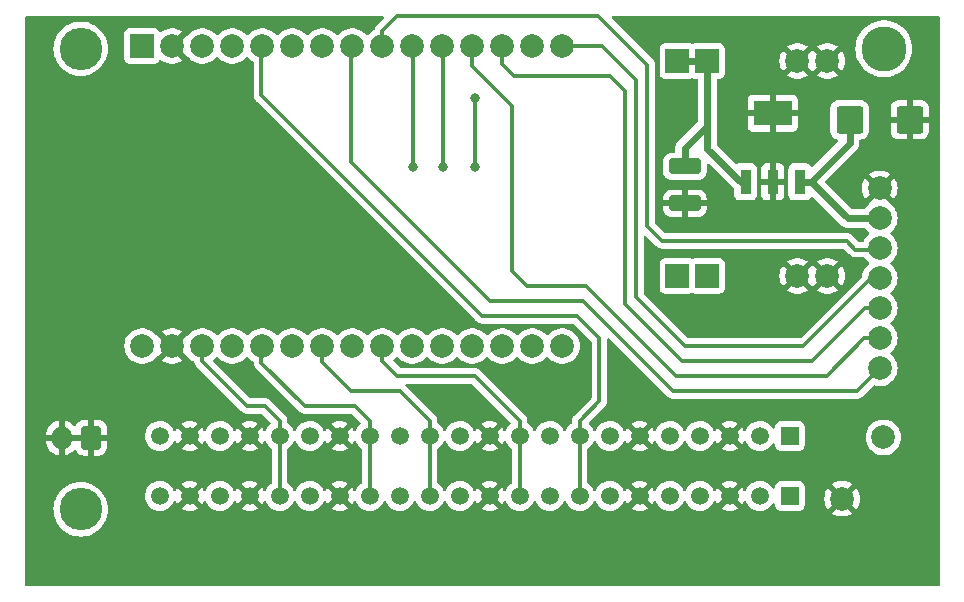
<source format=gbr>
%TF.GenerationSoftware,KiCad,Pcbnew,7.0.6*%
%TF.CreationDate,2023-07-22T15:37:15+02:00*%
%TF.ProjectId,Ctrl-MC Dsiplay Module PCB ver1,4374726c-2d4d-4432-9044-7369706c6179,rev?*%
%TF.SameCoordinates,Original*%
%TF.FileFunction,Copper,L1,Top*%
%TF.FilePolarity,Positive*%
%FSLAX46Y46*%
G04 Gerber Fmt 4.6, Leading zero omitted, Abs format (unit mm)*
G04 Created by KiCad (PCBNEW 7.0.6) date 2023-07-22 15:37:15*
%MOMM*%
%LPD*%
G01*
G04 APERTURE LIST*
G04 Aperture macros list*
%AMRoundRect*
0 Rectangle with rounded corners*
0 $1 Rounding radius*
0 $2 $3 $4 $5 $6 $7 $8 $9 X,Y pos of 4 corners*
0 Add a 4 corners polygon primitive as box body*
4,1,4,$2,$3,$4,$5,$6,$7,$8,$9,$2,$3,0*
0 Add four circle primitives for the rounded corners*
1,1,$1+$1,$2,$3*
1,1,$1+$1,$4,$5*
1,1,$1+$1,$6,$7*
1,1,$1+$1,$8,$9*
0 Add four rect primitives between the rounded corners*
20,1,$1+$1,$2,$3,$4,$5,0*
20,1,$1+$1,$4,$5,$6,$7,0*
20,1,$1+$1,$6,$7,$8,$9,0*
20,1,$1+$1,$8,$9,$2,$3,0*%
G04 Aperture macros list end*
%TA.AperFunction,ComponentPad*%
%ADD10R,2.000000X2.000000*%
%TD*%
%TA.AperFunction,ComponentPad*%
%ADD11C,2.000000*%
%TD*%
%TA.AperFunction,WasherPad*%
%ADD12C,3.800000*%
%TD*%
%TA.AperFunction,WasherPad*%
%ADD13C,3.600000*%
%TD*%
%TA.AperFunction,ComponentPad*%
%ADD14RoundRect,0.250000X0.600000X0.750000X-0.600000X0.750000X-0.600000X-0.750000X0.600000X-0.750000X0*%
%TD*%
%TA.AperFunction,ComponentPad*%
%ADD15O,1.700000X2.000000*%
%TD*%
%TA.AperFunction,SMDPad,CuDef*%
%ADD16RoundRect,0.250000X-0.875000X-0.925000X0.875000X-0.925000X0.875000X0.925000X-0.875000X0.925000X0*%
%TD*%
%TA.AperFunction,SMDPad,CuDef*%
%ADD17RoundRect,0.250000X-1.100000X0.412500X-1.100000X-0.412500X1.100000X-0.412500X1.100000X0.412500X0*%
%TD*%
%TA.AperFunction,SMDPad,CuDef*%
%ADD18R,0.950000X2.150000*%
%TD*%
%TA.AperFunction,SMDPad,CuDef*%
%ADD19R,3.250000X2.150000*%
%TD*%
%TA.AperFunction,ComponentPad*%
%ADD20R,1.508000X1.508000*%
%TD*%
%TA.AperFunction,ComponentPad*%
%ADD21C,1.508000*%
%TD*%
%TA.AperFunction,ViaPad*%
%ADD22C,0.800000*%
%TD*%
%TA.AperFunction,Conductor*%
%ADD23C,0.600000*%
%TD*%
%TA.AperFunction,Conductor*%
%ADD24C,0.300000*%
%TD*%
G04 APERTURE END LIST*
D10*
%TO.P,EPS32-DEV-BOARD1,1,3V3*%
%TO.N,unconnected-(EPS32-DEV-BOARD1-3V3-Pad1)*%
X123600000Y-71755000D03*
D11*
%TO.P,EPS32-DEV-BOARD1,2,GND*%
%TO.N,GND*%
X126140000Y-71755000D03*
%TO.P,EPS32-DEV-BOARD1,3,D15*%
%TO.N,unconnected-(EPS32-DEV-BOARD1-D15-Pad3)*%
X128680000Y-71755000D03*
%TO.P,EPS32-DEV-BOARD1,4,D2*%
%TO.N,unconnected-(EPS32-DEV-BOARD1-D2-Pad4)*%
X131220000Y-71755000D03*
%TO.P,EPS32-DEV-BOARD1,5,D4*%
%TO.N,INP4*%
X133760000Y-71755000D03*
%TO.P,EPS32-DEV-BOARD1,6,RX2*%
%TO.N,UART RX*%
X136300000Y-71755000D03*
%TO.P,EPS32-DEV-BOARD1,7,TX2*%
%TO.N,UART TX*%
X138840000Y-71755000D03*
%TO.P,EPS32-DEV-BOARD1,8,D5*%
%TO.N,OLED CS*%
X141380000Y-71755000D03*
%TO.P,EPS32-DEV-BOARD1,9,D18*%
%TO.N,OLED CLK*%
X143920000Y-71755000D03*
%TO.P,EPS32-DEV-BOARD1,10,D19*%
%TO.N,INP19*%
X146460000Y-71755000D03*
%TO.P,EPS32-DEV-BOARD1,11,D21*%
%TO.N,INP21*%
X149000000Y-71755000D03*
%TO.P,EPS32-DEV-BOARD1,12,RX0*%
%TO.N,OLED DC*%
X151540000Y-71755000D03*
%TO.P,EPS32-DEV-BOARD1,13,TX0*%
%TO.N,OLED RES*%
X154080000Y-71755000D03*
%TO.P,EPS32-DEV-BOARD1,14,D22*%
%TO.N,INP22*%
X156620000Y-71755000D03*
%TO.P,EPS32-DEV-BOARD1,15,D23*%
%TO.N,OLED MOSI*%
X159160000Y-71755000D03*
%TO.P,EPS32-DEV-BOARD1,16,EN*%
%TO.N,unconnected-(EPS32-DEV-BOARD1-EN-Pad16)*%
X159160000Y-97155000D03*
%TO.P,EPS32-DEV-BOARD1,17,VP*%
%TO.N,unconnected-(EPS32-DEV-BOARD1-VP-Pad17)*%
X156620000Y-97155000D03*
%TO.P,EPS32-DEV-BOARD1,18,VN*%
%TO.N,unconnected-(EPS32-DEV-BOARD1-VN-Pad18)*%
X154080000Y-97155000D03*
%TO.P,EPS32-DEV-BOARD1,19,D34*%
%TO.N,unconnected-(EPS32-DEV-BOARD1-D34-Pad19)*%
X151540000Y-97155000D03*
%TO.P,EPS32-DEV-BOARD1,20,D35*%
%TO.N,unconnected-(EPS32-DEV-BOARD1-D35-Pad20)*%
X149000000Y-97155000D03*
%TO.P,EPS32-DEV-BOARD1,21,D32*%
%TO.N,INP32*%
X146460000Y-97155000D03*
%TO.P,EPS32-DEV-BOARD1,22,D33*%
%TO.N,INP33*%
X143920000Y-97155000D03*
%TO.P,EPS32-DEV-BOARD1,23,D25*%
%TO.N,INP25*%
X141380000Y-97155000D03*
%TO.P,EPS32-DEV-BOARD1,24,D26*%
%TO.N,INP26*%
X138840000Y-97155000D03*
%TO.P,EPS32-DEV-BOARD1,25,D27*%
%TO.N,INP27*%
X136300000Y-97155000D03*
%TO.P,EPS32-DEV-BOARD1,26,D14*%
%TO.N,INP14*%
X133760000Y-97155000D03*
%TO.P,EPS32-DEV-BOARD1,27,D12*%
%TO.N,INP12*%
X131220000Y-97155000D03*
%TO.P,EPS32-DEV-BOARD1,28,D13*%
%TO.N,INP13*%
X128680000Y-97155000D03*
%TO.P,EPS32-DEV-BOARD1,29,GND*%
%TO.N,GND*%
X126140000Y-97155000D03*
%TO.P,EPS32-DEV-BOARD1,30,VIN*%
%TO.N,+5V*%
X123600000Y-97155000D03*
%TD*%
D12*
%TO.P,OLED-DISP-MODULE1,*%
%TO.N,*%
X186405000Y-72000000D03*
D13*
X118405000Y-111000000D03*
X118405000Y-72000000D03*
D11*
%TO.P,OLED-DISP-MODULE1,1,CS*%
%TO.N,OLED CS*%
X186055000Y-99050000D03*
%TO.P,OLED-DISP-MODULE1,2,DC*%
%TO.N,OLED DC*%
X186055000Y-96510000D03*
%TO.P,OLED-DISP-MODULE1,3,RES*%
%TO.N,OLED RES*%
X186055000Y-93970000D03*
%TO.P,OLED-DISP-MODULE1,4,SDA*%
%TO.N,OLED MOSI*%
X186055000Y-91430000D03*
%TO.P,OLED-DISP-MODULE1,5,SCL*%
%TO.N,OLED CLK*%
X186055000Y-88890000D03*
%TO.P,OLED-DISP-MODULE1,6,VCC*%
%TO.N,+3V3*%
X186055000Y-86350000D03*
%TO.P,OLED-DISP-MODULE1,7,GND*%
%TO.N,GND*%
X186055000Y-83810000D03*
%TD*%
D14*
%TO.P,J3,1,Pin_1*%
%TO.N,GND*%
X119298303Y-104936813D03*
D15*
%TO.P,J3,2,Pin_2*%
X116798303Y-104936813D03*
%TD*%
D16*
%TO.P,C1,1*%
%TO.N,+3V3*%
X183500000Y-78000000D03*
%TO.P,C1,2*%
%TO.N,GND*%
X188600000Y-78000000D03*
%TD*%
D17*
%TO.P,C2,1*%
%TO.N,+5V*%
X169545000Y-81965000D03*
%TO.P,C2,2*%
%TO.N,GND*%
X169545000Y-85090000D03*
%TD*%
D18*
%TO.P,LDO1,1,IN*%
%TO.N,+5V*%
X174700000Y-83270000D03*
%TO.P,LDO1,2,GND*%
%TO.N,GND*%
X177000000Y-83270000D03*
%TO.P,LDO1,3,OUT*%
%TO.N,+3V3*%
X179300000Y-83270000D03*
D19*
%TO.P,LDO1,4,GND*%
%TO.N,GND*%
X177000000Y-77470000D03*
%TD*%
D20*
%TO.P,J2,1_A,1*%
%TO.N,INP22*%
X178435000Y-104775000D03*
%TO.P,J2,1_B,1*%
X178435000Y-109855000D03*
D21*
%TO.P,J2,2_A,2*%
%TO.N,+5V*%
X175895000Y-104775000D03*
%TO.P,J2,2_B,2*%
X175895000Y-109855000D03*
%TO.P,J2,3_A,3*%
%TO.N,GND*%
X173355000Y-104775000D03*
%TO.P,J2,3_B,3*%
X173355000Y-109855000D03*
%TO.P,J2,4_A,4*%
%TO.N,INP21*%
X170815000Y-104775000D03*
%TO.P,J2,4_B,4*%
X170815000Y-109855000D03*
%TO.P,J2,5_A,5*%
%TO.N,+5V*%
X168275000Y-104775000D03*
%TO.P,J2,5_B,5*%
X168275000Y-109855000D03*
%TO.P,J2,6_A,6*%
%TO.N,GND*%
X165735000Y-104775000D03*
%TO.P,J2,6_B,6*%
X165735000Y-109855000D03*
%TO.P,J2,7_A,7*%
%TO.N,INP19*%
X163195000Y-104775000D03*
%TO.P,J2,7_B,7*%
X163195000Y-109855000D03*
%TO.P,J2,8_A,8*%
%TO.N,INP4*%
X160655000Y-104775000D03*
%TO.P,J2,8_B,8*%
X160655000Y-109855000D03*
%TO.P,J2,9_A,9*%
%TO.N,INP32*%
X158115000Y-104775000D03*
%TO.P,J2,9_B,9*%
X158115000Y-109855000D03*
%TO.P,J2,10_A,10*%
%TO.N,INP33*%
X155575000Y-104775000D03*
%TO.P,J2,10_B,10*%
X155575000Y-109855000D03*
%TO.P,J2,11_A,11*%
%TO.N,GND*%
X153035000Y-104775000D03*
%TO.P,J2,11_B,11*%
X153035000Y-109855000D03*
%TO.P,J2,12_A,12*%
%TO.N,INP25*%
X150495000Y-104775000D03*
%TO.P,J2,12_B,12*%
X150495000Y-109855000D03*
%TO.P,J2,13_A,13*%
%TO.N,INP26*%
X147955000Y-104775000D03*
%TO.P,J2,13_B,13*%
X147955000Y-109855000D03*
%TO.P,J2,14_A,14*%
%TO.N,INP27*%
X145415000Y-104775000D03*
%TO.P,J2,14_B,14*%
X145415000Y-109855000D03*
%TO.P,J2,15_A,15*%
%TO.N,INP14*%
X142875000Y-104775000D03*
%TO.P,J2,15_B,15*%
X142875000Y-109855000D03*
%TO.P,J2,16_A,16*%
%TO.N,GND*%
X140335000Y-104775000D03*
%TO.P,J2,16_B,16*%
X140335000Y-109855000D03*
%TO.P,J2,17_A,17*%
%TO.N,INP12*%
X137795000Y-104775000D03*
%TO.P,J2,17_B,17*%
X137795000Y-109855000D03*
%TO.P,J2,18_A,18*%
%TO.N,INP13*%
X135255000Y-104775000D03*
%TO.P,J2,18_B,18*%
X135255000Y-109855000D03*
%TO.P,J2,19_A,19*%
%TO.N,GND*%
X132715000Y-104775000D03*
%TO.P,J2,19_B,19*%
X132715000Y-109855000D03*
%TO.P,J2,20_A,20*%
%TO.N,UART RX*%
X130175000Y-104775000D03*
%TO.P,J2,20_B,20*%
X130175000Y-109855000D03*
%TO.P,J2,21_A,21*%
%TO.N,GND*%
X127635000Y-104775000D03*
%TO.P,J2,21_B,21*%
X127635000Y-109855000D03*
%TO.P,J2,22_A,22*%
%TO.N,UART TX*%
X125095000Y-104775000D03*
%TO.P,J2,22_B,22*%
X125095000Y-109855000D03*
%TD*%
D10*
%TO.P,PWR-MODULE1,1,IN1+*%
%TO.N,+12V*%
X168910000Y-91225000D03*
%TO.P,PWR-MODULE1,2,IN2+*%
X171450000Y-91225000D03*
D11*
%TO.P,PWR-MODULE1,3,IN1-*%
%TO.N,GND*%
X179070000Y-91225000D03*
%TO.P,PWR-MODULE1,4,IN2-*%
X181610000Y-91225000D03*
D10*
%TO.P,PWR-MODULE1,5,OUT1+*%
%TO.N,+5V*%
X168910000Y-73025000D03*
%TO.P,PWR-MODULE1,6,OUT2+*%
X171450000Y-73025000D03*
D11*
%TO.P,PWR-MODULE1,7,OUT1-*%
%TO.N,GND*%
X179070000Y-73025000D03*
%TO.P,PWR-MODULE1,8,OUT2-*%
X181610000Y-73025000D03*
%TD*%
%TO.P,J1,1,1*%
%TO.N,+12V*%
X186362443Y-104896278D03*
%TO.P,J1,2,2*%
%TO.N,GND*%
X182862440Y-110096278D03*
%TD*%
D22*
%TO.N,INP19*%
X146558000Y-82042000D03*
%TO.N,INP21*%
X149098000Y-82042000D03*
%TO.N,INP22*%
X151765000Y-76200000D03*
X151765000Y-82042000D03*
%TD*%
D23*
%TO.N,+5V*%
X171450000Y-73025000D02*
X168910000Y-73025000D01*
X171450000Y-73025000D02*
X171450000Y-78500000D01*
X171450000Y-80450000D02*
X174270000Y-83270000D01*
X171450000Y-78500000D02*
X171450000Y-80450000D01*
X174270000Y-83270000D02*
X174700000Y-83270000D01*
X169545000Y-80405000D02*
X171450000Y-78500000D01*
X169545000Y-81965000D02*
X169545000Y-80405000D01*
%TO.N,+3V3*%
X183350000Y-86350000D02*
X186055000Y-86350000D01*
X180270000Y-83270000D02*
X183350000Y-86350000D01*
X179300000Y-83270000D02*
X180270000Y-83270000D01*
X180230000Y-83270000D02*
X179300000Y-83270000D01*
X183515000Y-79985000D02*
X180230000Y-83270000D01*
X183515000Y-78000000D02*
X183515000Y-79985000D01*
D24*
%TO.N,OLED MOSI*%
X165425647Y-93035647D02*
X169545000Y-97155000D01*
X165425647Y-74620647D02*
X165425647Y-93035647D01*
X169545000Y-97155000D02*
X179595000Y-97155000D01*
X162560000Y-71755000D02*
X165425647Y-74620647D01*
X179595000Y-97155000D02*
X185320000Y-91430000D01*
X159160000Y-71755000D02*
X162560000Y-71755000D01*
X185320000Y-91430000D02*
X186055000Y-91430000D01*
%TO.N,OLED DC*%
X168783000Y-99695000D02*
X181555000Y-99695000D01*
X161163000Y-92075000D02*
X168783000Y-99695000D01*
X181555000Y-99695000D02*
X184740000Y-96510000D01*
X156210000Y-92075000D02*
X161163000Y-92075000D01*
X154940000Y-90805000D02*
X156210000Y-92075000D01*
X184740000Y-96510000D02*
X186055000Y-96510000D01*
X151540000Y-73435000D02*
X154940000Y-76835000D01*
X154940000Y-76835000D02*
X154940000Y-90805000D01*
X151540000Y-71755000D02*
X151540000Y-73435000D01*
%TO.N,OLED RES*%
X154100000Y-73277500D02*
X154100000Y-72820000D01*
X155117500Y-74295000D02*
X154100000Y-73277500D01*
X164465000Y-75565000D02*
X163195000Y-74295000D01*
X164465000Y-93599000D02*
X164465000Y-75565000D01*
X180325000Y-98425000D02*
X169291000Y-98425000D01*
X163195000Y-74295000D02*
X155117500Y-74295000D01*
X184780000Y-93970000D02*
X180325000Y-98425000D01*
X169291000Y-98425000D02*
X164465000Y-93599000D01*
X186055000Y-93970000D02*
X184780000Y-93970000D01*
%TO.N,INP33*%
X155575000Y-103505000D02*
X155575000Y-104775000D01*
X145201303Y-99695000D02*
X151765000Y-99695000D01*
X143920000Y-98413697D02*
X145201303Y-99695000D01*
X143920000Y-97155000D02*
X143920000Y-98413697D01*
X151765000Y-99695000D02*
X155575000Y-103505000D01*
%TO.N,INP26*%
X147955000Y-103505000D02*
X147955000Y-104775000D01*
X145415000Y-100965000D02*
X147955000Y-103505000D01*
X138840000Y-98498148D02*
X141306852Y-100965000D01*
X138840000Y-97155000D02*
X138840000Y-98498148D01*
X141306852Y-100965000D02*
X145415000Y-100965000D01*
%TO.N,INP13*%
X133985000Y-102235000D02*
X135255000Y-103505000D01*
X132470555Y-102235000D02*
X133985000Y-102235000D01*
X128680000Y-98444445D02*
X132470555Y-102235000D01*
X128680000Y-97155000D02*
X128680000Y-98444445D01*
X135255000Y-103505000D02*
X135255000Y-104775000D01*
%TO.N,INP14*%
X142875000Y-103505000D02*
X142875000Y-104775000D01*
X141605000Y-102235000D02*
X142875000Y-103505000D01*
X137367880Y-102235000D02*
X141605000Y-102235000D01*
X133700000Y-98567120D02*
X137367880Y-102235000D01*
X133700000Y-97155000D02*
X133700000Y-98567120D01*
%TO.N,OLED CLK*%
X185945000Y-89000000D02*
X186055000Y-88890000D01*
X184000000Y-89000000D02*
X185945000Y-89000000D01*
X183265000Y-88265000D02*
X184000000Y-89000000D01*
X167640000Y-88265000D02*
X183265000Y-88265000D01*
X166370000Y-73342500D02*
X166370000Y-86995000D01*
X166370000Y-86995000D02*
X167640000Y-88265000D01*
X143920000Y-70480000D02*
X145185000Y-69215000D01*
X145185000Y-69215000D02*
X162242500Y-69215000D01*
X162242500Y-69215000D02*
X166370000Y-73342500D01*
X143920000Y-71755000D02*
X143920000Y-70480000D01*
%TO.N,OLED CS*%
X141300000Y-81610000D02*
X141300000Y-71835000D01*
X160909000Y-93345000D02*
X153035000Y-93345000D01*
X153035000Y-93345000D02*
X141300000Y-81610000D01*
X168529000Y-100965000D02*
X160909000Y-93345000D01*
X184140000Y-100965000D02*
X168529000Y-100965000D01*
X186055000Y-99050000D02*
X184140000Y-100965000D01*
%TO.N,INP19*%
X146558000Y-71853000D02*
X146460000Y-71755000D01*
X146558000Y-82042000D02*
X146558000Y-71853000D01*
%TO.N,INP21*%
X149098000Y-71853000D02*
X149000000Y-71755000D01*
X149098000Y-82042000D02*
X149098000Y-71853000D01*
%TO.N,INP22*%
X151765000Y-76200000D02*
X151765000Y-82042000D01*
%TO.N,INP4*%
X162306000Y-96520000D02*
X162306000Y-101854000D01*
X160401000Y-94615000D02*
X162306000Y-96520000D01*
X152400000Y-94615000D02*
X160401000Y-94615000D01*
X160655000Y-103505000D02*
X160655000Y-104775000D01*
X133700000Y-75915000D02*
X152400000Y-94615000D01*
X133700000Y-71815000D02*
X133700000Y-75915000D01*
X133760000Y-71755000D02*
X133700000Y-71815000D01*
X162306000Y-101854000D02*
X160655000Y-103505000D01*
X160655000Y-104775000D02*
X160655000Y-109855000D01*
%TO.N,INP33*%
X155575000Y-104775000D02*
X155575000Y-109855000D01*
%TO.N,INP26*%
X147955000Y-104775000D02*
X147955000Y-109855000D01*
%TO.N,INP14*%
X142875000Y-104775000D02*
X142875000Y-109855000D01*
%TO.N,INP13*%
X135255000Y-104775000D02*
X135255000Y-109855000D01*
%TD*%
%TA.AperFunction,Conductor*%
%TO.N,GND*%
G36*
X118838810Y-104726969D02*
G01*
X118798303Y-104864924D01*
X118798303Y-105008702D01*
X118838810Y-105146657D01*
X118864617Y-105186813D01*
X117231989Y-105186813D01*
X117257796Y-105146657D01*
X117298303Y-105008702D01*
X117298303Y-104864924D01*
X117257796Y-104726969D01*
X117231989Y-104686813D01*
X118864617Y-104686813D01*
X118838810Y-104726969D01*
G37*
%TD.AperFunction*%
%TA.AperFunction,Conductor*%
G36*
X144032730Y-69234685D02*
G01*
X144078485Y-69287489D01*
X144088429Y-69356647D01*
X144059404Y-69420203D01*
X144053372Y-69426681D01*
X143520483Y-69959569D01*
X143507910Y-69969643D01*
X143508065Y-69969830D01*
X143502059Y-69974798D01*
X143477434Y-70001020D01*
X143452809Y-70027244D01*
X143441949Y-70038104D01*
X143431088Y-70048965D01*
X143431078Y-70048977D01*
X143426587Y-70054765D01*
X143422801Y-70059197D01*
X143389552Y-70094606D01*
X143379322Y-70113213D01*
X143368646Y-70129464D01*
X143355640Y-70146232D01*
X143355636Y-70146238D01*
X143336348Y-70190811D01*
X143333777Y-70196058D01*
X143310372Y-70238630D01*
X143310372Y-70238631D01*
X143305091Y-70259199D01*
X143298791Y-70277601D01*
X143290364Y-70297073D01*
X143290364Y-70297074D01*
X143283917Y-70337780D01*
X143253987Y-70400915D01*
X143220462Y-70427436D01*
X143096493Y-70494524D01*
X142900257Y-70647261D01*
X142741230Y-70820010D01*
X142681342Y-70856001D01*
X142611504Y-70853900D01*
X142558770Y-70820010D01*
X142519108Y-70776926D01*
X142399744Y-70647262D01*
X142203509Y-70494526D01*
X142203507Y-70494525D01*
X142203506Y-70494524D01*
X141984811Y-70376172D01*
X141984802Y-70376169D01*
X141749616Y-70295429D01*
X141504335Y-70254500D01*
X141255665Y-70254500D01*
X141010383Y-70295429D01*
X140775197Y-70376169D01*
X140775188Y-70376172D01*
X140556493Y-70494524D01*
X140360257Y-70647261D01*
X140201230Y-70820010D01*
X140141342Y-70856001D01*
X140071504Y-70853900D01*
X140018770Y-70820010D01*
X139979108Y-70776926D01*
X139859744Y-70647262D01*
X139663509Y-70494526D01*
X139663507Y-70494525D01*
X139663506Y-70494524D01*
X139444811Y-70376172D01*
X139444802Y-70376169D01*
X139209616Y-70295429D01*
X138964335Y-70254500D01*
X138715665Y-70254500D01*
X138470383Y-70295429D01*
X138235197Y-70376169D01*
X138235188Y-70376172D01*
X138016493Y-70494524D01*
X137820257Y-70647261D01*
X137661230Y-70820010D01*
X137601342Y-70856001D01*
X137531504Y-70853900D01*
X137478770Y-70820010D01*
X137439108Y-70776926D01*
X137319744Y-70647262D01*
X137123509Y-70494526D01*
X137123507Y-70494525D01*
X137123506Y-70494524D01*
X136904811Y-70376172D01*
X136904802Y-70376169D01*
X136669616Y-70295429D01*
X136424335Y-70254500D01*
X136175665Y-70254500D01*
X135930383Y-70295429D01*
X135695197Y-70376169D01*
X135695188Y-70376172D01*
X135476493Y-70494524D01*
X135280257Y-70647261D01*
X135121230Y-70820010D01*
X135061342Y-70856001D01*
X134991504Y-70853900D01*
X134938770Y-70820010D01*
X134899108Y-70776926D01*
X134779744Y-70647262D01*
X134583509Y-70494526D01*
X134583507Y-70494525D01*
X134583506Y-70494524D01*
X134364811Y-70376172D01*
X134364802Y-70376169D01*
X134129616Y-70295429D01*
X133884335Y-70254500D01*
X133635665Y-70254500D01*
X133390383Y-70295429D01*
X133155197Y-70376169D01*
X133155188Y-70376172D01*
X132936493Y-70494524D01*
X132740257Y-70647261D01*
X132581230Y-70820010D01*
X132521342Y-70856001D01*
X132451504Y-70853900D01*
X132398770Y-70820010D01*
X132359108Y-70776926D01*
X132239744Y-70647262D01*
X132043509Y-70494526D01*
X132043507Y-70494525D01*
X132043506Y-70494524D01*
X131824811Y-70376172D01*
X131824802Y-70376169D01*
X131589616Y-70295429D01*
X131344335Y-70254500D01*
X131095665Y-70254500D01*
X130850383Y-70295429D01*
X130615197Y-70376169D01*
X130615188Y-70376172D01*
X130396493Y-70494524D01*
X130200257Y-70647261D01*
X130041230Y-70820010D01*
X129981342Y-70856001D01*
X129911504Y-70853900D01*
X129858770Y-70820010D01*
X129819108Y-70776926D01*
X129699744Y-70647262D01*
X129503509Y-70494526D01*
X129503507Y-70494525D01*
X129503506Y-70494524D01*
X129284811Y-70376172D01*
X129284802Y-70376169D01*
X129049616Y-70295429D01*
X128804335Y-70254500D01*
X128555665Y-70254500D01*
X128310383Y-70295429D01*
X128075197Y-70376169D01*
X128075188Y-70376172D01*
X127856493Y-70494524D01*
X127660257Y-70647261D01*
X127491837Y-70830213D01*
X127491829Y-70830224D01*
X127491455Y-70830797D01*
X127491242Y-70830978D01*
X127488690Y-70834258D01*
X127488014Y-70833732D01*
X127438304Y-70876147D01*
X127374865Y-70886302D01*
X127363434Y-70885116D01*
X126631132Y-71617417D01*
X126608682Y-71540960D01*
X126529395Y-71417587D01*
X126418562Y-71321549D01*
X126285161Y-71260627D01*
X126281365Y-71260081D01*
X127010057Y-70531389D01*
X126963229Y-70494943D01*
X126744614Y-70376635D01*
X126744603Y-70376630D01*
X126509493Y-70295916D01*
X126264293Y-70255000D01*
X126015707Y-70255000D01*
X125770506Y-70295916D01*
X125535396Y-70376630D01*
X125535385Y-70376635D01*
X125316771Y-70494942D01*
X125316769Y-70494943D01*
X125233397Y-70559835D01*
X125168403Y-70585477D01*
X125099863Y-70571910D01*
X125049538Y-70523442D01*
X125048120Y-70520413D01*
X125048047Y-70520454D01*
X125043793Y-70512664D01*
X124957547Y-70397455D01*
X124957544Y-70397452D01*
X124842335Y-70311206D01*
X124842328Y-70311202D01*
X124707482Y-70260908D01*
X124707483Y-70260908D01*
X124647883Y-70254501D01*
X124647881Y-70254500D01*
X124647873Y-70254500D01*
X124647864Y-70254500D01*
X122552129Y-70254500D01*
X122552123Y-70254501D01*
X122492516Y-70260908D01*
X122357671Y-70311202D01*
X122357664Y-70311206D01*
X122242455Y-70397452D01*
X122242452Y-70397455D01*
X122156206Y-70512664D01*
X122156202Y-70512671D01*
X122105908Y-70647517D01*
X122099501Y-70707116D01*
X122099500Y-70707135D01*
X122099500Y-72802870D01*
X122099501Y-72802876D01*
X122105908Y-72862483D01*
X122156202Y-72997328D01*
X122156206Y-72997335D01*
X122242452Y-73112544D01*
X122242455Y-73112547D01*
X122357664Y-73198793D01*
X122357671Y-73198797D01*
X122492517Y-73249091D01*
X122492516Y-73249091D01*
X122499444Y-73249835D01*
X122552127Y-73255500D01*
X124647872Y-73255499D01*
X124707483Y-73249091D01*
X124842331Y-73198796D01*
X124957546Y-73112546D01*
X125043796Y-72997331D01*
X125043797Y-72997326D01*
X125048047Y-72989546D01*
X125051135Y-72991232D01*
X125082873Y-72948790D01*
X125148324Y-72924339D01*
X125216605Y-72939155D01*
X125233398Y-72950165D01*
X125316768Y-73015055D01*
X125316771Y-73015057D01*
X125535385Y-73133364D01*
X125535396Y-73133369D01*
X125770506Y-73214083D01*
X126015707Y-73255000D01*
X126264293Y-73255000D01*
X126509493Y-73214083D01*
X126744603Y-73133369D01*
X126744614Y-73133364D01*
X126963228Y-73015057D01*
X126963231Y-73015055D01*
X127010056Y-72978609D01*
X126281365Y-72249918D01*
X126285161Y-72249373D01*
X126418562Y-72188451D01*
X126529395Y-72092413D01*
X126608682Y-71969040D01*
X126631133Y-71892580D01*
X127363434Y-72624882D01*
X127374861Y-72623697D01*
X127443573Y-72636360D01*
X127488092Y-72676194D01*
X127488683Y-72675735D01*
X127491218Y-72678992D01*
X127491456Y-72679205D01*
X127491831Y-72679780D01*
X127539709Y-72731789D01*
X127660256Y-72862738D01*
X127856491Y-73015474D01*
X127904516Y-73041464D01*
X128074332Y-73133364D01*
X128075190Y-73133828D01*
X128264426Y-73198793D01*
X128308964Y-73214083D01*
X128310386Y-73214571D01*
X128555665Y-73255500D01*
X128804335Y-73255500D01*
X129049614Y-73214571D01*
X129284810Y-73133828D01*
X129503509Y-73015474D01*
X129699744Y-72862738D01*
X129858771Y-72689988D01*
X129918657Y-72653999D01*
X129988495Y-72656099D01*
X130041228Y-72689988D01*
X130200256Y-72862738D01*
X130396491Y-73015474D01*
X130444516Y-73041464D01*
X130614332Y-73133364D01*
X130615190Y-73133828D01*
X130804426Y-73198793D01*
X130848964Y-73214083D01*
X130850386Y-73214571D01*
X131095665Y-73255500D01*
X131344335Y-73255500D01*
X131589614Y-73214571D01*
X131824810Y-73133828D01*
X132043509Y-73015474D01*
X132239744Y-72862738D01*
X132398771Y-72689988D01*
X132458657Y-72653999D01*
X132528495Y-72656099D01*
X132581228Y-72689988D01*
X132740256Y-72862738D01*
X132852582Y-72950165D01*
X132936488Y-73015472D01*
X132936492Y-73015475D01*
X132984517Y-73041464D01*
X133034108Y-73090683D01*
X133049500Y-73150519D01*
X133049499Y-75829494D01*
X133047733Y-75845505D01*
X133047974Y-75845528D01*
X133047240Y-75853294D01*
X133049500Y-75925203D01*
X133049500Y-75955920D01*
X133049501Y-75955940D01*
X133050418Y-75963206D01*
X133050876Y-75969024D01*
X133052402Y-76017567D01*
X133052403Y-76017570D01*
X133058323Y-76037948D01*
X133062268Y-76056996D01*
X133064928Y-76078054D01*
X133064931Y-76078064D01*
X133082813Y-76123230D01*
X133084705Y-76128758D01*
X133098254Y-76175395D01*
X133098255Y-76175397D01*
X133109060Y-76193666D01*
X133117617Y-76211134D01*
X133123226Y-76225300D01*
X133125432Y-76230872D01*
X133153983Y-76270170D01*
X133157188Y-76275049D01*
X133181919Y-76316865D01*
X133181923Y-76316869D01*
X133196925Y-76331871D01*
X133209563Y-76346669D01*
X133222033Y-76363833D01*
X133222036Y-76363836D01*
X133222037Y-76363837D01*
X133259476Y-76394809D01*
X133263776Y-76398722D01*
X142686673Y-85821619D01*
X151879564Y-95014510D01*
X151889635Y-95027080D01*
X151889822Y-95026926D01*
X151894796Y-95032937D01*
X151894798Y-95032940D01*
X151923345Y-95059748D01*
X151947243Y-95082190D01*
X151968966Y-95103912D01*
X151974758Y-95108405D01*
X151979198Y-95112198D01*
X151995260Y-95127280D01*
X152014607Y-95145448D01*
X152033198Y-95155668D01*
X152049463Y-95166352D01*
X152066234Y-95179361D01*
X152066237Y-95179363D01*
X152110827Y-95198658D01*
X152116056Y-95201220D01*
X152158632Y-95224627D01*
X152179193Y-95229905D01*
X152197597Y-95236207D01*
X152217074Y-95244636D01*
X152254927Y-95250630D01*
X152265054Y-95252235D01*
X152270764Y-95253417D01*
X152317823Y-95265500D01*
X152339045Y-95265500D01*
X152358442Y-95267026D01*
X152379405Y-95270347D01*
X152427772Y-95265774D01*
X152433609Y-95265500D01*
X160080192Y-95265500D01*
X160147231Y-95285185D01*
X160167872Y-95301818D01*
X161619182Y-96753128D01*
X161652666Y-96814449D01*
X161655500Y-96840807D01*
X161655500Y-101533190D01*
X161635815Y-101600229D01*
X161619181Y-101620871D01*
X160255483Y-102984569D01*
X160242910Y-102994643D01*
X160243065Y-102994830D01*
X160237059Y-102999798D01*
X160216905Y-103021260D01*
X160187809Y-103052244D01*
X160176949Y-103063104D01*
X160166088Y-103073965D01*
X160166078Y-103073977D01*
X160161587Y-103079765D01*
X160157801Y-103084197D01*
X160124552Y-103119606D01*
X160114322Y-103138213D01*
X160103646Y-103154464D01*
X160090640Y-103171232D01*
X160090636Y-103171238D01*
X160071348Y-103215811D01*
X160068777Y-103221058D01*
X160045372Y-103263630D01*
X160045372Y-103263631D01*
X160040091Y-103284199D01*
X160033791Y-103302601D01*
X160025364Y-103322073D01*
X160017766Y-103370047D01*
X160016581Y-103375770D01*
X160004500Y-103422818D01*
X160004500Y-103444044D01*
X160002973Y-103463443D01*
X159999653Y-103484405D01*
X160002612Y-103515708D01*
X160004225Y-103532767D01*
X160004500Y-103538606D01*
X160004500Y-103634472D01*
X159984815Y-103701511D01*
X159951624Y-103736047D01*
X159845543Y-103810326D01*
X159845541Y-103810327D01*
X159690327Y-103965541D01*
X159690322Y-103965547D01*
X159564423Y-104145349D01*
X159564419Y-104145357D01*
X159497382Y-104289120D01*
X159451210Y-104341560D01*
X159384017Y-104360712D01*
X159317135Y-104340496D01*
X159272618Y-104289120D01*
X159209233Y-104153190D01*
X159205579Y-104145354D01*
X159205577Y-104145351D01*
X159205576Y-104145349D01*
X159079677Y-103965547D01*
X159079672Y-103965541D01*
X158924458Y-103810327D01*
X158924452Y-103810322D01*
X158744650Y-103684423D01*
X158744642Y-103684419D01*
X158545708Y-103591655D01*
X158545706Y-103591654D01*
X158545703Y-103591653D01*
X158394885Y-103551240D01*
X158333675Y-103534839D01*
X158333668Y-103534838D01*
X158115002Y-103515708D01*
X158114998Y-103515708D01*
X157896331Y-103534838D01*
X157896324Y-103534839D01*
X157777410Y-103566703D01*
X157684297Y-103591653D01*
X157684295Y-103591653D01*
X157684291Y-103591655D01*
X157485357Y-103684419D01*
X157485349Y-103684423D01*
X157305547Y-103810322D01*
X157305541Y-103810327D01*
X157150327Y-103965541D01*
X157150322Y-103965547D01*
X157024423Y-104145349D01*
X157024419Y-104145357D01*
X156957382Y-104289120D01*
X156911210Y-104341560D01*
X156844017Y-104360712D01*
X156777135Y-104340496D01*
X156732618Y-104289120D01*
X156669233Y-104153190D01*
X156665579Y-104145354D01*
X156665577Y-104145351D01*
X156665576Y-104145349D01*
X156539677Y-103965547D01*
X156539672Y-103965541D01*
X156384458Y-103810327D01*
X156384457Y-103810326D01*
X156278376Y-103736047D01*
X156234751Y-103681470D01*
X156225500Y-103634472D01*
X156225500Y-103590503D01*
X156227268Y-103574491D01*
X156227026Y-103574469D01*
X156227760Y-103566706D01*
X156226509Y-103526909D01*
X156225500Y-103494782D01*
X156225500Y-103464075D01*
X156224579Y-103456792D01*
X156224123Y-103450987D01*
X156224123Y-103450979D01*
X156222598Y-103402431D01*
X156216676Y-103382050D01*
X156212731Y-103362995D01*
X156210072Y-103341949D01*
X156210071Y-103341948D01*
X156210071Y-103341942D01*
X156192189Y-103296779D01*
X156190300Y-103291259D01*
X156188044Y-103283494D01*
X156176745Y-103244602D01*
X156176142Y-103243583D01*
X156165936Y-103226324D01*
X156157378Y-103208855D01*
X156149568Y-103189129D01*
X156121006Y-103149818D01*
X156117818Y-103144964D01*
X156093081Y-103103135D01*
X156078074Y-103088128D01*
X156065435Y-103073330D01*
X156052961Y-103056160D01*
X156015528Y-103025194D01*
X156011206Y-103021260D01*
X152285434Y-99295488D01*
X152275361Y-99282914D01*
X152275174Y-99283070D01*
X152270201Y-99277059D01*
X152217756Y-99227810D01*
X152196035Y-99206089D01*
X152190240Y-99201594D01*
X152185798Y-99197799D01*
X152150396Y-99164554D01*
X152150388Y-99164548D01*
X152131792Y-99154325D01*
X152115531Y-99143644D01*
X152098763Y-99130637D01*
X152075295Y-99120482D01*
X152054178Y-99111343D01*
X152048956Y-99108786D01*
X152006368Y-99085373D01*
X152006365Y-99085372D01*
X151985801Y-99080092D01*
X151967396Y-99073790D01*
X151947927Y-99065365D01*
X151947921Y-99065363D01*
X151899951Y-99057766D01*
X151894236Y-99056582D01*
X151877772Y-99052355D01*
X151847180Y-99044500D01*
X151847177Y-99044500D01*
X151825955Y-99044500D01*
X151806555Y-99042973D01*
X151785596Y-99039653D01*
X151785595Y-99039653D01*
X151770172Y-99041111D01*
X151737230Y-99044225D01*
X151731392Y-99044500D01*
X145522111Y-99044500D01*
X145455072Y-99024815D01*
X145434430Y-99008181D01*
X144898026Y-98471777D01*
X144864541Y-98410454D01*
X144869525Y-98340762D01*
X144909546Y-98286242D01*
X144939739Y-98262742D01*
X144939739Y-98262741D01*
X144939744Y-98262738D01*
X145098771Y-98089988D01*
X145158657Y-98053999D01*
X145228495Y-98056099D01*
X145281228Y-98089988D01*
X145440256Y-98262738D01*
X145636491Y-98415474D01*
X145652081Y-98423911D01*
X145854332Y-98533364D01*
X145855190Y-98533828D01*
X146050025Y-98600715D01*
X146088964Y-98614083D01*
X146090386Y-98614571D01*
X146335665Y-98655500D01*
X146584335Y-98655500D01*
X146829614Y-98614571D01*
X147064810Y-98533828D01*
X147283509Y-98415474D01*
X147479744Y-98262738D01*
X147638771Y-98089988D01*
X147698657Y-98053999D01*
X147768495Y-98056099D01*
X147821228Y-98089988D01*
X147980256Y-98262738D01*
X148176491Y-98415474D01*
X148192081Y-98423911D01*
X148394332Y-98533364D01*
X148395190Y-98533828D01*
X148590025Y-98600715D01*
X148628964Y-98614083D01*
X148630386Y-98614571D01*
X148875665Y-98655500D01*
X149124335Y-98655500D01*
X149369614Y-98614571D01*
X149604810Y-98533828D01*
X149823509Y-98415474D01*
X150019744Y-98262738D01*
X150178771Y-98089988D01*
X150238657Y-98053999D01*
X150308495Y-98056099D01*
X150361228Y-98089988D01*
X150520256Y-98262738D01*
X150716491Y-98415474D01*
X150732081Y-98423911D01*
X150934332Y-98533364D01*
X150935190Y-98533828D01*
X151130025Y-98600715D01*
X151168964Y-98614083D01*
X151170386Y-98614571D01*
X151415665Y-98655500D01*
X151664335Y-98655500D01*
X151909614Y-98614571D01*
X152144810Y-98533828D01*
X152363509Y-98415474D01*
X152559744Y-98262738D01*
X152718771Y-98089988D01*
X152778657Y-98053999D01*
X152848495Y-98056099D01*
X152901228Y-98089988D01*
X153060256Y-98262738D01*
X153256491Y-98415474D01*
X153272081Y-98423911D01*
X153474332Y-98533364D01*
X153475190Y-98533828D01*
X153670025Y-98600715D01*
X153708964Y-98614083D01*
X153710386Y-98614571D01*
X153955665Y-98655500D01*
X154204335Y-98655500D01*
X154449614Y-98614571D01*
X154684810Y-98533828D01*
X154903509Y-98415474D01*
X155099744Y-98262738D01*
X155258771Y-98089988D01*
X155318657Y-98053999D01*
X155388495Y-98056099D01*
X155441228Y-98089988D01*
X155600256Y-98262738D01*
X155796491Y-98415474D01*
X155812081Y-98423911D01*
X156014332Y-98533364D01*
X156015190Y-98533828D01*
X156210025Y-98600715D01*
X156248964Y-98614083D01*
X156250386Y-98614571D01*
X156495665Y-98655500D01*
X156744335Y-98655500D01*
X156989614Y-98614571D01*
X157224810Y-98533828D01*
X157443509Y-98415474D01*
X157639744Y-98262738D01*
X157798771Y-98089988D01*
X157858657Y-98053999D01*
X157928495Y-98056099D01*
X157981228Y-98089988D01*
X158140256Y-98262738D01*
X158336491Y-98415474D01*
X158352081Y-98423911D01*
X158554332Y-98533364D01*
X158555190Y-98533828D01*
X158750025Y-98600715D01*
X158788964Y-98614083D01*
X158790386Y-98614571D01*
X159035665Y-98655500D01*
X159284335Y-98655500D01*
X159529614Y-98614571D01*
X159764810Y-98533828D01*
X159983509Y-98415474D01*
X160179744Y-98262738D01*
X160348164Y-98079785D01*
X160484173Y-97871607D01*
X160584063Y-97643881D01*
X160645108Y-97402821D01*
X160659567Y-97228327D01*
X160665643Y-97155005D01*
X160665643Y-97154994D01*
X160645109Y-96907187D01*
X160645107Y-96907175D01*
X160584063Y-96666118D01*
X160484173Y-96438393D01*
X160348166Y-96230217D01*
X160326557Y-96206744D01*
X160179744Y-96047262D01*
X159983509Y-95894526D01*
X159983507Y-95894525D01*
X159983506Y-95894524D01*
X159764811Y-95776172D01*
X159764802Y-95776169D01*
X159529616Y-95695429D01*
X159284335Y-95654500D01*
X159035665Y-95654500D01*
X158790383Y-95695429D01*
X158555197Y-95776169D01*
X158555188Y-95776172D01*
X158336493Y-95894524D01*
X158140257Y-96047261D01*
X157981230Y-96220010D01*
X157921342Y-96256001D01*
X157851504Y-96253900D01*
X157798770Y-96220010D01*
X157759108Y-96176926D01*
X157639744Y-96047262D01*
X157443509Y-95894526D01*
X157443507Y-95894525D01*
X157443506Y-95894524D01*
X157224811Y-95776172D01*
X157224802Y-95776169D01*
X156989616Y-95695429D01*
X156744335Y-95654500D01*
X156495665Y-95654500D01*
X156250383Y-95695429D01*
X156015197Y-95776169D01*
X156015188Y-95776172D01*
X155796493Y-95894524D01*
X155600257Y-96047261D01*
X155441230Y-96220010D01*
X155381342Y-96256001D01*
X155311504Y-96253900D01*
X155258770Y-96220010D01*
X155219108Y-96176926D01*
X155099744Y-96047262D01*
X154903509Y-95894526D01*
X154903507Y-95894525D01*
X154903506Y-95894524D01*
X154684811Y-95776172D01*
X154684802Y-95776169D01*
X154449616Y-95695429D01*
X154204335Y-95654500D01*
X153955665Y-95654500D01*
X153710383Y-95695429D01*
X153475197Y-95776169D01*
X153475188Y-95776172D01*
X153256493Y-95894524D01*
X153060257Y-96047261D01*
X152901230Y-96220010D01*
X152841342Y-96256001D01*
X152771504Y-96253900D01*
X152718770Y-96220010D01*
X152679108Y-96176926D01*
X152559744Y-96047262D01*
X152363509Y-95894526D01*
X152363507Y-95894525D01*
X152363506Y-95894524D01*
X152144811Y-95776172D01*
X152144802Y-95776169D01*
X151909616Y-95695429D01*
X151664335Y-95654500D01*
X151415665Y-95654500D01*
X151170383Y-95695429D01*
X150935197Y-95776169D01*
X150935188Y-95776172D01*
X150716493Y-95894524D01*
X150520257Y-96047261D01*
X150361230Y-96220010D01*
X150301342Y-96256001D01*
X150231504Y-96253900D01*
X150178770Y-96220010D01*
X150139108Y-96176926D01*
X150019744Y-96047262D01*
X149823509Y-95894526D01*
X149823507Y-95894525D01*
X149823506Y-95894524D01*
X149604811Y-95776172D01*
X149604802Y-95776169D01*
X149369616Y-95695429D01*
X149124335Y-95654500D01*
X148875665Y-95654500D01*
X148630383Y-95695429D01*
X148395197Y-95776169D01*
X148395188Y-95776172D01*
X148176493Y-95894524D01*
X147980255Y-96047262D01*
X147980252Y-96047265D01*
X147821228Y-96220010D01*
X147761341Y-96256001D01*
X147691503Y-96253900D01*
X147638770Y-96220011D01*
X147479744Y-96047262D01*
X147283509Y-95894526D01*
X147283507Y-95894525D01*
X147283506Y-95894524D01*
X147064811Y-95776172D01*
X147064802Y-95776169D01*
X146829616Y-95695429D01*
X146584335Y-95654500D01*
X146335665Y-95654500D01*
X146090383Y-95695429D01*
X145855197Y-95776169D01*
X145855188Y-95776172D01*
X145636493Y-95894524D01*
X145440257Y-96047261D01*
X145281230Y-96220010D01*
X145221342Y-96256001D01*
X145151504Y-96253900D01*
X145098770Y-96220010D01*
X145059108Y-96176926D01*
X144939744Y-96047262D01*
X144743509Y-95894526D01*
X144743507Y-95894525D01*
X144743506Y-95894524D01*
X144524811Y-95776172D01*
X144524802Y-95776169D01*
X144289616Y-95695429D01*
X144044335Y-95654500D01*
X143795665Y-95654500D01*
X143550383Y-95695429D01*
X143315197Y-95776169D01*
X143315188Y-95776172D01*
X143096493Y-95894524D01*
X142900257Y-96047261D01*
X142741230Y-96220010D01*
X142681342Y-96256001D01*
X142611504Y-96253900D01*
X142558770Y-96220010D01*
X142519108Y-96176926D01*
X142399744Y-96047262D01*
X142203509Y-95894526D01*
X142203507Y-95894525D01*
X142203506Y-95894524D01*
X141984811Y-95776172D01*
X141984802Y-95776169D01*
X141749616Y-95695429D01*
X141504335Y-95654500D01*
X141255665Y-95654500D01*
X141010383Y-95695429D01*
X140775197Y-95776169D01*
X140775188Y-95776172D01*
X140556493Y-95894524D01*
X140360257Y-96047261D01*
X140201230Y-96220010D01*
X140141342Y-96256001D01*
X140071504Y-96253900D01*
X140018770Y-96220010D01*
X139979108Y-96176926D01*
X139859744Y-96047262D01*
X139663509Y-95894526D01*
X139663507Y-95894525D01*
X139663506Y-95894524D01*
X139444811Y-95776172D01*
X139444802Y-95776169D01*
X139209616Y-95695429D01*
X138964335Y-95654500D01*
X138715665Y-95654500D01*
X138470383Y-95695429D01*
X138235197Y-95776169D01*
X138235188Y-95776172D01*
X138016493Y-95894524D01*
X137820257Y-96047261D01*
X137661230Y-96220010D01*
X137601342Y-96256001D01*
X137531504Y-96253900D01*
X137478770Y-96220010D01*
X137439108Y-96176926D01*
X137319744Y-96047262D01*
X137123509Y-95894526D01*
X137123507Y-95894525D01*
X137123506Y-95894524D01*
X136904811Y-95776172D01*
X136904802Y-95776169D01*
X136669616Y-95695429D01*
X136424335Y-95654500D01*
X136175665Y-95654500D01*
X135930383Y-95695429D01*
X135695197Y-95776169D01*
X135695188Y-95776172D01*
X135476493Y-95894524D01*
X135280257Y-96047261D01*
X135121230Y-96220010D01*
X135061342Y-96256001D01*
X134991504Y-96253900D01*
X134938770Y-96220010D01*
X134899108Y-96176926D01*
X134779744Y-96047262D01*
X134583509Y-95894526D01*
X134583507Y-95894525D01*
X134583506Y-95894524D01*
X134364811Y-95776172D01*
X134364802Y-95776169D01*
X134129616Y-95695429D01*
X133884335Y-95654500D01*
X133635665Y-95654500D01*
X133390383Y-95695429D01*
X133155197Y-95776169D01*
X133155188Y-95776172D01*
X132936493Y-95894524D01*
X132740257Y-96047261D01*
X132581230Y-96220010D01*
X132521342Y-96256001D01*
X132451504Y-96253900D01*
X132398770Y-96220010D01*
X132359108Y-96176926D01*
X132239744Y-96047262D01*
X132043509Y-95894526D01*
X132043507Y-95894525D01*
X132043506Y-95894524D01*
X131824811Y-95776172D01*
X131824802Y-95776169D01*
X131589616Y-95695429D01*
X131344335Y-95654500D01*
X131095665Y-95654500D01*
X130850383Y-95695429D01*
X130615197Y-95776169D01*
X130615188Y-95776172D01*
X130396493Y-95894524D01*
X130200257Y-96047261D01*
X130041230Y-96220010D01*
X129981342Y-96256001D01*
X129911504Y-96253900D01*
X129858770Y-96220010D01*
X129819108Y-96176926D01*
X129699744Y-96047262D01*
X129503509Y-95894526D01*
X129503507Y-95894525D01*
X129503506Y-95894524D01*
X129284811Y-95776172D01*
X129284802Y-95776169D01*
X129049616Y-95695429D01*
X128804335Y-95654500D01*
X128555665Y-95654500D01*
X128310383Y-95695429D01*
X128075197Y-95776169D01*
X128075188Y-95776172D01*
X127856493Y-95894524D01*
X127660257Y-96047261D01*
X127491837Y-96230213D01*
X127491829Y-96230224D01*
X127491455Y-96230797D01*
X127491242Y-96230978D01*
X127488690Y-96234258D01*
X127488014Y-96233732D01*
X127438304Y-96276147D01*
X127374865Y-96286302D01*
X127363434Y-96285116D01*
X126631132Y-97017418D01*
X126608682Y-96940960D01*
X126529395Y-96817587D01*
X126418562Y-96721549D01*
X126285161Y-96660627D01*
X126281366Y-96660081D01*
X127010057Y-95931390D01*
X127010056Y-95931389D01*
X126963229Y-95894943D01*
X126744614Y-95776635D01*
X126744603Y-95776630D01*
X126509493Y-95695916D01*
X126264293Y-95655000D01*
X126015707Y-95655000D01*
X125770506Y-95695916D01*
X125535396Y-95776630D01*
X125535390Y-95776632D01*
X125316761Y-95894949D01*
X125269942Y-95931388D01*
X125269942Y-95931390D01*
X125998634Y-96660081D01*
X125994839Y-96660627D01*
X125861438Y-96721549D01*
X125750605Y-96817587D01*
X125671318Y-96940960D01*
X125648866Y-97017419D01*
X124916564Y-96285116D01*
X124905135Y-96286302D01*
X124836423Y-96273637D01*
X124791910Y-96233802D01*
X124791317Y-96234265D01*
X124788768Y-96230991D01*
X124788535Y-96230782D01*
X124788166Y-96230218D01*
X124788165Y-96230217D01*
X124788164Y-96230215D01*
X124619744Y-96047262D01*
X124423509Y-95894526D01*
X124423507Y-95894525D01*
X124423506Y-95894524D01*
X124204811Y-95776172D01*
X124204802Y-95776169D01*
X123969616Y-95695429D01*
X123724335Y-95654500D01*
X123475665Y-95654500D01*
X123230383Y-95695429D01*
X122995197Y-95776169D01*
X122995188Y-95776172D01*
X122776493Y-95894524D01*
X122580257Y-96047261D01*
X122411833Y-96230217D01*
X122275826Y-96438393D01*
X122175936Y-96666118D01*
X122114892Y-96907175D01*
X122114890Y-96907187D01*
X122094357Y-97154994D01*
X122094357Y-97155005D01*
X122114890Y-97402812D01*
X122114892Y-97402824D01*
X122175936Y-97643881D01*
X122275826Y-97871606D01*
X122411833Y-98079782D01*
X122411836Y-98079785D01*
X122580256Y-98262738D01*
X122776491Y-98415474D01*
X122792081Y-98423911D01*
X122994332Y-98533364D01*
X122995190Y-98533828D01*
X123190025Y-98600715D01*
X123228964Y-98614083D01*
X123230386Y-98614571D01*
X123475665Y-98655500D01*
X123724335Y-98655500D01*
X123969614Y-98614571D01*
X124204810Y-98533828D01*
X124423509Y-98415474D01*
X124619744Y-98262738D01*
X124788164Y-98079785D01*
X124788533Y-98079219D01*
X124788745Y-98079038D01*
X124791322Y-98075729D01*
X124792002Y-98076258D01*
X124841676Y-98033860D01*
X124905138Y-98023697D01*
X124916564Y-98024882D01*
X125648866Y-97292580D01*
X125671318Y-97369040D01*
X125750605Y-97492413D01*
X125861438Y-97588451D01*
X125994839Y-97649373D01*
X125998634Y-97649918D01*
X125269942Y-98378609D01*
X125316768Y-98415055D01*
X125316770Y-98415056D01*
X125535385Y-98533364D01*
X125535396Y-98533369D01*
X125770506Y-98614083D01*
X126015707Y-98655000D01*
X126264293Y-98655000D01*
X126509493Y-98614083D01*
X126744603Y-98533369D01*
X126744614Y-98533364D01*
X126963228Y-98415057D01*
X126963231Y-98415055D01*
X127010056Y-98378609D01*
X126281365Y-97649918D01*
X126285161Y-97649373D01*
X126418562Y-97588451D01*
X126529395Y-97492413D01*
X126608682Y-97369040D01*
X126631133Y-97292580D01*
X127363434Y-98024882D01*
X127374861Y-98023697D01*
X127443573Y-98036360D01*
X127488092Y-98076194D01*
X127488683Y-98075735D01*
X127491218Y-98078992D01*
X127491456Y-98079205D01*
X127491831Y-98079780D01*
X127491836Y-98079785D01*
X127660256Y-98262738D01*
X127856491Y-98415474D01*
X127969499Y-98476631D01*
X127974280Y-98479218D01*
X128023870Y-98528438D01*
X128034338Y-98553676D01*
X128037682Y-98565187D01*
X128038322Y-98567388D01*
X128042268Y-98586441D01*
X128044928Y-98607499D01*
X128044931Y-98607509D01*
X128062813Y-98652675D01*
X128064705Y-98658203D01*
X128078254Y-98704840D01*
X128078255Y-98704842D01*
X128089060Y-98723111D01*
X128097617Y-98740579D01*
X128103226Y-98754745D01*
X128105432Y-98760317D01*
X128133983Y-98799615D01*
X128137188Y-98804494D01*
X128143734Y-98815562D01*
X128161360Y-98845366D01*
X128161919Y-98846310D01*
X128161923Y-98846314D01*
X128176925Y-98861316D01*
X128189563Y-98876114D01*
X128202033Y-98893278D01*
X128202036Y-98893281D01*
X128202037Y-98893282D01*
X128239476Y-98924254D01*
X128243776Y-98928167D01*
X130680119Y-101364510D01*
X131950119Y-102634510D01*
X131960190Y-102647080D01*
X131960377Y-102646926D01*
X131965351Y-102652937D01*
X131965353Y-102652940D01*
X131993900Y-102679748D01*
X132017798Y-102702190D01*
X132039522Y-102723913D01*
X132045312Y-102728405D01*
X132049752Y-102732197D01*
X132079053Y-102759711D01*
X132085162Y-102765448D01*
X132085164Y-102765449D01*
X132103760Y-102775672D01*
X132120025Y-102786357D01*
X132136787Y-102799360D01*
X132136790Y-102799361D01*
X132136791Y-102799362D01*
X132181376Y-102818655D01*
X132186614Y-102821221D01*
X132229187Y-102844627D01*
X132244895Y-102848659D01*
X132249741Y-102849904D01*
X132268153Y-102856207D01*
X132287628Y-102864635D01*
X132335626Y-102872237D01*
X132341295Y-102873411D01*
X132388378Y-102885500D01*
X132409606Y-102885500D01*
X132429003Y-102887026D01*
X132449958Y-102890345D01*
X132449959Y-102890346D01*
X132449959Y-102890345D01*
X132449960Y-102890346D01*
X132498315Y-102885775D01*
X132504154Y-102885500D01*
X133664192Y-102885500D01*
X133731231Y-102905185D01*
X133751873Y-102921819D01*
X134455797Y-103625743D01*
X134489282Y-103687066D01*
X134484298Y-103756758D01*
X134449257Y-103806384D01*
X134449371Y-103806498D01*
X134448714Y-103807154D01*
X134447830Y-103808407D01*
X134445540Y-103810328D01*
X134290327Y-103965541D01*
X134290322Y-103965547D01*
X134164423Y-104145349D01*
X134164421Y-104145353D01*
X134097106Y-104289711D01*
X134050933Y-104342150D01*
X133983740Y-104361302D01*
X133916859Y-104341086D01*
X133872342Y-104289711D01*
X133805144Y-104145606D01*
X133805143Y-104145604D01*
X133760996Y-104082556D01*
X133760996Y-104082555D01*
X133198076Y-104645475D01*
X133174493Y-104565156D01*
X133096761Y-104444202D01*
X132988100Y-104350048D01*
X132857315Y-104290320D01*
X132847533Y-104288913D01*
X133407443Y-103729003D01*
X133407442Y-103729002D01*
X133344395Y-103684856D01*
X133344393Y-103684855D01*
X133145533Y-103592124D01*
X133145524Y-103592121D01*
X132933592Y-103535335D01*
X132933582Y-103535333D01*
X132715001Y-103516210D01*
X132714999Y-103516210D01*
X132496417Y-103535333D01*
X132496407Y-103535335D01*
X132284475Y-103592121D01*
X132284466Y-103592124D01*
X132085602Y-103684857D01*
X132022555Y-103729001D01*
X132582467Y-104288913D01*
X132572685Y-104290320D01*
X132441900Y-104350048D01*
X132333239Y-104444202D01*
X132255507Y-104565156D01*
X132231922Y-104645477D01*
X131669001Y-104082555D01*
X131624858Y-104145600D01*
X131557657Y-104289712D01*
X131511484Y-104342151D01*
X131444290Y-104361302D01*
X131377409Y-104341086D01*
X131332893Y-104289710D01*
X131269233Y-104153190D01*
X131265579Y-104145354D01*
X131265577Y-104145351D01*
X131265576Y-104145349D01*
X131139677Y-103965547D01*
X131139672Y-103965541D01*
X130984458Y-103810327D01*
X130984452Y-103810322D01*
X130804650Y-103684423D01*
X130804642Y-103684419D01*
X130605708Y-103591655D01*
X130605706Y-103591654D01*
X130605703Y-103591653D01*
X130454885Y-103551240D01*
X130393675Y-103534839D01*
X130393668Y-103534838D01*
X130175002Y-103515708D01*
X130174998Y-103515708D01*
X129956331Y-103534838D01*
X129956324Y-103534839D01*
X129837410Y-103566703D01*
X129744297Y-103591653D01*
X129744295Y-103591653D01*
X129744291Y-103591655D01*
X129545357Y-103684419D01*
X129545349Y-103684423D01*
X129365547Y-103810322D01*
X129365541Y-103810327D01*
X129210327Y-103965541D01*
X129210322Y-103965547D01*
X129084423Y-104145349D01*
X129084421Y-104145353D01*
X129017106Y-104289711D01*
X128970933Y-104342150D01*
X128903740Y-104361302D01*
X128836859Y-104341086D01*
X128792342Y-104289711D01*
X128725144Y-104145606D01*
X128725143Y-104145604D01*
X128680996Y-104082556D01*
X128680996Y-104082555D01*
X128118076Y-104645475D01*
X128094493Y-104565156D01*
X128016761Y-104444202D01*
X127908100Y-104350048D01*
X127777315Y-104290320D01*
X127767533Y-104288913D01*
X128327443Y-103729003D01*
X128327442Y-103729002D01*
X128264395Y-103684856D01*
X128264393Y-103684855D01*
X128065533Y-103592124D01*
X128065524Y-103592121D01*
X127853592Y-103535335D01*
X127853582Y-103535333D01*
X127635001Y-103516210D01*
X127634999Y-103516210D01*
X127416417Y-103535333D01*
X127416407Y-103535335D01*
X127204475Y-103592121D01*
X127204466Y-103592124D01*
X127005602Y-103684857D01*
X126942555Y-103729001D01*
X127502467Y-104288913D01*
X127492685Y-104290320D01*
X127361900Y-104350048D01*
X127253239Y-104444202D01*
X127175507Y-104565156D01*
X127151922Y-104645476D01*
X126589001Y-104082555D01*
X126544858Y-104145600D01*
X126477657Y-104289712D01*
X126431484Y-104342151D01*
X126364290Y-104361302D01*
X126297409Y-104341086D01*
X126252893Y-104289710D01*
X126189233Y-104153190D01*
X126185579Y-104145354D01*
X126185577Y-104145351D01*
X126185576Y-104145349D01*
X126059677Y-103965547D01*
X126059672Y-103965541D01*
X125904458Y-103810327D01*
X125904452Y-103810322D01*
X125724650Y-103684423D01*
X125724642Y-103684419D01*
X125525708Y-103591655D01*
X125525706Y-103591654D01*
X125525703Y-103591653D01*
X125374885Y-103551240D01*
X125313675Y-103534839D01*
X125313668Y-103534838D01*
X125095002Y-103515708D01*
X125094998Y-103515708D01*
X124876331Y-103534838D01*
X124876324Y-103534839D01*
X124757410Y-103566703D01*
X124664297Y-103591653D01*
X124664295Y-103591653D01*
X124664291Y-103591655D01*
X124465357Y-103684419D01*
X124465349Y-103684423D01*
X124285547Y-103810322D01*
X124285541Y-103810327D01*
X124130327Y-103965541D01*
X124130322Y-103965547D01*
X124004423Y-104145349D01*
X124004419Y-104145357D01*
X123911655Y-104344291D01*
X123911653Y-104344295D01*
X123911653Y-104344297D01*
X123894745Y-104407396D01*
X123854839Y-104556324D01*
X123854838Y-104556331D01*
X123835708Y-104774997D01*
X123835708Y-104775002D01*
X123846318Y-104896283D01*
X123854839Y-104993674D01*
X123911653Y-105205703D01*
X123911654Y-105205706D01*
X123911655Y-105205708D01*
X124004419Y-105404642D01*
X124004423Y-105404650D01*
X124130322Y-105584452D01*
X124130326Y-105584457D01*
X124285543Y-105739674D01*
X124285545Y-105739675D01*
X124285547Y-105739677D01*
X124465349Y-105865576D01*
X124465351Y-105865577D01*
X124465354Y-105865579D01*
X124664297Y-105958347D01*
X124876326Y-106015161D01*
X125032521Y-106028825D01*
X125094998Y-106034292D01*
X125095000Y-106034292D01*
X125095002Y-106034292D01*
X125149797Y-106029498D01*
X125313674Y-106015161D01*
X125525703Y-105958347D01*
X125724646Y-105865579D01*
X125904457Y-105739674D01*
X126059674Y-105584457D01*
X126185579Y-105404646D01*
X126252893Y-105260288D01*
X126299065Y-105207849D01*
X126366258Y-105188697D01*
X126433139Y-105208912D01*
X126477657Y-105260288D01*
X126544855Y-105404393D01*
X126544856Y-105404395D01*
X126589002Y-105467442D01*
X126589003Y-105467443D01*
X127151922Y-104904523D01*
X127175507Y-104984844D01*
X127253239Y-105105798D01*
X127361900Y-105199952D01*
X127492685Y-105259680D01*
X127502466Y-105261086D01*
X126942555Y-105820996D01*
X127005604Y-105865143D01*
X127005606Y-105865144D01*
X127204466Y-105957875D01*
X127204475Y-105957878D01*
X127416407Y-106014664D01*
X127416417Y-106014666D01*
X127634999Y-106033790D01*
X127635001Y-106033790D01*
X127853582Y-106014666D01*
X127853592Y-106014664D01*
X128065524Y-105957878D01*
X128065533Y-105957874D01*
X128264392Y-105865145D01*
X128327443Y-105820996D01*
X127767534Y-105261086D01*
X127777315Y-105259680D01*
X127908100Y-105199952D01*
X128016761Y-105105798D01*
X128094493Y-104984844D01*
X128118076Y-104904523D01*
X128680996Y-105467443D01*
X128725146Y-105404390D01*
X128792342Y-105260289D01*
X128838514Y-105207849D01*
X128905707Y-105188697D01*
X128972589Y-105208913D01*
X129017106Y-105260288D01*
X129084421Y-105404646D01*
X129084423Y-105404650D01*
X129210322Y-105584452D01*
X129210326Y-105584457D01*
X129365543Y-105739674D01*
X129365545Y-105739675D01*
X129365547Y-105739677D01*
X129545349Y-105865576D01*
X129545351Y-105865577D01*
X129545354Y-105865579D01*
X129744297Y-105958347D01*
X129956326Y-106015161D01*
X130112521Y-106028826D01*
X130174998Y-106034292D01*
X130175000Y-106034292D01*
X130175002Y-106034292D01*
X130229797Y-106029498D01*
X130393674Y-106015161D01*
X130605703Y-105958347D01*
X130804646Y-105865579D01*
X130984457Y-105739674D01*
X131139674Y-105584457D01*
X131265579Y-105404646D01*
X131332893Y-105260288D01*
X131379065Y-105207849D01*
X131446258Y-105188697D01*
X131513139Y-105208912D01*
X131557657Y-105260288D01*
X131624855Y-105404393D01*
X131624856Y-105404395D01*
X131669002Y-105467442D01*
X131669003Y-105467443D01*
X132231922Y-104904522D01*
X132255507Y-104984844D01*
X132333239Y-105105798D01*
X132441900Y-105199952D01*
X132572685Y-105259680D01*
X132582466Y-105261086D01*
X132022555Y-105820996D01*
X132085604Y-105865143D01*
X132085606Y-105865144D01*
X132284466Y-105957875D01*
X132284475Y-105957878D01*
X132496407Y-106014664D01*
X132496417Y-106014666D01*
X132714999Y-106033790D01*
X132715001Y-106033790D01*
X132933582Y-106014666D01*
X132933592Y-106014664D01*
X133145524Y-105957878D01*
X133145533Y-105957874D01*
X133344392Y-105865145D01*
X133407443Y-105820996D01*
X132847534Y-105261086D01*
X132857315Y-105259680D01*
X132988100Y-105199952D01*
X133096761Y-105105798D01*
X133174493Y-104984844D01*
X133198076Y-104904523D01*
X133760996Y-105467443D01*
X133805146Y-105404390D01*
X133872342Y-105260289D01*
X133918514Y-105207849D01*
X133985707Y-105188697D01*
X134052589Y-105208913D01*
X134097106Y-105260288D01*
X134164421Y-105404646D01*
X134164423Y-105404650D01*
X134290322Y-105584452D01*
X134290326Y-105584457D01*
X134445543Y-105739674D01*
X134551623Y-105813951D01*
X134595248Y-105868527D01*
X134604500Y-105915526D01*
X134604500Y-108714472D01*
X134584815Y-108781511D01*
X134551624Y-108816047D01*
X134445543Y-108890326D01*
X134445541Y-108890327D01*
X134290327Y-109045541D01*
X134290322Y-109045547D01*
X134164423Y-109225349D01*
X134164421Y-109225353D01*
X134097106Y-109369711D01*
X134050933Y-109422150D01*
X133983740Y-109441302D01*
X133916859Y-109421086D01*
X133872342Y-109369711D01*
X133805144Y-109225606D01*
X133805143Y-109225604D01*
X133760996Y-109162556D01*
X133760996Y-109162555D01*
X133198076Y-109725475D01*
X133174493Y-109645156D01*
X133096761Y-109524202D01*
X132988100Y-109430048D01*
X132857315Y-109370320D01*
X132847531Y-109368913D01*
X133407443Y-108809002D01*
X133344395Y-108764856D01*
X133344393Y-108764855D01*
X133145533Y-108672124D01*
X133145524Y-108672121D01*
X132933592Y-108615335D01*
X132933582Y-108615333D01*
X132715001Y-108596210D01*
X132714999Y-108596210D01*
X132496417Y-108615333D01*
X132496407Y-108615335D01*
X132284475Y-108672121D01*
X132284466Y-108672124D01*
X132085602Y-108764857D01*
X132022555Y-108809001D01*
X132022555Y-108809002D01*
X132582465Y-109368913D01*
X132572685Y-109370320D01*
X132441900Y-109430048D01*
X132333239Y-109524202D01*
X132255507Y-109645156D01*
X132231922Y-109725476D01*
X131669001Y-109162555D01*
X131624858Y-109225600D01*
X131557657Y-109369712D01*
X131511484Y-109422151D01*
X131444290Y-109441302D01*
X131377409Y-109421086D01*
X131332893Y-109369710D01*
X131266064Y-109226394D01*
X131265579Y-109225354D01*
X131265577Y-109225351D01*
X131265576Y-109225349D01*
X131139677Y-109045547D01*
X131139672Y-109045541D01*
X130984458Y-108890327D01*
X130984452Y-108890322D01*
X130804650Y-108764423D01*
X130804642Y-108764419D01*
X130605708Y-108671655D01*
X130605706Y-108671654D01*
X130605703Y-108671653D01*
X130454885Y-108631240D01*
X130393675Y-108614839D01*
X130393668Y-108614838D01*
X130175002Y-108595708D01*
X130174998Y-108595708D01*
X129956331Y-108614838D01*
X129956324Y-108614839D01*
X129872897Y-108637194D01*
X129744297Y-108671653D01*
X129744295Y-108671653D01*
X129744291Y-108671655D01*
X129545357Y-108764419D01*
X129545349Y-108764423D01*
X129365547Y-108890322D01*
X129365541Y-108890327D01*
X129210327Y-109045541D01*
X129210322Y-109045547D01*
X129084423Y-109225349D01*
X129084421Y-109225353D01*
X129017106Y-109369711D01*
X128970933Y-109422150D01*
X128903740Y-109441302D01*
X128836859Y-109421086D01*
X128792342Y-109369711D01*
X128725144Y-109225606D01*
X128725143Y-109225604D01*
X128680996Y-109162556D01*
X128680996Y-109162555D01*
X128118076Y-109725475D01*
X128094493Y-109645156D01*
X128016761Y-109524202D01*
X127908100Y-109430048D01*
X127777315Y-109370320D01*
X127767531Y-109368913D01*
X128327443Y-108809002D01*
X128264395Y-108764856D01*
X128264393Y-108764855D01*
X128065533Y-108672124D01*
X128065524Y-108672121D01*
X127853592Y-108615335D01*
X127853582Y-108615333D01*
X127635001Y-108596210D01*
X127634999Y-108596210D01*
X127416417Y-108615333D01*
X127416407Y-108615335D01*
X127204475Y-108672121D01*
X127204466Y-108672124D01*
X127005602Y-108764857D01*
X126942555Y-108809001D01*
X126942555Y-108809002D01*
X127502465Y-109368913D01*
X127492685Y-109370320D01*
X127361900Y-109430048D01*
X127253239Y-109524202D01*
X127175507Y-109645156D01*
X127151923Y-109725476D01*
X126589001Y-109162555D01*
X126544858Y-109225600D01*
X126477657Y-109369712D01*
X126431484Y-109422151D01*
X126364290Y-109441302D01*
X126297409Y-109421086D01*
X126252893Y-109369710D01*
X126186064Y-109226394D01*
X126185579Y-109225354D01*
X126185577Y-109225351D01*
X126185576Y-109225349D01*
X126059677Y-109045547D01*
X126059672Y-109045541D01*
X125904458Y-108890327D01*
X125904452Y-108890322D01*
X125724650Y-108764423D01*
X125724642Y-108764419D01*
X125525708Y-108671655D01*
X125525706Y-108671654D01*
X125525703Y-108671653D01*
X125374885Y-108631240D01*
X125313675Y-108614839D01*
X125313668Y-108614838D01*
X125095002Y-108595708D01*
X125094998Y-108595708D01*
X124876331Y-108614838D01*
X124876324Y-108614839D01*
X124792897Y-108637194D01*
X124664297Y-108671653D01*
X124664295Y-108671653D01*
X124664291Y-108671655D01*
X124465357Y-108764419D01*
X124465349Y-108764423D01*
X124285547Y-108890322D01*
X124285541Y-108890327D01*
X124130327Y-109045541D01*
X124130322Y-109045547D01*
X124004423Y-109225349D01*
X124004419Y-109225357D01*
X123911655Y-109424291D01*
X123911653Y-109424295D01*
X123911653Y-109424297D01*
X123890981Y-109501446D01*
X123854839Y-109636324D01*
X123854838Y-109636331D01*
X123835708Y-109854997D01*
X123835708Y-109855002D01*
X123854838Y-110073668D01*
X123854839Y-110073675D01*
X123860896Y-110096278D01*
X123911653Y-110285703D01*
X123911654Y-110285706D01*
X123911655Y-110285708D01*
X124004419Y-110484642D01*
X124004423Y-110484650D01*
X124130322Y-110664452D01*
X124130327Y-110664458D01*
X124285541Y-110819672D01*
X124285547Y-110819677D01*
X124465349Y-110945576D01*
X124465351Y-110945577D01*
X124465354Y-110945579D01*
X124664297Y-111038347D01*
X124876326Y-111095161D01*
X125032521Y-111108825D01*
X125094998Y-111114292D01*
X125095000Y-111114292D01*
X125095002Y-111114292D01*
X125149797Y-111109498D01*
X125313674Y-111095161D01*
X125525703Y-111038347D01*
X125724646Y-110945579D01*
X125904457Y-110819674D01*
X126059674Y-110664457D01*
X126185579Y-110484646D01*
X126252893Y-110340288D01*
X126299065Y-110287849D01*
X126366258Y-110268697D01*
X126433139Y-110288912D01*
X126477657Y-110340288D01*
X126544855Y-110484393D01*
X126544856Y-110484395D01*
X126589002Y-110547442D01*
X126589003Y-110547443D01*
X127151922Y-109984523D01*
X127175507Y-110064844D01*
X127253239Y-110185798D01*
X127361900Y-110279952D01*
X127492685Y-110339680D01*
X127502466Y-110341086D01*
X126942555Y-110900996D01*
X127005604Y-110945143D01*
X127005606Y-110945144D01*
X127204466Y-111037875D01*
X127204475Y-111037878D01*
X127416407Y-111094664D01*
X127416417Y-111094666D01*
X127634999Y-111113790D01*
X127635001Y-111113790D01*
X127853582Y-111094666D01*
X127853592Y-111094664D01*
X128065524Y-111037878D01*
X128065533Y-111037874D01*
X128264392Y-110945145D01*
X128327443Y-110900996D01*
X127767534Y-110341086D01*
X127777315Y-110339680D01*
X127908100Y-110279952D01*
X128016761Y-110185798D01*
X128094493Y-110064844D01*
X128118076Y-109984523D01*
X128680996Y-110547443D01*
X128725146Y-110484390D01*
X128792342Y-110340289D01*
X128838514Y-110287849D01*
X128905707Y-110268697D01*
X128972589Y-110288913D01*
X129017106Y-110340288D01*
X129084421Y-110484646D01*
X129084423Y-110484650D01*
X129210322Y-110664452D01*
X129210327Y-110664458D01*
X129365541Y-110819672D01*
X129365547Y-110819677D01*
X129545349Y-110945576D01*
X129545351Y-110945577D01*
X129545354Y-110945579D01*
X129744297Y-111038347D01*
X129956326Y-111095161D01*
X130112521Y-111108826D01*
X130174998Y-111114292D01*
X130175000Y-111114292D01*
X130175002Y-111114292D01*
X130229797Y-111109498D01*
X130393674Y-111095161D01*
X130605703Y-111038347D01*
X130804646Y-110945579D01*
X130984457Y-110819674D01*
X131139674Y-110664457D01*
X131265579Y-110484646D01*
X131332893Y-110340288D01*
X131379065Y-110287849D01*
X131446258Y-110268697D01*
X131513139Y-110288912D01*
X131557657Y-110340288D01*
X131624855Y-110484393D01*
X131624856Y-110484395D01*
X131669002Y-110547442D01*
X131669003Y-110547443D01*
X132231922Y-109984522D01*
X132255507Y-110064844D01*
X132333239Y-110185798D01*
X132441900Y-110279952D01*
X132572685Y-110339680D01*
X132582466Y-110341086D01*
X132022555Y-110900996D01*
X132085604Y-110945143D01*
X132085606Y-110945144D01*
X132284466Y-111037875D01*
X132284475Y-111037878D01*
X132496407Y-111094664D01*
X132496417Y-111094666D01*
X132714999Y-111113790D01*
X132715001Y-111113790D01*
X132933582Y-111094666D01*
X132933592Y-111094664D01*
X133145524Y-111037878D01*
X133145533Y-111037874D01*
X133344392Y-110945145D01*
X133407443Y-110900996D01*
X132847534Y-110341086D01*
X132857315Y-110339680D01*
X132988100Y-110279952D01*
X133096761Y-110185798D01*
X133174493Y-110064844D01*
X133198076Y-109984523D01*
X133760996Y-110547443D01*
X133805146Y-110484390D01*
X133872342Y-110340289D01*
X133918514Y-110287849D01*
X133985707Y-110268697D01*
X134052589Y-110288913D01*
X134097106Y-110340288D01*
X134164421Y-110484646D01*
X134164423Y-110484650D01*
X134290322Y-110664452D01*
X134290327Y-110664458D01*
X134445541Y-110819672D01*
X134445547Y-110819677D01*
X134625349Y-110945576D01*
X134625351Y-110945577D01*
X134625354Y-110945579D01*
X134824297Y-111038347D01*
X135036326Y-111095161D01*
X135192521Y-111108825D01*
X135254998Y-111114292D01*
X135255000Y-111114292D01*
X135255002Y-111114292D01*
X135309797Y-111109498D01*
X135473674Y-111095161D01*
X135685703Y-111038347D01*
X135884646Y-110945579D01*
X136064457Y-110819674D01*
X136219674Y-110664457D01*
X136345579Y-110484646D01*
X136412618Y-110340878D01*
X136458790Y-110288439D01*
X136525983Y-110269287D01*
X136592864Y-110289502D01*
X136637381Y-110340878D01*
X136668108Y-110406771D01*
X136704419Y-110484642D01*
X136704423Y-110484650D01*
X136830322Y-110664452D01*
X136830327Y-110664458D01*
X136985541Y-110819672D01*
X136985547Y-110819677D01*
X137165349Y-110945576D01*
X137165351Y-110945577D01*
X137165354Y-110945579D01*
X137364297Y-111038347D01*
X137576326Y-111095161D01*
X137732521Y-111108826D01*
X137794998Y-111114292D01*
X137795000Y-111114292D01*
X137795002Y-111114292D01*
X137849797Y-111109498D01*
X138013674Y-111095161D01*
X138225703Y-111038347D01*
X138424646Y-110945579D01*
X138604457Y-110819674D01*
X138759674Y-110664457D01*
X138885579Y-110484646D01*
X138952893Y-110340288D01*
X138999065Y-110287849D01*
X139066258Y-110268697D01*
X139133139Y-110288912D01*
X139177657Y-110340288D01*
X139244855Y-110484393D01*
X139244856Y-110484395D01*
X139289002Y-110547442D01*
X139289003Y-110547443D01*
X139851922Y-109984523D01*
X139875507Y-110064844D01*
X139953239Y-110185798D01*
X140061900Y-110279952D01*
X140192685Y-110339680D01*
X140202466Y-110341086D01*
X139642555Y-110900996D01*
X139705604Y-110945143D01*
X139705606Y-110945144D01*
X139904466Y-111037875D01*
X139904475Y-111037878D01*
X140116407Y-111094664D01*
X140116417Y-111094666D01*
X140334999Y-111113790D01*
X140335001Y-111113790D01*
X140553582Y-111094666D01*
X140553592Y-111094664D01*
X140765524Y-111037878D01*
X140765533Y-111037874D01*
X140964392Y-110945145D01*
X141027443Y-110900996D01*
X140467534Y-110341086D01*
X140477315Y-110339680D01*
X140608100Y-110279952D01*
X140716761Y-110185798D01*
X140794493Y-110064844D01*
X140818076Y-109984523D01*
X141380996Y-110547443D01*
X141425146Y-110484390D01*
X141492342Y-110340289D01*
X141538514Y-110287849D01*
X141605707Y-110268697D01*
X141672589Y-110288913D01*
X141717106Y-110340288D01*
X141784421Y-110484646D01*
X141784423Y-110484650D01*
X141910322Y-110664452D01*
X141910327Y-110664458D01*
X142065541Y-110819672D01*
X142065547Y-110819677D01*
X142245349Y-110945576D01*
X142245351Y-110945577D01*
X142245354Y-110945579D01*
X142444297Y-111038347D01*
X142656326Y-111095161D01*
X142812521Y-111108826D01*
X142874998Y-111114292D01*
X142875000Y-111114292D01*
X142875002Y-111114292D01*
X142929797Y-111109498D01*
X143093674Y-111095161D01*
X143305703Y-111038347D01*
X143504646Y-110945579D01*
X143684457Y-110819674D01*
X143839674Y-110664457D01*
X143965579Y-110484646D01*
X144032618Y-110340878D01*
X144078790Y-110288439D01*
X144145983Y-110269287D01*
X144212864Y-110289502D01*
X144257381Y-110340878D01*
X144288108Y-110406771D01*
X144324419Y-110484642D01*
X144324423Y-110484650D01*
X144450322Y-110664452D01*
X144450327Y-110664458D01*
X144605541Y-110819672D01*
X144605547Y-110819677D01*
X144785349Y-110945576D01*
X144785351Y-110945577D01*
X144785354Y-110945579D01*
X144984297Y-111038347D01*
X145196326Y-111095161D01*
X145352521Y-111108825D01*
X145414998Y-111114292D01*
X145415000Y-111114292D01*
X145415002Y-111114292D01*
X145469797Y-111109498D01*
X145633674Y-111095161D01*
X145845703Y-111038347D01*
X146044646Y-110945579D01*
X146224457Y-110819674D01*
X146379674Y-110664457D01*
X146505579Y-110484646D01*
X146572618Y-110340878D01*
X146618790Y-110288439D01*
X146685983Y-110269287D01*
X146752864Y-110289502D01*
X146797381Y-110340878D01*
X146828108Y-110406771D01*
X146864419Y-110484642D01*
X146864423Y-110484650D01*
X146990322Y-110664452D01*
X146990327Y-110664458D01*
X147145541Y-110819672D01*
X147145547Y-110819677D01*
X147325349Y-110945576D01*
X147325351Y-110945577D01*
X147325354Y-110945579D01*
X147524297Y-111038347D01*
X147736326Y-111095161D01*
X147892521Y-111108826D01*
X147954998Y-111114292D01*
X147955000Y-111114292D01*
X147955002Y-111114292D01*
X148009797Y-111109498D01*
X148173674Y-111095161D01*
X148385703Y-111038347D01*
X148584646Y-110945579D01*
X148764457Y-110819674D01*
X148919674Y-110664457D01*
X149045579Y-110484646D01*
X149112618Y-110340878D01*
X149158790Y-110288439D01*
X149225983Y-110269287D01*
X149292864Y-110289502D01*
X149337381Y-110340878D01*
X149368108Y-110406771D01*
X149404419Y-110484642D01*
X149404423Y-110484650D01*
X149530322Y-110664452D01*
X149530327Y-110664458D01*
X149685541Y-110819672D01*
X149685547Y-110819677D01*
X149865349Y-110945576D01*
X149865351Y-110945577D01*
X149865354Y-110945579D01*
X150064297Y-111038347D01*
X150276326Y-111095161D01*
X150432521Y-111108826D01*
X150494998Y-111114292D01*
X150495000Y-111114292D01*
X150495002Y-111114292D01*
X150549797Y-111109498D01*
X150713674Y-111095161D01*
X150925703Y-111038347D01*
X151124646Y-110945579D01*
X151304457Y-110819674D01*
X151459674Y-110664457D01*
X151585579Y-110484646D01*
X151652893Y-110340288D01*
X151699065Y-110287849D01*
X151766258Y-110268697D01*
X151833139Y-110288912D01*
X151877657Y-110340288D01*
X151944855Y-110484393D01*
X151944856Y-110484395D01*
X151989002Y-110547442D01*
X151989003Y-110547443D01*
X152551922Y-109984523D01*
X152575507Y-110064844D01*
X152653239Y-110185798D01*
X152761900Y-110279952D01*
X152892685Y-110339680D01*
X152902466Y-110341086D01*
X152342555Y-110900996D01*
X152405604Y-110945143D01*
X152405606Y-110945144D01*
X152604466Y-111037875D01*
X152604475Y-111037878D01*
X152816407Y-111094664D01*
X152816417Y-111094666D01*
X153034999Y-111113790D01*
X153035001Y-111113790D01*
X153253582Y-111094666D01*
X153253592Y-111094664D01*
X153465524Y-111037878D01*
X153465533Y-111037874D01*
X153664392Y-110945145D01*
X153727443Y-110900996D01*
X153167534Y-110341086D01*
X153177315Y-110339680D01*
X153308100Y-110279952D01*
X153416761Y-110185798D01*
X153494493Y-110064844D01*
X153518076Y-109984523D01*
X154080996Y-110547443D01*
X154125146Y-110484390D01*
X154192342Y-110340289D01*
X154238514Y-110287849D01*
X154305707Y-110268697D01*
X154372589Y-110288913D01*
X154417106Y-110340288D01*
X154484421Y-110484646D01*
X154484423Y-110484650D01*
X154610322Y-110664452D01*
X154610327Y-110664458D01*
X154765541Y-110819672D01*
X154765547Y-110819677D01*
X154945349Y-110945576D01*
X154945351Y-110945577D01*
X154945354Y-110945579D01*
X155144297Y-111038347D01*
X155356326Y-111095161D01*
X155512521Y-111108825D01*
X155574998Y-111114292D01*
X155575000Y-111114292D01*
X155575002Y-111114292D01*
X155629797Y-111109498D01*
X155793674Y-111095161D01*
X156005703Y-111038347D01*
X156204646Y-110945579D01*
X156384457Y-110819674D01*
X156539674Y-110664457D01*
X156665579Y-110484646D01*
X156732618Y-110340878D01*
X156778790Y-110288439D01*
X156845983Y-110269287D01*
X156912864Y-110289502D01*
X156957381Y-110340878D01*
X156988108Y-110406771D01*
X157024419Y-110484642D01*
X157024423Y-110484650D01*
X157150322Y-110664452D01*
X157150327Y-110664458D01*
X157305541Y-110819672D01*
X157305547Y-110819677D01*
X157485349Y-110945576D01*
X157485351Y-110945577D01*
X157485354Y-110945579D01*
X157684297Y-111038347D01*
X157896326Y-111095161D01*
X158052521Y-111108826D01*
X158114998Y-111114292D01*
X158115000Y-111114292D01*
X158115002Y-111114292D01*
X158169797Y-111109498D01*
X158333674Y-111095161D01*
X158545703Y-111038347D01*
X158744646Y-110945579D01*
X158924457Y-110819674D01*
X159079674Y-110664457D01*
X159205579Y-110484646D01*
X159272618Y-110340878D01*
X159318790Y-110288439D01*
X159385983Y-110269287D01*
X159452864Y-110289502D01*
X159497381Y-110340878D01*
X159528108Y-110406771D01*
X159564419Y-110484642D01*
X159564423Y-110484650D01*
X159690322Y-110664452D01*
X159690327Y-110664458D01*
X159845541Y-110819672D01*
X159845547Y-110819677D01*
X160025349Y-110945576D01*
X160025351Y-110945577D01*
X160025354Y-110945579D01*
X160224297Y-111038347D01*
X160436326Y-111095161D01*
X160592521Y-111108826D01*
X160654998Y-111114292D01*
X160655000Y-111114292D01*
X160655002Y-111114292D01*
X160709797Y-111109498D01*
X160873674Y-111095161D01*
X161085703Y-111038347D01*
X161284646Y-110945579D01*
X161464457Y-110819674D01*
X161619674Y-110664457D01*
X161745579Y-110484646D01*
X161812618Y-110340878D01*
X161858790Y-110288439D01*
X161925983Y-110269287D01*
X161992864Y-110289502D01*
X162037381Y-110340878D01*
X162068108Y-110406771D01*
X162104419Y-110484642D01*
X162104423Y-110484650D01*
X162230322Y-110664452D01*
X162230327Y-110664458D01*
X162385541Y-110819672D01*
X162385547Y-110819677D01*
X162565349Y-110945576D01*
X162565351Y-110945577D01*
X162565354Y-110945579D01*
X162764297Y-111038347D01*
X162976326Y-111095161D01*
X163132521Y-111108826D01*
X163194998Y-111114292D01*
X163195000Y-111114292D01*
X163195002Y-111114292D01*
X163249797Y-111109498D01*
X163413674Y-111095161D01*
X163625703Y-111038347D01*
X163824646Y-110945579D01*
X164004457Y-110819674D01*
X164159674Y-110664457D01*
X164285579Y-110484646D01*
X164352893Y-110340288D01*
X164399065Y-110287849D01*
X164466258Y-110268697D01*
X164533139Y-110288912D01*
X164577657Y-110340288D01*
X164644855Y-110484393D01*
X164644856Y-110484395D01*
X164689002Y-110547442D01*
X164689003Y-110547443D01*
X165251922Y-109984523D01*
X165275507Y-110064844D01*
X165353239Y-110185798D01*
X165461900Y-110279952D01*
X165592685Y-110339680D01*
X165602466Y-110341086D01*
X165042555Y-110900996D01*
X165105604Y-110945143D01*
X165105606Y-110945144D01*
X165304466Y-111037875D01*
X165304475Y-111037878D01*
X165516407Y-111094664D01*
X165516417Y-111094666D01*
X165734999Y-111113790D01*
X165735001Y-111113790D01*
X165953582Y-111094666D01*
X165953592Y-111094664D01*
X166165524Y-111037878D01*
X166165533Y-111037874D01*
X166364392Y-110945145D01*
X166427443Y-110900996D01*
X165867534Y-110341086D01*
X165877315Y-110339680D01*
X166008100Y-110279952D01*
X166116761Y-110185798D01*
X166194493Y-110064844D01*
X166218076Y-109984523D01*
X166780996Y-110547443D01*
X166825146Y-110484390D01*
X166892342Y-110340289D01*
X166938514Y-110287849D01*
X167005707Y-110268697D01*
X167072589Y-110288913D01*
X167117106Y-110340288D01*
X167184421Y-110484646D01*
X167184423Y-110484650D01*
X167310322Y-110664452D01*
X167310327Y-110664458D01*
X167465541Y-110819672D01*
X167465547Y-110819677D01*
X167645349Y-110945576D01*
X167645351Y-110945577D01*
X167645354Y-110945579D01*
X167844297Y-111038347D01*
X168056326Y-111095161D01*
X168212521Y-111108826D01*
X168274998Y-111114292D01*
X168275000Y-111114292D01*
X168275002Y-111114292D01*
X168329797Y-111109498D01*
X168493674Y-111095161D01*
X168705703Y-111038347D01*
X168904646Y-110945579D01*
X169084457Y-110819674D01*
X169239674Y-110664457D01*
X169365579Y-110484646D01*
X169432618Y-110340878D01*
X169478790Y-110288439D01*
X169545983Y-110269287D01*
X169612864Y-110289502D01*
X169657381Y-110340878D01*
X169688108Y-110406771D01*
X169724419Y-110484642D01*
X169724423Y-110484650D01*
X169850322Y-110664452D01*
X169850327Y-110664458D01*
X170005541Y-110819672D01*
X170005547Y-110819677D01*
X170185349Y-110945576D01*
X170185351Y-110945577D01*
X170185354Y-110945579D01*
X170384297Y-111038347D01*
X170596326Y-111095161D01*
X170752521Y-111108826D01*
X170814998Y-111114292D01*
X170815000Y-111114292D01*
X170815002Y-111114292D01*
X170869797Y-111109498D01*
X171033674Y-111095161D01*
X171245703Y-111038347D01*
X171444646Y-110945579D01*
X171624457Y-110819674D01*
X171779674Y-110664457D01*
X171905579Y-110484646D01*
X171972893Y-110340288D01*
X172019065Y-110287849D01*
X172086258Y-110268697D01*
X172153139Y-110288912D01*
X172197657Y-110340288D01*
X172264855Y-110484393D01*
X172264856Y-110484395D01*
X172309002Y-110547442D01*
X172309003Y-110547443D01*
X172871922Y-109984523D01*
X172895507Y-110064844D01*
X172973239Y-110185798D01*
X173081900Y-110279952D01*
X173212685Y-110339680D01*
X173222466Y-110341086D01*
X172662555Y-110900996D01*
X172725604Y-110945143D01*
X172725606Y-110945144D01*
X172924466Y-111037875D01*
X172924475Y-111037878D01*
X173136407Y-111094664D01*
X173136417Y-111094666D01*
X173354999Y-111113790D01*
X173355001Y-111113790D01*
X173573582Y-111094666D01*
X173573592Y-111094664D01*
X173785524Y-111037878D01*
X173785533Y-111037874D01*
X173984392Y-110945145D01*
X174047443Y-110900996D01*
X173487534Y-110341086D01*
X173497315Y-110339680D01*
X173628100Y-110279952D01*
X173736761Y-110185798D01*
X173814493Y-110064844D01*
X173838076Y-109984523D01*
X174400996Y-110547443D01*
X174445146Y-110484390D01*
X174512342Y-110340289D01*
X174558514Y-110287849D01*
X174625707Y-110268697D01*
X174692589Y-110288913D01*
X174737106Y-110340288D01*
X174804421Y-110484646D01*
X174804423Y-110484650D01*
X174930322Y-110664452D01*
X174930327Y-110664458D01*
X175085541Y-110819672D01*
X175085547Y-110819677D01*
X175265349Y-110945576D01*
X175265351Y-110945577D01*
X175265354Y-110945579D01*
X175464297Y-111038347D01*
X175676326Y-111095161D01*
X175832521Y-111108825D01*
X175894998Y-111114292D01*
X175895000Y-111114292D01*
X175895002Y-111114292D01*
X175949797Y-111109498D01*
X176113674Y-111095161D01*
X176325703Y-111038347D01*
X176524646Y-110945579D01*
X176704457Y-110819674D01*
X176859674Y-110664457D01*
X176954927Y-110528421D01*
X177009501Y-110484798D01*
X177079000Y-110477604D01*
X177141355Y-110509126D01*
X177176769Y-110569356D01*
X177180500Y-110599544D01*
X177180500Y-110656869D01*
X177180501Y-110656876D01*
X177186908Y-110716483D01*
X177237202Y-110851328D01*
X177237206Y-110851335D01*
X177323452Y-110966544D01*
X177323455Y-110966547D01*
X177438664Y-111052793D01*
X177438671Y-111052797D01*
X177573517Y-111103091D01*
X177573516Y-111103091D01*
X177580444Y-111103835D01*
X177633127Y-111109500D01*
X179236872Y-111109499D01*
X179296483Y-111103091D01*
X179431331Y-111052796D01*
X179546546Y-110966546D01*
X179632796Y-110851331D01*
X179683091Y-110716483D01*
X179689500Y-110656873D01*
X179689500Y-110096283D01*
X181357299Y-110096283D01*
X181377825Y-110344007D01*
X181377827Y-110344016D01*
X181438852Y-110584995D01*
X181538706Y-110812642D01*
X181639004Y-110966160D01*
X182350548Y-110254616D01*
X182355113Y-110276582D01*
X182422571Y-110406771D01*
X182522653Y-110513933D01*
X182647935Y-110590118D01*
X182705909Y-110606361D01*
X181992382Y-111319887D01*
X182039208Y-111356333D01*
X182039210Y-111356334D01*
X182257825Y-111474642D01*
X182257836Y-111474647D01*
X182492946Y-111555361D01*
X182738147Y-111596278D01*
X182986733Y-111596278D01*
X183231933Y-111555361D01*
X183467043Y-111474647D01*
X183467054Y-111474642D01*
X183685668Y-111356335D01*
X183685671Y-111356333D01*
X183732496Y-111319887D01*
X183021390Y-110608781D01*
X183142192Y-110556310D01*
X183255933Y-110463775D01*
X183340491Y-110343984D01*
X183372797Y-110253083D01*
X184085874Y-110966160D01*
X184186171Y-110812647D01*
X184286027Y-110584995D01*
X184347052Y-110344016D01*
X184347054Y-110344007D01*
X184367581Y-110096283D01*
X184367581Y-110096272D01*
X184347054Y-109848548D01*
X184347052Y-109848539D01*
X184286027Y-109607560D01*
X184186171Y-109379908D01*
X184085874Y-109226394D01*
X183374331Y-109937938D01*
X183369767Y-109915974D01*
X183302309Y-109785785D01*
X183202227Y-109678623D01*
X183076945Y-109602438D01*
X183018971Y-109586194D01*
X183732497Y-108872668D01*
X183732496Y-108872667D01*
X183685669Y-108836221D01*
X183467054Y-108717913D01*
X183467043Y-108717908D01*
X183231933Y-108637194D01*
X182986733Y-108596278D01*
X182738147Y-108596278D01*
X182492946Y-108637194D01*
X182257836Y-108717908D01*
X182257830Y-108717910D01*
X182039201Y-108836227D01*
X181992382Y-108872666D01*
X181992382Y-108872668D01*
X182703489Y-109583774D01*
X182582688Y-109636246D01*
X182468947Y-109728781D01*
X182384389Y-109848572D01*
X182352082Y-109939472D01*
X181639004Y-109226394D01*
X181538707Y-109379910D01*
X181438852Y-109607560D01*
X181377827Y-109848539D01*
X181377825Y-109848548D01*
X181357299Y-110096272D01*
X181357299Y-110096283D01*
X179689500Y-110096283D01*
X179689499Y-109053128D01*
X179683091Y-108993517D01*
X179644603Y-108890326D01*
X179632797Y-108858671D01*
X179632793Y-108858664D01*
X179546547Y-108743455D01*
X179546544Y-108743452D01*
X179431335Y-108657206D01*
X179431328Y-108657202D01*
X179296482Y-108606908D01*
X179296483Y-108606908D01*
X179236883Y-108600501D01*
X179236881Y-108600500D01*
X179236873Y-108600500D01*
X179236864Y-108600500D01*
X177633129Y-108600500D01*
X177633123Y-108600501D01*
X177573516Y-108606908D01*
X177438671Y-108657202D01*
X177438664Y-108657206D01*
X177323455Y-108743452D01*
X177323452Y-108743455D01*
X177237206Y-108858664D01*
X177237202Y-108858671D01*
X177186908Y-108993517D01*
X177181315Y-109045543D01*
X177180501Y-109053123D01*
X177180500Y-109053135D01*
X177180500Y-109110452D01*
X177160815Y-109177491D01*
X177108011Y-109223246D01*
X177038853Y-109233190D01*
X176975297Y-109204165D01*
X176954925Y-109181575D01*
X176864990Y-109053135D01*
X176859674Y-109045543D01*
X176704457Y-108890326D01*
X176704455Y-108890325D01*
X176704452Y-108890322D01*
X176524650Y-108764423D01*
X176524642Y-108764419D01*
X176325708Y-108671655D01*
X176325706Y-108671654D01*
X176325703Y-108671653D01*
X176174885Y-108631240D01*
X176113675Y-108614839D01*
X176113668Y-108614838D01*
X175895002Y-108595708D01*
X175894998Y-108595708D01*
X175676331Y-108614838D01*
X175676324Y-108614839D01*
X175592897Y-108637194D01*
X175464297Y-108671653D01*
X175464295Y-108671653D01*
X175464291Y-108671655D01*
X175265357Y-108764419D01*
X175265349Y-108764423D01*
X175085547Y-108890322D01*
X175085541Y-108890327D01*
X174930327Y-109045541D01*
X174930322Y-109045547D01*
X174804423Y-109225349D01*
X174804421Y-109225353D01*
X174737106Y-109369711D01*
X174690933Y-109422150D01*
X174623740Y-109441302D01*
X174556859Y-109421086D01*
X174512342Y-109369711D01*
X174445144Y-109225606D01*
X174445143Y-109225604D01*
X174400996Y-109162556D01*
X174400996Y-109162555D01*
X173838076Y-109725475D01*
X173814493Y-109645156D01*
X173736761Y-109524202D01*
X173628100Y-109430048D01*
X173497315Y-109370320D01*
X173487533Y-109368913D01*
X174047443Y-108809003D01*
X174047442Y-108809002D01*
X173984395Y-108764856D01*
X173984393Y-108764855D01*
X173785533Y-108672124D01*
X173785524Y-108672121D01*
X173573592Y-108615335D01*
X173573582Y-108615333D01*
X173355001Y-108596210D01*
X173354999Y-108596210D01*
X173136417Y-108615333D01*
X173136407Y-108615335D01*
X172924475Y-108672121D01*
X172924466Y-108672124D01*
X172725602Y-108764857D01*
X172662555Y-108809001D01*
X173222467Y-109368913D01*
X173212685Y-109370320D01*
X173081900Y-109430048D01*
X172973239Y-109524202D01*
X172895507Y-109645156D01*
X172871922Y-109725476D01*
X172309001Y-109162555D01*
X172264858Y-109225600D01*
X172197657Y-109369712D01*
X172151484Y-109422151D01*
X172084290Y-109441302D01*
X172017409Y-109421086D01*
X171972893Y-109369710D01*
X171906064Y-109226394D01*
X171905579Y-109225354D01*
X171905577Y-109225351D01*
X171905576Y-109225349D01*
X171779677Y-109045547D01*
X171779672Y-109045541D01*
X171624458Y-108890327D01*
X171624452Y-108890322D01*
X171444650Y-108764423D01*
X171444642Y-108764419D01*
X171245708Y-108671655D01*
X171245706Y-108671654D01*
X171245703Y-108671653D01*
X171094885Y-108631240D01*
X171033675Y-108614839D01*
X171033668Y-108614838D01*
X170815002Y-108595708D01*
X170814998Y-108595708D01*
X170596331Y-108614838D01*
X170596324Y-108614839D01*
X170512897Y-108637194D01*
X170384297Y-108671653D01*
X170384295Y-108671653D01*
X170384291Y-108671655D01*
X170185357Y-108764419D01*
X170185349Y-108764423D01*
X170005547Y-108890322D01*
X170005541Y-108890327D01*
X169850327Y-109045541D01*
X169850322Y-109045547D01*
X169724423Y-109225349D01*
X169724419Y-109225357D01*
X169657382Y-109369120D01*
X169611210Y-109421560D01*
X169544017Y-109440712D01*
X169477135Y-109420496D01*
X169432618Y-109369120D01*
X169366064Y-109226394D01*
X169365579Y-109225354D01*
X169365577Y-109225351D01*
X169365576Y-109225349D01*
X169239677Y-109045547D01*
X169239672Y-109045541D01*
X169084458Y-108890327D01*
X169084452Y-108890322D01*
X168904650Y-108764423D01*
X168904642Y-108764419D01*
X168705708Y-108671655D01*
X168705706Y-108671654D01*
X168705703Y-108671653D01*
X168554885Y-108631240D01*
X168493675Y-108614839D01*
X168493668Y-108614838D01*
X168275002Y-108595708D01*
X168274998Y-108595708D01*
X168056331Y-108614838D01*
X168056324Y-108614839D01*
X167972897Y-108637194D01*
X167844297Y-108671653D01*
X167844295Y-108671653D01*
X167844291Y-108671655D01*
X167645357Y-108764419D01*
X167645349Y-108764423D01*
X167465547Y-108890322D01*
X167465541Y-108890327D01*
X167310327Y-109045541D01*
X167310322Y-109045547D01*
X167184423Y-109225349D01*
X167184421Y-109225353D01*
X167117106Y-109369711D01*
X167070933Y-109422150D01*
X167003740Y-109441302D01*
X166936859Y-109421086D01*
X166892342Y-109369711D01*
X166825144Y-109225606D01*
X166825143Y-109225604D01*
X166780996Y-109162556D01*
X166780996Y-109162555D01*
X166218076Y-109725475D01*
X166194493Y-109645156D01*
X166116761Y-109524202D01*
X166008100Y-109430048D01*
X165877315Y-109370320D01*
X165867533Y-109368913D01*
X166427443Y-108809003D01*
X166427442Y-108809002D01*
X166364395Y-108764856D01*
X166364393Y-108764855D01*
X166165533Y-108672124D01*
X166165524Y-108672121D01*
X165953592Y-108615335D01*
X165953582Y-108615333D01*
X165735001Y-108596210D01*
X165734999Y-108596210D01*
X165516417Y-108615333D01*
X165516407Y-108615335D01*
X165304475Y-108672121D01*
X165304466Y-108672124D01*
X165105602Y-108764857D01*
X165042555Y-108809001D01*
X165602467Y-109368913D01*
X165592685Y-109370320D01*
X165461900Y-109430048D01*
X165353239Y-109524202D01*
X165275507Y-109645156D01*
X165251923Y-109725476D01*
X164689001Y-109162555D01*
X164644858Y-109225600D01*
X164577657Y-109369712D01*
X164531484Y-109422151D01*
X164464290Y-109441302D01*
X164397409Y-109421086D01*
X164352893Y-109369710D01*
X164286064Y-109226394D01*
X164285579Y-109225354D01*
X164285577Y-109225351D01*
X164285576Y-109225349D01*
X164159677Y-109045547D01*
X164159672Y-109045541D01*
X164004458Y-108890327D01*
X164004452Y-108890322D01*
X163824650Y-108764423D01*
X163824642Y-108764419D01*
X163625708Y-108671655D01*
X163625706Y-108671654D01*
X163625703Y-108671653D01*
X163474885Y-108631240D01*
X163413675Y-108614839D01*
X163413668Y-108614838D01*
X163195002Y-108595708D01*
X163194998Y-108595708D01*
X162976331Y-108614838D01*
X162976324Y-108614839D01*
X162892897Y-108637194D01*
X162764297Y-108671653D01*
X162764295Y-108671653D01*
X162764291Y-108671655D01*
X162565357Y-108764419D01*
X162565349Y-108764423D01*
X162385547Y-108890322D01*
X162385541Y-108890327D01*
X162230327Y-109045541D01*
X162230322Y-109045547D01*
X162104423Y-109225349D01*
X162104419Y-109225357D01*
X162037382Y-109369120D01*
X161991210Y-109421560D01*
X161924017Y-109440712D01*
X161857135Y-109420496D01*
X161812618Y-109369120D01*
X161746064Y-109226394D01*
X161745579Y-109225354D01*
X161745577Y-109225351D01*
X161745576Y-109225349D01*
X161619677Y-109045547D01*
X161619672Y-109045541D01*
X161464458Y-108890327D01*
X161464457Y-108890326D01*
X161358376Y-108816047D01*
X161314751Y-108761470D01*
X161305500Y-108714472D01*
X161305500Y-105915526D01*
X161325185Y-105848487D01*
X161358375Y-105813952D01*
X161464457Y-105739674D01*
X161619674Y-105584457D01*
X161745579Y-105404646D01*
X161812618Y-105260878D01*
X161858790Y-105208439D01*
X161925983Y-105189287D01*
X161992864Y-105209502D01*
X162037381Y-105260878D01*
X162065948Y-105322139D01*
X162104419Y-105404642D01*
X162104423Y-105404650D01*
X162230322Y-105584452D01*
X162230326Y-105584457D01*
X162385543Y-105739674D01*
X162385545Y-105739675D01*
X162385547Y-105739677D01*
X162565349Y-105865576D01*
X162565351Y-105865577D01*
X162565354Y-105865579D01*
X162764297Y-105958347D01*
X162976326Y-106015161D01*
X163132521Y-106028826D01*
X163194998Y-106034292D01*
X163195000Y-106034292D01*
X163195002Y-106034292D01*
X163249797Y-106029498D01*
X163413674Y-106015161D01*
X163625703Y-105958347D01*
X163824646Y-105865579D01*
X164004457Y-105739674D01*
X164159674Y-105584457D01*
X164285579Y-105404646D01*
X164352893Y-105260288D01*
X164399065Y-105207849D01*
X164466258Y-105188697D01*
X164533139Y-105208912D01*
X164577657Y-105260288D01*
X164644855Y-105404393D01*
X164644856Y-105404395D01*
X164689002Y-105467442D01*
X164689003Y-105467443D01*
X165251922Y-104904523D01*
X165275507Y-104984844D01*
X165353239Y-105105798D01*
X165461900Y-105199952D01*
X165592685Y-105259680D01*
X165602466Y-105261086D01*
X165042555Y-105820996D01*
X165105604Y-105865143D01*
X165105606Y-105865144D01*
X165304466Y-105957875D01*
X165304475Y-105957878D01*
X165516407Y-106014664D01*
X165516417Y-106014666D01*
X165734999Y-106033790D01*
X165735001Y-106033790D01*
X165953582Y-106014666D01*
X165953592Y-106014664D01*
X166165524Y-105957878D01*
X166165533Y-105957874D01*
X166364392Y-105865145D01*
X166427443Y-105820996D01*
X165867534Y-105261086D01*
X165877315Y-105259680D01*
X166008100Y-105199952D01*
X166116761Y-105105798D01*
X166194493Y-104984844D01*
X166218076Y-104904523D01*
X166780996Y-105467443D01*
X166825146Y-105404390D01*
X166892342Y-105260289D01*
X166938514Y-105207849D01*
X167005707Y-105188697D01*
X167072589Y-105208913D01*
X167117106Y-105260288D01*
X167184421Y-105404646D01*
X167184423Y-105404650D01*
X167310322Y-105584452D01*
X167310326Y-105584457D01*
X167465543Y-105739674D01*
X167465545Y-105739675D01*
X167465547Y-105739677D01*
X167645349Y-105865576D01*
X167645351Y-105865577D01*
X167645354Y-105865579D01*
X167844297Y-105958347D01*
X168056326Y-106015161D01*
X168212521Y-106028826D01*
X168274998Y-106034292D01*
X168275000Y-106034292D01*
X168275002Y-106034292D01*
X168329797Y-106029498D01*
X168493674Y-106015161D01*
X168705703Y-105958347D01*
X168904646Y-105865579D01*
X169084457Y-105739674D01*
X169239674Y-105584457D01*
X169365579Y-105404646D01*
X169432618Y-105260878D01*
X169478790Y-105208439D01*
X169545983Y-105189287D01*
X169612864Y-105209502D01*
X169657381Y-105260878D01*
X169685948Y-105322139D01*
X169724419Y-105404642D01*
X169724423Y-105404650D01*
X169850322Y-105584452D01*
X169850326Y-105584457D01*
X170005543Y-105739674D01*
X170005545Y-105739675D01*
X170005547Y-105739677D01*
X170185349Y-105865576D01*
X170185351Y-105865577D01*
X170185354Y-105865579D01*
X170384297Y-105958347D01*
X170596326Y-106015161D01*
X170752521Y-106028826D01*
X170814998Y-106034292D01*
X170815000Y-106034292D01*
X170815002Y-106034292D01*
X170869797Y-106029498D01*
X171033674Y-106015161D01*
X171245703Y-105958347D01*
X171444646Y-105865579D01*
X171624457Y-105739674D01*
X171779674Y-105584457D01*
X171905579Y-105404646D01*
X171972893Y-105260288D01*
X172019065Y-105207849D01*
X172086258Y-105188697D01*
X172153139Y-105208912D01*
X172197657Y-105260288D01*
X172264855Y-105404393D01*
X172264856Y-105404395D01*
X172309002Y-105467442D01*
X172309003Y-105467443D01*
X172871922Y-104904523D01*
X172895507Y-104984844D01*
X172973239Y-105105798D01*
X173081900Y-105199952D01*
X173212685Y-105259680D01*
X173222466Y-105261086D01*
X172662555Y-105820996D01*
X172725604Y-105865143D01*
X172725606Y-105865144D01*
X172924466Y-105957875D01*
X172924475Y-105957878D01*
X173136407Y-106014664D01*
X173136417Y-106014666D01*
X173354999Y-106033790D01*
X173355001Y-106033790D01*
X173573582Y-106014666D01*
X173573592Y-106014664D01*
X173785524Y-105957878D01*
X173785533Y-105957874D01*
X173984392Y-105865145D01*
X174047443Y-105820996D01*
X173487534Y-105261086D01*
X173497315Y-105259680D01*
X173628100Y-105199952D01*
X173736761Y-105105798D01*
X173814493Y-104984844D01*
X173838076Y-104904523D01*
X174400996Y-105467443D01*
X174445146Y-105404390D01*
X174512342Y-105260289D01*
X174558514Y-105207849D01*
X174625707Y-105188697D01*
X174692589Y-105208913D01*
X174737106Y-105260288D01*
X174804421Y-105404646D01*
X174804423Y-105404650D01*
X174930322Y-105584452D01*
X174930326Y-105584457D01*
X175085543Y-105739674D01*
X175085545Y-105739675D01*
X175085547Y-105739677D01*
X175265349Y-105865576D01*
X175265351Y-105865577D01*
X175265354Y-105865579D01*
X175464297Y-105958347D01*
X175676326Y-106015161D01*
X175832521Y-106028825D01*
X175894998Y-106034292D01*
X175895000Y-106034292D01*
X175895002Y-106034292D01*
X175949797Y-106029498D01*
X176113674Y-106015161D01*
X176325703Y-105958347D01*
X176524646Y-105865579D01*
X176704457Y-105739674D01*
X176859674Y-105584457D01*
X176954927Y-105448421D01*
X177009501Y-105404798D01*
X177079000Y-105397604D01*
X177141355Y-105429126D01*
X177176769Y-105489356D01*
X177180500Y-105519544D01*
X177180500Y-105576869D01*
X177180501Y-105576876D01*
X177186908Y-105636483D01*
X177237202Y-105771328D01*
X177237206Y-105771335D01*
X177323452Y-105886544D01*
X177323455Y-105886547D01*
X177438664Y-105972793D01*
X177438671Y-105972797D01*
X177573517Y-106023091D01*
X177573516Y-106023091D01*
X177580444Y-106023835D01*
X177633127Y-106029500D01*
X179236872Y-106029499D01*
X179296483Y-106023091D01*
X179431331Y-105972796D01*
X179546546Y-105886546D01*
X179632796Y-105771331D01*
X179683091Y-105636483D01*
X179689500Y-105576873D01*
X179689500Y-104896283D01*
X184856800Y-104896283D01*
X184877333Y-105144090D01*
X184877335Y-105144102D01*
X184938379Y-105385159D01*
X185038269Y-105612884D01*
X185174276Y-105821060D01*
X185174279Y-105821063D01*
X185342699Y-106004016D01*
X185538934Y-106156752D01*
X185757633Y-106275106D01*
X185992829Y-106355849D01*
X186238108Y-106396778D01*
X186486778Y-106396778D01*
X186732057Y-106355849D01*
X186967253Y-106275106D01*
X187185952Y-106156752D01*
X187382187Y-106004016D01*
X187550607Y-105821063D01*
X187555254Y-105813951D01*
X187605659Y-105736799D01*
X187686616Y-105612885D01*
X187786506Y-105385159D01*
X187847551Y-105144099D01*
X187850725Y-105105798D01*
X187868086Y-104896283D01*
X187868086Y-104896272D01*
X187847552Y-104648465D01*
X187847550Y-104648453D01*
X187786506Y-104407396D01*
X187686616Y-104179671D01*
X187550609Y-103971495D01*
X187529000Y-103948022D01*
X187382187Y-103788540D01*
X187185952Y-103635804D01*
X187185950Y-103635803D01*
X187185949Y-103635802D01*
X186967254Y-103517450D01*
X186967245Y-103517447D01*
X186732059Y-103436707D01*
X186486778Y-103395778D01*
X186238108Y-103395778D01*
X185992826Y-103436707D01*
X185757640Y-103517447D01*
X185757631Y-103517450D01*
X185538936Y-103635802D01*
X185342700Y-103788539D01*
X185174276Y-103971495D01*
X185038269Y-104179671D01*
X184938379Y-104407396D01*
X184877335Y-104648453D01*
X184877333Y-104648465D01*
X184856800Y-104896272D01*
X184856800Y-104896283D01*
X179689500Y-104896283D01*
X179689499Y-103973128D01*
X179683091Y-103913517D01*
X179644603Y-103810326D01*
X179632797Y-103778671D01*
X179632793Y-103778664D01*
X179546547Y-103663455D01*
X179546544Y-103663452D01*
X179431335Y-103577206D01*
X179431328Y-103577202D01*
X179296482Y-103526908D01*
X179296483Y-103526908D01*
X179236883Y-103520501D01*
X179236881Y-103520500D01*
X179236873Y-103520500D01*
X179236864Y-103520500D01*
X177633129Y-103520500D01*
X177633123Y-103520501D01*
X177573516Y-103526908D01*
X177438671Y-103577202D01*
X177438664Y-103577206D01*
X177323455Y-103663452D01*
X177323452Y-103663455D01*
X177237206Y-103778664D01*
X177237202Y-103778671D01*
X177186908Y-103913517D01*
X177180675Y-103971495D01*
X177180501Y-103973123D01*
X177180500Y-103973135D01*
X177180500Y-104030452D01*
X177160815Y-104097491D01*
X177108011Y-104143246D01*
X177038853Y-104153190D01*
X176975297Y-104124165D01*
X176954925Y-104101575D01*
X176864990Y-103973135D01*
X176859674Y-103965543D01*
X176704457Y-103810326D01*
X176704455Y-103810325D01*
X176704452Y-103810322D01*
X176524650Y-103684423D01*
X176524642Y-103684419D01*
X176325708Y-103591655D01*
X176325706Y-103591654D01*
X176325703Y-103591653D01*
X176174885Y-103551240D01*
X176113675Y-103534839D01*
X176113668Y-103534838D01*
X175895002Y-103515708D01*
X175894998Y-103515708D01*
X175676331Y-103534838D01*
X175676324Y-103534839D01*
X175557410Y-103566703D01*
X175464297Y-103591653D01*
X175464295Y-103591653D01*
X175464291Y-103591655D01*
X175265357Y-103684419D01*
X175265349Y-103684423D01*
X175085547Y-103810322D01*
X175085541Y-103810327D01*
X174930327Y-103965541D01*
X174930322Y-103965547D01*
X174804423Y-104145349D01*
X174804421Y-104145353D01*
X174737106Y-104289711D01*
X174690933Y-104342150D01*
X174623740Y-104361302D01*
X174556859Y-104341086D01*
X174512342Y-104289711D01*
X174445144Y-104145606D01*
X174445143Y-104145604D01*
X174400996Y-104082556D01*
X174400996Y-104082555D01*
X173838076Y-104645475D01*
X173814493Y-104565156D01*
X173736761Y-104444202D01*
X173628100Y-104350048D01*
X173497315Y-104290320D01*
X173487533Y-104288913D01*
X174047443Y-103729003D01*
X174047442Y-103729002D01*
X173984395Y-103684856D01*
X173984393Y-103684855D01*
X173785533Y-103592124D01*
X173785524Y-103592121D01*
X173573592Y-103535335D01*
X173573582Y-103535333D01*
X173355001Y-103516210D01*
X173354999Y-103516210D01*
X173136417Y-103535333D01*
X173136407Y-103535335D01*
X172924475Y-103592121D01*
X172924466Y-103592124D01*
X172725602Y-103684857D01*
X172662555Y-103729001D01*
X173222467Y-104288913D01*
X173212685Y-104290320D01*
X173081900Y-104350048D01*
X172973239Y-104444202D01*
X172895507Y-104565156D01*
X172871922Y-104645476D01*
X172309001Y-104082555D01*
X172264858Y-104145600D01*
X172197657Y-104289712D01*
X172151484Y-104342151D01*
X172084290Y-104361302D01*
X172017409Y-104341086D01*
X171972893Y-104289710D01*
X171909233Y-104153190D01*
X171905579Y-104145354D01*
X171905577Y-104145351D01*
X171905576Y-104145349D01*
X171779677Y-103965547D01*
X171779672Y-103965541D01*
X171624458Y-103810327D01*
X171624452Y-103810322D01*
X171444650Y-103684423D01*
X171444642Y-103684419D01*
X171245708Y-103591655D01*
X171245706Y-103591654D01*
X171245703Y-103591653D01*
X171094885Y-103551240D01*
X171033675Y-103534839D01*
X171033668Y-103534838D01*
X170815002Y-103515708D01*
X170814998Y-103515708D01*
X170596331Y-103534838D01*
X170596324Y-103534839D01*
X170477410Y-103566703D01*
X170384297Y-103591653D01*
X170384295Y-103591653D01*
X170384291Y-103591655D01*
X170185357Y-103684419D01*
X170185349Y-103684423D01*
X170005547Y-103810322D01*
X170005541Y-103810327D01*
X169850327Y-103965541D01*
X169850322Y-103965547D01*
X169724423Y-104145349D01*
X169724419Y-104145357D01*
X169657382Y-104289120D01*
X169611210Y-104341560D01*
X169544017Y-104360712D01*
X169477135Y-104340496D01*
X169432618Y-104289120D01*
X169369233Y-104153190D01*
X169365579Y-104145354D01*
X169365577Y-104145351D01*
X169365576Y-104145349D01*
X169239677Y-103965547D01*
X169239672Y-103965541D01*
X169084458Y-103810327D01*
X169084452Y-103810322D01*
X168904650Y-103684423D01*
X168904642Y-103684419D01*
X168705708Y-103591655D01*
X168705706Y-103591654D01*
X168705703Y-103591653D01*
X168554885Y-103551240D01*
X168493675Y-103534839D01*
X168493668Y-103534838D01*
X168275002Y-103515708D01*
X168274998Y-103515708D01*
X168056331Y-103534838D01*
X168056324Y-103534839D01*
X167937410Y-103566703D01*
X167844297Y-103591653D01*
X167844295Y-103591653D01*
X167844291Y-103591655D01*
X167645357Y-103684419D01*
X167645349Y-103684423D01*
X167465547Y-103810322D01*
X167465541Y-103810327D01*
X167310327Y-103965541D01*
X167310322Y-103965547D01*
X167184423Y-104145349D01*
X167184421Y-104145353D01*
X167117106Y-104289711D01*
X167070933Y-104342150D01*
X167003740Y-104361302D01*
X166936859Y-104341086D01*
X166892342Y-104289711D01*
X166825144Y-104145606D01*
X166825143Y-104145604D01*
X166780996Y-104082556D01*
X166780996Y-104082555D01*
X166218076Y-104645475D01*
X166194493Y-104565156D01*
X166116761Y-104444202D01*
X166008100Y-104350048D01*
X165877315Y-104290320D01*
X165867533Y-104288913D01*
X166427443Y-103729003D01*
X166427442Y-103729002D01*
X166364395Y-103684856D01*
X166364393Y-103684855D01*
X166165533Y-103592124D01*
X166165524Y-103592121D01*
X165953592Y-103535335D01*
X165953582Y-103535333D01*
X165735001Y-103516210D01*
X165734999Y-103516210D01*
X165516417Y-103535333D01*
X165516407Y-103535335D01*
X165304475Y-103592121D01*
X165304466Y-103592124D01*
X165105602Y-103684857D01*
X165042555Y-103729001D01*
X165602467Y-104288913D01*
X165592685Y-104290320D01*
X165461900Y-104350048D01*
X165353239Y-104444202D01*
X165275507Y-104565156D01*
X165251922Y-104645476D01*
X164689001Y-104082555D01*
X164644858Y-104145600D01*
X164577657Y-104289712D01*
X164531484Y-104342151D01*
X164464290Y-104361302D01*
X164397409Y-104341086D01*
X164352893Y-104289710D01*
X164289233Y-104153190D01*
X164285579Y-104145354D01*
X164285577Y-104145351D01*
X164285576Y-104145349D01*
X164159677Y-103965547D01*
X164159672Y-103965541D01*
X164004458Y-103810327D01*
X164004452Y-103810322D01*
X163824650Y-103684423D01*
X163824642Y-103684419D01*
X163625708Y-103591655D01*
X163625706Y-103591654D01*
X163625703Y-103591653D01*
X163474885Y-103551240D01*
X163413675Y-103534839D01*
X163413668Y-103534838D01*
X163195002Y-103515708D01*
X163194998Y-103515708D01*
X162976331Y-103534838D01*
X162976324Y-103534839D01*
X162857410Y-103566703D01*
X162764297Y-103591653D01*
X162764295Y-103591653D01*
X162764291Y-103591655D01*
X162565357Y-103684419D01*
X162565349Y-103684423D01*
X162385547Y-103810322D01*
X162385541Y-103810327D01*
X162230327Y-103965541D01*
X162230322Y-103965547D01*
X162104423Y-104145349D01*
X162104419Y-104145357D01*
X162037382Y-104289120D01*
X161991210Y-104341560D01*
X161924017Y-104360712D01*
X161857135Y-104340496D01*
X161812618Y-104289120D01*
X161749233Y-104153190D01*
X161745579Y-104145354D01*
X161745577Y-104145351D01*
X161745576Y-104145349D01*
X161619677Y-103965547D01*
X161619676Y-103965546D01*
X161619674Y-103965543D01*
X161464457Y-103810326D01*
X161462176Y-103808412D01*
X161461446Y-103807315D01*
X161460628Y-103806497D01*
X161460792Y-103806332D01*
X161423475Y-103750240D01*
X161422367Y-103680379D01*
X161454200Y-103625744D01*
X162705513Y-102374431D01*
X162718079Y-102364365D01*
X162717925Y-102364178D01*
X162723937Y-102359204D01*
X162723937Y-102359203D01*
X162723940Y-102359202D01*
X162773190Y-102306755D01*
X162794912Y-102285034D01*
X162799402Y-102279244D01*
X162803184Y-102274814D01*
X162836448Y-102239393D01*
X162846674Y-102220789D01*
X162857347Y-102204541D01*
X162870363Y-102187763D01*
X162889651Y-102143187D01*
X162892224Y-102137936D01*
X162892561Y-102137321D01*
X162915627Y-102095368D01*
X162920904Y-102074808D01*
X162927206Y-102056403D01*
X162935636Y-102036926D01*
X162943235Y-101988945D01*
X162944417Y-101983234D01*
X162956500Y-101936177D01*
X162956500Y-101914954D01*
X162958027Y-101895555D01*
X162961347Y-101874595D01*
X162956775Y-101826227D01*
X162956500Y-101820389D01*
X162956500Y-96611808D01*
X162976185Y-96544769D01*
X163028989Y-96499014D01*
X163098147Y-96489070D01*
X163161703Y-96518095D01*
X163168181Y-96524127D01*
X168008564Y-101364510D01*
X168018635Y-101377080D01*
X168018822Y-101376926D01*
X168023796Y-101382937D01*
X168023798Y-101382940D01*
X168043254Y-101401210D01*
X168076243Y-101432190D01*
X168097967Y-101453913D01*
X168103757Y-101458405D01*
X168108197Y-101462197D01*
X168137498Y-101489711D01*
X168143607Y-101495448D01*
X168143609Y-101495449D01*
X168162205Y-101505672D01*
X168178470Y-101516357D01*
X168195232Y-101529360D01*
X168195235Y-101529361D01*
X168195236Y-101529362D01*
X168239823Y-101548656D01*
X168245059Y-101551221D01*
X168287632Y-101574627D01*
X168303340Y-101578659D01*
X168308186Y-101579904D01*
X168326598Y-101586207D01*
X168346073Y-101594635D01*
X168394071Y-101602237D01*
X168399740Y-101603411D01*
X168446823Y-101615500D01*
X168468051Y-101615500D01*
X168487448Y-101617026D01*
X168508403Y-101620345D01*
X168508404Y-101620346D01*
X168508404Y-101620345D01*
X168508405Y-101620346D01*
X168556760Y-101615775D01*
X168562599Y-101615500D01*
X184054495Y-101615500D01*
X184070505Y-101617267D01*
X184070528Y-101617026D01*
X184078289Y-101617758D01*
X184078296Y-101617760D01*
X184150203Y-101615500D01*
X184180925Y-101615500D01*
X184188190Y-101614581D01*
X184194016Y-101614122D01*
X184242569Y-101612597D01*
X184262956Y-101606673D01*
X184281996Y-101602731D01*
X184303058Y-101600071D01*
X184348235Y-101582183D01*
X184353735Y-101580300D01*
X184400398Y-101566744D01*
X184418665Y-101555939D01*
X184436136Y-101547380D01*
X184455871Y-101539568D01*
X184495177Y-101511010D01*
X184500043Y-101507813D01*
X184541865Y-101483081D01*
X184556870Y-101468075D01*
X184571668Y-101455436D01*
X184588837Y-101442963D01*
X184619809Y-101405522D01*
X184623723Y-101401221D01*
X185504091Y-100520853D01*
X185565412Y-100487370D01*
X185632032Y-100491254D01*
X185656520Y-100499661D01*
X185685385Y-100509571D01*
X185930665Y-100550500D01*
X186179335Y-100550500D01*
X186424614Y-100509571D01*
X186659810Y-100428828D01*
X186878509Y-100310474D01*
X187074744Y-100157738D01*
X187243164Y-99974785D01*
X187379173Y-99766607D01*
X187479063Y-99538881D01*
X187540108Y-99297821D01*
X187540302Y-99295488D01*
X187553961Y-99130637D01*
X187560643Y-99050000D01*
X187546804Y-98882991D01*
X187540109Y-98802187D01*
X187540107Y-98802175D01*
X187479063Y-98561118D01*
X187379173Y-98333393D01*
X187243166Y-98125217D01*
X187201338Y-98079780D01*
X187074744Y-97942262D01*
X186991991Y-97877852D01*
X186951179Y-97821143D01*
X186947504Y-97751370D01*
X186982136Y-97690687D01*
X186991985Y-97682151D01*
X187074744Y-97617738D01*
X187243164Y-97434785D01*
X187379173Y-97226607D01*
X187479063Y-96998881D01*
X187540108Y-96757821D01*
X187560643Y-96510000D01*
X187542009Y-96285116D01*
X187540109Y-96262187D01*
X187540107Y-96262175D01*
X187479063Y-96021118D01*
X187379173Y-95793393D01*
X187243166Y-95585217D01*
X187221557Y-95561744D01*
X187074744Y-95402262D01*
X186991991Y-95337852D01*
X186951179Y-95281143D01*
X186947504Y-95211370D01*
X186982136Y-95150687D01*
X186991985Y-95142151D01*
X187074744Y-95077738D01*
X187243164Y-94894785D01*
X187379173Y-94686607D01*
X187479063Y-94458881D01*
X187540108Y-94217821D01*
X187560643Y-93970000D01*
X187543486Y-93762940D01*
X187540109Y-93722187D01*
X187540107Y-93722175D01*
X187479063Y-93481118D01*
X187379173Y-93253393D01*
X187243166Y-93045217D01*
X187221557Y-93021744D01*
X187074744Y-92862262D01*
X186991991Y-92797852D01*
X186951179Y-92741143D01*
X186947504Y-92671370D01*
X186982136Y-92610687D01*
X186991985Y-92602151D01*
X187074744Y-92537738D01*
X187243164Y-92354785D01*
X187379173Y-92146607D01*
X187479063Y-91918881D01*
X187540108Y-91677821D01*
X187560643Y-91430000D01*
X187546046Y-91253836D01*
X187540109Y-91182187D01*
X187540107Y-91182175D01*
X187479063Y-90941118D01*
X187379173Y-90713393D01*
X187243166Y-90505217D01*
X187222860Y-90483159D01*
X187074744Y-90322262D01*
X187047525Y-90301077D01*
X186991991Y-90257852D01*
X186951178Y-90201141D01*
X186947505Y-90131368D01*
X186982136Y-90070685D01*
X186991974Y-90062160D01*
X187074744Y-89997738D01*
X187243164Y-89814785D01*
X187379173Y-89606607D01*
X187479063Y-89378881D01*
X187540108Y-89137821D01*
X187560643Y-88890000D01*
X187542761Y-88674192D01*
X187540109Y-88642187D01*
X187540107Y-88642175D01*
X187479063Y-88401118D01*
X187379173Y-88173393D01*
X187243166Y-87965217D01*
X187221557Y-87941744D01*
X187074744Y-87782262D01*
X186991991Y-87717852D01*
X186951179Y-87661143D01*
X186947504Y-87591370D01*
X186982136Y-87530687D01*
X186991985Y-87522151D01*
X187074744Y-87457738D01*
X187243164Y-87274785D01*
X187379173Y-87066607D01*
X187479063Y-86838881D01*
X187540108Y-86597821D01*
X187560643Y-86350000D01*
X187540108Y-86102179D01*
X187479063Y-85861119D01*
X187379173Y-85633393D01*
X187317293Y-85538678D01*
X187243166Y-85425217D01*
X187164718Y-85340000D01*
X187074744Y-85242262D01*
X186971253Y-85161712D01*
X186930442Y-85105003D01*
X186923655Y-85056176D01*
X186925056Y-85033609D01*
X186187533Y-84296086D01*
X186197315Y-84294680D01*
X186328100Y-84234952D01*
X186436761Y-84140798D01*
X186514493Y-84019844D01*
X186538076Y-83939524D01*
X187278434Y-84679882D01*
X187378731Y-84526369D01*
X187478587Y-84298717D01*
X187539612Y-84057738D01*
X187539614Y-84057729D01*
X187560141Y-83810005D01*
X187560141Y-83809994D01*
X187539614Y-83562270D01*
X187539612Y-83562261D01*
X187478587Y-83321282D01*
X187378731Y-83093630D01*
X187278434Y-82940116D01*
X186538076Y-83680475D01*
X186514493Y-83600156D01*
X186436761Y-83479202D01*
X186328100Y-83385048D01*
X186197315Y-83325320D01*
X186187531Y-83323913D01*
X186925056Y-82586389D01*
X186878229Y-82549943D01*
X186659614Y-82431635D01*
X186659603Y-82431630D01*
X186424493Y-82350916D01*
X186179293Y-82310000D01*
X185930707Y-82310000D01*
X185685506Y-82350916D01*
X185450396Y-82431630D01*
X185450390Y-82431632D01*
X185231761Y-82549949D01*
X185184942Y-82586388D01*
X185184942Y-82586390D01*
X185922466Y-83323913D01*
X185912685Y-83325320D01*
X185781900Y-83385048D01*
X185673239Y-83479202D01*
X185595507Y-83600156D01*
X185571923Y-83680474D01*
X184831563Y-82940116D01*
X184731267Y-83093632D01*
X184631412Y-83321282D01*
X184570387Y-83562261D01*
X184570385Y-83562270D01*
X184549859Y-83809994D01*
X184549859Y-83810005D01*
X184570385Y-84057729D01*
X184570387Y-84057738D01*
X184631412Y-84298717D01*
X184731266Y-84526364D01*
X184831564Y-84679882D01*
X185571922Y-83939523D01*
X185595507Y-84019844D01*
X185673239Y-84140798D01*
X185781900Y-84234952D01*
X185912685Y-84294680D01*
X185922466Y-84296086D01*
X185184942Y-85033609D01*
X185186343Y-85056177D01*
X185170850Y-85124307D01*
X185138744Y-85161713D01*
X185035258Y-85242260D01*
X184866833Y-85425217D01*
X184822340Y-85493321D01*
X184769194Y-85538678D01*
X184718531Y-85549500D01*
X183732940Y-85549500D01*
X183665901Y-85529815D01*
X183645259Y-85513181D01*
X181469759Y-83337681D01*
X181436274Y-83276358D01*
X181441258Y-83206666D01*
X181469759Y-83162319D01*
X182778338Y-81853740D01*
X184112827Y-80519251D01*
X184112827Y-80519250D01*
X184144816Y-80487262D01*
X184167036Y-80451896D01*
X184171054Y-80446234D01*
X184197092Y-80413586D01*
X184215211Y-80375961D01*
X184218570Y-80369881D01*
X184240789Y-80334522D01*
X184254581Y-80295107D01*
X184257244Y-80288679D01*
X184264270Y-80274089D01*
X184275360Y-80251061D01*
X184284658Y-80210321D01*
X184286571Y-80203680D01*
X184300368Y-80164255D01*
X184305043Y-80122760D01*
X184306208Y-80115905D01*
X184311003Y-80094895D01*
X184315500Y-80075194D01*
X184315500Y-79894805D01*
X184315500Y-79798663D01*
X184335185Y-79731625D01*
X184387989Y-79685870D01*
X184426899Y-79675306D01*
X184489581Y-79668902D01*
X184527797Y-79664999D01*
X184694334Y-79609814D01*
X184843656Y-79517712D01*
X184967712Y-79393656D01*
X185059814Y-79244334D01*
X185114999Y-79077797D01*
X185125500Y-78975009D01*
X185125499Y-78250000D01*
X186975001Y-78250000D01*
X186975001Y-78974986D01*
X186985494Y-79077697D01*
X187040641Y-79244119D01*
X187040643Y-79244124D01*
X187132684Y-79393345D01*
X187256654Y-79517315D01*
X187405875Y-79609356D01*
X187405880Y-79609358D01*
X187572302Y-79664505D01*
X187572309Y-79664506D01*
X187675019Y-79674999D01*
X188349999Y-79674999D01*
X188350000Y-79674998D01*
X188350000Y-78250000D01*
X188849999Y-78250000D01*
X188849999Y-79674998D01*
X188850000Y-79674999D01*
X189524972Y-79674999D01*
X189524986Y-79674998D01*
X189627697Y-79664505D01*
X189794119Y-79609358D01*
X189794124Y-79609356D01*
X189943345Y-79517315D01*
X190067315Y-79393345D01*
X190159356Y-79244124D01*
X190159358Y-79244119D01*
X190214505Y-79077697D01*
X190214506Y-79077690D01*
X190224999Y-78974986D01*
X190225000Y-78974973D01*
X190225000Y-78250000D01*
X188849999Y-78250000D01*
X188350000Y-78250000D01*
X186975001Y-78250000D01*
X185125499Y-78250000D01*
X185125499Y-77750000D01*
X186975000Y-77750000D01*
X188349999Y-77750000D01*
X188349999Y-76325000D01*
X188849999Y-76325000D01*
X188849999Y-77749999D01*
X188850001Y-77750000D01*
X190224999Y-77750000D01*
X190224999Y-77025028D01*
X190224998Y-77025013D01*
X190214505Y-76922302D01*
X190159358Y-76755880D01*
X190159356Y-76755875D01*
X190067315Y-76606654D01*
X189943345Y-76482684D01*
X189794124Y-76390643D01*
X189794119Y-76390641D01*
X189627697Y-76335494D01*
X189627690Y-76335493D01*
X189524986Y-76325000D01*
X188849999Y-76325000D01*
X188349999Y-76325000D01*
X187675028Y-76325000D01*
X187675012Y-76325001D01*
X187572302Y-76335494D01*
X187405880Y-76390641D01*
X187405875Y-76390643D01*
X187256654Y-76482684D01*
X187132684Y-76606654D01*
X187040643Y-76755875D01*
X187040641Y-76755880D01*
X186985494Y-76922302D01*
X186985493Y-76922309D01*
X186975000Y-77025013D01*
X186975000Y-77750000D01*
X185125499Y-77750000D01*
X185125499Y-77024992D01*
X185114999Y-76922203D01*
X185059814Y-76755666D01*
X184967712Y-76606344D01*
X184843656Y-76482288D01*
X184739637Y-76418129D01*
X184694336Y-76390187D01*
X184694331Y-76390185D01*
X184682184Y-76386160D01*
X184527797Y-76335001D01*
X184527795Y-76335000D01*
X184425010Y-76324500D01*
X182574998Y-76324500D01*
X182574981Y-76324501D01*
X182472203Y-76335000D01*
X182472200Y-76335001D01*
X182305668Y-76390185D01*
X182305663Y-76390187D01*
X182156342Y-76482289D01*
X182032289Y-76606342D01*
X181940187Y-76755663D01*
X181940185Y-76755668D01*
X181912349Y-76839670D01*
X181885001Y-76922203D01*
X181885001Y-76922204D01*
X181885000Y-76922204D01*
X181874500Y-77024983D01*
X181874500Y-78975001D01*
X181874501Y-78975018D01*
X181885000Y-79077796D01*
X181885001Y-79077799D01*
X181940115Y-79244119D01*
X181940186Y-79244334D01*
X182032288Y-79393656D01*
X182156344Y-79517712D01*
X182305666Y-79609814D01*
X182454669Y-79659188D01*
X182512113Y-79698961D01*
X182538936Y-79763476D01*
X182526621Y-79832252D01*
X182503345Y-79864575D01*
X180404090Y-81963830D01*
X180342767Y-81997315D01*
X180273075Y-81992331D01*
X180217142Y-81950460D01*
X180132546Y-81837454D01*
X180074168Y-81793752D01*
X180017335Y-81751206D01*
X180017328Y-81751202D01*
X179882482Y-81700908D01*
X179882483Y-81700908D01*
X179822883Y-81694501D01*
X179822881Y-81694500D01*
X179822873Y-81694500D01*
X179822864Y-81694500D01*
X178777129Y-81694500D01*
X178777123Y-81694501D01*
X178717516Y-81700908D01*
X178582671Y-81751202D01*
X178582664Y-81751206D01*
X178467455Y-81837452D01*
X178467452Y-81837455D01*
X178381206Y-81952664D01*
X178381202Y-81952671D01*
X178330908Y-82087517D01*
X178324501Y-82147116D01*
X178324501Y-82147123D01*
X178324500Y-82147135D01*
X178324500Y-84392870D01*
X178324501Y-84392876D01*
X178330908Y-84452483D01*
X178381202Y-84587328D01*
X178381206Y-84587335D01*
X178467452Y-84702544D01*
X178467455Y-84702547D01*
X178582664Y-84788793D01*
X178582671Y-84788797D01*
X178717517Y-84839091D01*
X178717516Y-84839091D01*
X178724444Y-84839835D01*
X178777127Y-84845500D01*
X179822872Y-84845499D01*
X179882483Y-84839091D01*
X180017331Y-84788796D01*
X180132546Y-84702546D01*
X180218796Y-84587331D01*
X180218797Y-84587325D01*
X180222925Y-84579770D01*
X180272330Y-84530365D01*
X180340603Y-84515513D01*
X180406067Y-84539930D01*
X180419438Y-84551516D01*
X182847739Y-86979817D01*
X182847742Y-86979819D01*
X182883089Y-87002029D01*
X182888763Y-87006055D01*
X182920957Y-87031728D01*
X182921414Y-87032092D01*
X182938435Y-87040289D01*
X182959033Y-87050209D01*
X182965122Y-87053574D01*
X183000471Y-87075785D01*
X183000474Y-87075786D01*
X183000478Y-87075789D01*
X183039899Y-87089583D01*
X183046307Y-87092238D01*
X183083939Y-87110360D01*
X183124641Y-87119650D01*
X183131328Y-87121576D01*
X183170742Y-87135367D01*
X183170745Y-87135368D01*
X183212241Y-87140043D01*
X183219093Y-87141207D01*
X183259806Y-87150500D01*
X183305046Y-87150500D01*
X184718531Y-87150500D01*
X184785570Y-87170185D01*
X184822340Y-87206679D01*
X184866833Y-87274782D01*
X184866836Y-87274785D01*
X185035256Y-87457738D01*
X185118010Y-87522148D01*
X185158821Y-87578855D01*
X185162496Y-87648628D01*
X185127865Y-87709311D01*
X185118009Y-87717852D01*
X185035258Y-87782260D01*
X184866833Y-87965217D01*
X184730826Y-88173393D01*
X184686122Y-88275310D01*
X184641166Y-88328796D01*
X184574430Y-88349486D01*
X184572566Y-88349500D01*
X184320808Y-88349500D01*
X184253769Y-88329815D01*
X184233127Y-88313181D01*
X183785434Y-87865488D01*
X183775361Y-87852914D01*
X183775174Y-87853070D01*
X183770201Y-87847059D01*
X183717756Y-87797810D01*
X183696035Y-87776089D01*
X183690240Y-87771594D01*
X183685798Y-87767799D01*
X183650396Y-87734554D01*
X183650388Y-87734548D01*
X183631792Y-87724325D01*
X183615531Y-87713644D01*
X183598763Y-87700637D01*
X183575295Y-87690482D01*
X183554178Y-87681343D01*
X183548956Y-87678786D01*
X183506368Y-87655373D01*
X183506365Y-87655372D01*
X183485801Y-87650092D01*
X183467396Y-87643790D01*
X183447927Y-87635365D01*
X183447921Y-87635363D01*
X183399951Y-87627766D01*
X183394236Y-87626582D01*
X183377772Y-87622355D01*
X183347180Y-87614500D01*
X183347177Y-87614500D01*
X183325955Y-87614500D01*
X183306555Y-87612973D01*
X183285596Y-87609653D01*
X183285595Y-87609653D01*
X183261786Y-87611903D01*
X183237230Y-87614225D01*
X183231392Y-87614500D01*
X167960808Y-87614500D01*
X167893769Y-87594815D01*
X167873127Y-87578181D01*
X167056819Y-86761872D01*
X167023334Y-86700549D01*
X167020500Y-86674191D01*
X167020500Y-85340000D01*
X167695001Y-85340000D01*
X167695001Y-85552486D01*
X167705494Y-85655197D01*
X167760641Y-85821619D01*
X167760643Y-85821624D01*
X167852684Y-85970845D01*
X167976654Y-86094815D01*
X168125875Y-86186856D01*
X168125880Y-86186858D01*
X168292302Y-86242005D01*
X168292309Y-86242006D01*
X168395019Y-86252499D01*
X169294999Y-86252499D01*
X169295000Y-86252498D01*
X169295000Y-85340000D01*
X169795000Y-85340000D01*
X169795000Y-86252499D01*
X170694972Y-86252499D01*
X170694986Y-86252498D01*
X170797697Y-86242005D01*
X170964119Y-86186858D01*
X170964124Y-86186856D01*
X171113345Y-86094815D01*
X171237315Y-85970845D01*
X171329356Y-85821624D01*
X171329358Y-85821619D01*
X171384505Y-85655197D01*
X171384506Y-85655190D01*
X171394999Y-85552486D01*
X171395000Y-85552473D01*
X171395000Y-85340000D01*
X169795000Y-85340000D01*
X169295000Y-85340000D01*
X167695001Y-85340000D01*
X167020500Y-85340000D01*
X167020500Y-84840000D01*
X167695000Y-84840000D01*
X169295000Y-84840000D01*
X169295000Y-83927500D01*
X169795000Y-83927500D01*
X169795000Y-84840000D01*
X171394999Y-84840000D01*
X171394999Y-84627528D01*
X171394998Y-84627513D01*
X171384505Y-84524802D01*
X171329358Y-84358380D01*
X171329356Y-84358375D01*
X171237315Y-84209154D01*
X171113345Y-84085184D01*
X170964124Y-83993143D01*
X170964119Y-83993141D01*
X170797697Y-83937994D01*
X170797690Y-83937993D01*
X170694986Y-83927500D01*
X169795000Y-83927500D01*
X169295000Y-83927500D01*
X168395028Y-83927500D01*
X168395012Y-83927501D01*
X168292302Y-83937994D01*
X168125880Y-83993141D01*
X168125875Y-83993143D01*
X167976654Y-84085184D01*
X167852684Y-84209154D01*
X167760643Y-84358375D01*
X167760641Y-84358380D01*
X167705494Y-84524802D01*
X167705493Y-84524809D01*
X167695000Y-84627513D01*
X167695000Y-84840000D01*
X167020500Y-84840000D01*
X167020500Y-74072870D01*
X167409500Y-74072870D01*
X167409501Y-74072876D01*
X167415908Y-74132483D01*
X167466202Y-74267328D01*
X167466206Y-74267335D01*
X167552452Y-74382544D01*
X167552455Y-74382547D01*
X167667664Y-74468793D01*
X167667671Y-74468797D01*
X167802517Y-74519091D01*
X167802516Y-74519091D01*
X167809444Y-74519835D01*
X167862127Y-74525500D01*
X169957872Y-74525499D01*
X170017483Y-74519091D01*
X170136667Y-74474637D01*
X170206358Y-74469654D01*
X170223329Y-74474636D01*
X170342517Y-74519091D01*
X170402127Y-74525500D01*
X170525500Y-74525499D01*
X170592539Y-74545183D01*
X170638294Y-74597987D01*
X170649500Y-74649499D01*
X170649500Y-78117059D01*
X170629815Y-78184098D01*
X170613181Y-78204740D01*
X169025296Y-79792625D01*
X168915183Y-79902739D01*
X168892966Y-79938096D01*
X168888941Y-79943769D01*
X168862910Y-79976410D01*
X168844791Y-80014033D01*
X168841427Y-80020120D01*
X168819212Y-80055476D01*
X168819208Y-80055483D01*
X168805416Y-80094895D01*
X168802755Y-80101320D01*
X168784639Y-80138939D01*
X168775344Y-80179659D01*
X168773419Y-80186341D01*
X168759632Y-80225744D01*
X168754955Y-80267235D01*
X168753791Y-80274089D01*
X168744499Y-80314806D01*
X168744500Y-80678000D01*
X168724815Y-80745039D01*
X168672011Y-80790794D01*
X168620501Y-80802000D01*
X168394999Y-80802000D01*
X168394980Y-80802001D01*
X168292203Y-80812500D01*
X168292200Y-80812501D01*
X168125668Y-80867685D01*
X168125663Y-80867687D01*
X167976342Y-80959789D01*
X167852289Y-81083842D01*
X167760187Y-81233163D01*
X167760185Y-81233166D01*
X167760186Y-81233166D01*
X167705001Y-81399703D01*
X167705001Y-81399704D01*
X167705000Y-81399704D01*
X167694500Y-81502483D01*
X167694500Y-82427501D01*
X167694501Y-82427519D01*
X167705000Y-82530296D01*
X167705001Y-82530299D01*
X167723588Y-82586389D01*
X167760186Y-82696834D01*
X167852288Y-82846156D01*
X167976344Y-82970212D01*
X168125666Y-83062314D01*
X168292203Y-83117499D01*
X168394991Y-83128000D01*
X170695008Y-83127999D01*
X170797797Y-83117499D01*
X170964334Y-83062314D01*
X171113656Y-82970212D01*
X171237712Y-82846156D01*
X171329814Y-82696834D01*
X171384999Y-82530297D01*
X171395500Y-82427509D01*
X171395499Y-81826937D01*
X171415183Y-81759900D01*
X171467987Y-81714145D01*
X171537146Y-81704201D01*
X171600702Y-81733226D01*
X171607180Y-81739258D01*
X173688181Y-83820259D01*
X173721666Y-83881582D01*
X173724500Y-83907940D01*
X173724500Y-84392870D01*
X173724501Y-84392876D01*
X173730908Y-84452483D01*
X173781202Y-84587328D01*
X173781206Y-84587335D01*
X173867452Y-84702544D01*
X173867455Y-84702547D01*
X173982664Y-84788793D01*
X173982671Y-84788797D01*
X174117517Y-84839091D01*
X174117516Y-84839091D01*
X174124444Y-84839835D01*
X174177127Y-84845500D01*
X175222872Y-84845499D01*
X175282483Y-84839091D01*
X175417331Y-84788796D01*
X175532546Y-84702546D01*
X175618796Y-84587331D01*
X175669091Y-84452483D01*
X175675500Y-84392873D01*
X175675499Y-83520000D01*
X176025000Y-83520000D01*
X176025000Y-84392844D01*
X176031401Y-84452372D01*
X176031403Y-84452379D01*
X176081645Y-84587086D01*
X176081649Y-84587093D01*
X176167809Y-84702187D01*
X176167812Y-84702190D01*
X176282906Y-84788350D01*
X176282913Y-84788354D01*
X176417620Y-84838596D01*
X176417627Y-84838598D01*
X176477155Y-84844999D01*
X176477172Y-84845000D01*
X176750000Y-84845000D01*
X176750000Y-83520000D01*
X177250000Y-83520000D01*
X177250000Y-84845000D01*
X177522828Y-84845000D01*
X177522844Y-84844999D01*
X177582372Y-84838598D01*
X177582379Y-84838596D01*
X177717086Y-84788354D01*
X177717093Y-84788350D01*
X177832187Y-84702190D01*
X177832190Y-84702187D01*
X177918350Y-84587093D01*
X177918354Y-84587086D01*
X177968596Y-84452379D01*
X177968598Y-84452372D01*
X177974999Y-84392844D01*
X177975000Y-84392827D01*
X177975000Y-83520000D01*
X177250000Y-83520000D01*
X176750000Y-83520000D01*
X176025000Y-83520000D01*
X175675499Y-83520000D01*
X175675499Y-83020000D01*
X176025000Y-83020000D01*
X176750000Y-83020000D01*
X176750000Y-81695000D01*
X177250000Y-81695000D01*
X177250000Y-83020000D01*
X177975000Y-83020000D01*
X177975000Y-82147172D01*
X177974999Y-82147155D01*
X177968598Y-82087627D01*
X177968596Y-82087620D01*
X177918354Y-81952913D01*
X177918350Y-81952906D01*
X177832190Y-81837812D01*
X177832187Y-81837809D01*
X177717093Y-81751649D01*
X177717086Y-81751645D01*
X177582379Y-81701403D01*
X177582372Y-81701401D01*
X177522844Y-81695000D01*
X177250000Y-81695000D01*
X176750000Y-81695000D01*
X176477155Y-81695000D01*
X176417627Y-81701401D01*
X176417620Y-81701403D01*
X176282913Y-81751645D01*
X176282906Y-81751649D01*
X176167812Y-81837809D01*
X176167809Y-81837812D01*
X176081649Y-81952906D01*
X176081645Y-81952913D01*
X176031403Y-82087620D01*
X176031401Y-82087627D01*
X176025000Y-82147155D01*
X176025000Y-83020000D01*
X175675499Y-83020000D01*
X175675499Y-82147128D01*
X175669091Y-82087517D01*
X175652114Y-82042000D01*
X175618797Y-81952671D01*
X175618793Y-81952664D01*
X175532547Y-81837455D01*
X175532544Y-81837452D01*
X175417335Y-81751206D01*
X175417328Y-81751202D01*
X175282482Y-81700908D01*
X175282483Y-81700908D01*
X175222883Y-81694501D01*
X175222881Y-81694500D01*
X175222873Y-81694500D01*
X175222864Y-81694500D01*
X174177129Y-81694500D01*
X174177123Y-81694501D01*
X174117515Y-81700909D01*
X173984944Y-81750354D01*
X173915253Y-81755338D01*
X173853931Y-81721853D01*
X172286819Y-80154740D01*
X172253334Y-80093417D01*
X172250500Y-80067059D01*
X172250500Y-77720000D01*
X174875000Y-77720000D01*
X174875000Y-78592844D01*
X174881401Y-78652372D01*
X174881403Y-78652379D01*
X174931645Y-78787086D01*
X174931649Y-78787093D01*
X175017809Y-78902187D01*
X175017812Y-78902190D01*
X175132906Y-78988350D01*
X175132913Y-78988354D01*
X175267620Y-79038596D01*
X175267627Y-79038598D01*
X175327155Y-79044999D01*
X175327172Y-79045000D01*
X176750000Y-79045000D01*
X176750000Y-77720000D01*
X177250000Y-77720000D01*
X177250000Y-79045000D01*
X178672828Y-79045000D01*
X178672844Y-79044999D01*
X178732372Y-79038598D01*
X178732379Y-79038596D01*
X178867086Y-78988354D01*
X178867093Y-78988350D01*
X178982187Y-78902190D01*
X178982190Y-78902187D01*
X179068350Y-78787093D01*
X179068354Y-78787086D01*
X179118596Y-78652379D01*
X179118598Y-78652372D01*
X179124999Y-78592844D01*
X179125000Y-78592827D01*
X179125000Y-77720000D01*
X177250000Y-77720000D01*
X176750000Y-77720000D01*
X174875000Y-77720000D01*
X172250500Y-77720000D01*
X172250500Y-77220000D01*
X174875000Y-77220000D01*
X176750000Y-77220000D01*
X176750000Y-75895000D01*
X177250000Y-75895000D01*
X177250000Y-77220000D01*
X179125000Y-77220000D01*
X179125000Y-76347172D01*
X179124999Y-76347155D01*
X179118598Y-76287627D01*
X179118596Y-76287620D01*
X179068354Y-76152913D01*
X179068350Y-76152906D01*
X178982190Y-76037812D01*
X178982187Y-76037809D01*
X178867093Y-75951649D01*
X178867086Y-75951645D01*
X178732379Y-75901403D01*
X178732372Y-75901401D01*
X178672844Y-75895000D01*
X177250000Y-75895000D01*
X176750000Y-75895000D01*
X175327155Y-75895000D01*
X175267627Y-75901401D01*
X175267620Y-75901403D01*
X175132913Y-75951645D01*
X175132906Y-75951649D01*
X175017812Y-76037809D01*
X175017809Y-76037812D01*
X174931649Y-76152906D01*
X174931645Y-76152913D01*
X174881403Y-76287620D01*
X174881401Y-76287627D01*
X174875000Y-76347155D01*
X174875000Y-77220000D01*
X172250500Y-77220000D01*
X172250500Y-74649499D01*
X172270185Y-74582460D01*
X172322989Y-74536705D01*
X172374500Y-74525499D01*
X172497871Y-74525499D01*
X172497872Y-74525499D01*
X172557483Y-74519091D01*
X172692331Y-74468796D01*
X172807546Y-74382546D01*
X172893796Y-74267331D01*
X172944091Y-74132483D01*
X172950500Y-74072873D01*
X172950500Y-73025005D01*
X177564859Y-73025005D01*
X177585385Y-73272729D01*
X177585387Y-73272738D01*
X177646412Y-73513717D01*
X177746266Y-73741364D01*
X177846564Y-73894882D01*
X178586923Y-73154523D01*
X178610507Y-73234844D01*
X178688239Y-73355798D01*
X178796900Y-73449952D01*
X178927685Y-73509680D01*
X178937466Y-73511086D01*
X178199942Y-74248609D01*
X178246768Y-74285055D01*
X178246770Y-74285056D01*
X178465385Y-74403364D01*
X178465396Y-74403369D01*
X178700506Y-74484083D01*
X178945707Y-74525000D01*
X179194293Y-74525000D01*
X179439493Y-74484083D01*
X179674603Y-74403369D01*
X179674614Y-74403364D01*
X179893228Y-74285057D01*
X179893231Y-74285055D01*
X179940056Y-74248609D01*
X179202533Y-73511086D01*
X179212315Y-73509680D01*
X179343100Y-73449952D01*
X179451761Y-73355798D01*
X179529493Y-73234844D01*
X179553076Y-73154524D01*
X180293433Y-73894881D01*
X180327211Y-73891379D01*
X180352794Y-73891380D01*
X180386564Y-73894882D01*
X181126923Y-73154523D01*
X181150507Y-73234844D01*
X181228239Y-73355798D01*
X181336900Y-73449952D01*
X181467685Y-73509680D01*
X181477466Y-73511086D01*
X180739942Y-74248609D01*
X180786768Y-74285055D01*
X180786770Y-74285056D01*
X181005385Y-74403364D01*
X181005396Y-74403369D01*
X181240506Y-74484083D01*
X181485707Y-74525000D01*
X181734293Y-74525000D01*
X181979493Y-74484083D01*
X182214603Y-74403369D01*
X182214614Y-74403364D01*
X182433228Y-74285057D01*
X182433231Y-74285055D01*
X182480056Y-74248609D01*
X181742533Y-73511086D01*
X181752315Y-73509680D01*
X181883100Y-73449952D01*
X181991761Y-73355798D01*
X182069493Y-73234844D01*
X182093076Y-73154524D01*
X182833434Y-73894882D01*
X182933731Y-73741369D01*
X183033587Y-73513717D01*
X183094612Y-73272738D01*
X183094614Y-73272729D01*
X183115141Y-73025005D01*
X183115141Y-73024994D01*
X183094614Y-72777270D01*
X183094612Y-72777261D01*
X183033587Y-72536282D01*
X182933731Y-72308630D01*
X182833434Y-72155116D01*
X182093076Y-72895475D01*
X182069493Y-72815156D01*
X181991761Y-72694202D01*
X181883100Y-72600048D01*
X181752315Y-72540320D01*
X181742534Y-72538913D01*
X182281442Y-72000005D01*
X183999754Y-72000005D01*
X184018718Y-72301446D01*
X184018719Y-72301453D01*
X184038567Y-72405500D01*
X184064285Y-72540320D01*
X184075320Y-72598164D01*
X184168659Y-72885431D01*
X184168661Y-72885436D01*
X184297265Y-73158732D01*
X184297268Y-73158738D01*
X184459111Y-73413763D01*
X184459114Y-73413767D01*
X184459115Y-73413768D01*
X184646141Y-73639844D01*
X184651652Y-73646505D01*
X184871836Y-73853272D01*
X184871846Y-73853280D01*
X185116193Y-74030808D01*
X185116198Y-74030810D01*
X185116205Y-74030816D01*
X185380896Y-74176332D01*
X185380901Y-74176334D01*
X185380903Y-74176335D01*
X185380904Y-74176336D01*
X185661734Y-74287524D01*
X185661737Y-74287525D01*
X185731493Y-74305435D01*
X185954302Y-74362642D01*
X186101039Y-74381179D01*
X186253963Y-74400499D01*
X186253969Y-74400499D01*
X186253973Y-74400500D01*
X186253975Y-74400500D01*
X186556025Y-74400500D01*
X186556027Y-74400500D01*
X186556032Y-74400499D01*
X186556036Y-74400499D01*
X186635591Y-74390448D01*
X186855698Y-74362642D01*
X187148262Y-74287525D01*
X187152839Y-74285713D01*
X187429095Y-74176336D01*
X187429096Y-74176335D01*
X187429094Y-74176335D01*
X187429104Y-74176332D01*
X187693795Y-74030816D01*
X187938162Y-73853274D01*
X188158349Y-73646504D01*
X188350885Y-73413768D01*
X188512733Y-73158736D01*
X188641341Y-72885430D01*
X188734681Y-72598160D01*
X188791280Y-72301457D01*
X188794557Y-72249373D01*
X188810246Y-72000005D01*
X188810246Y-71999994D01*
X188791281Y-71698553D01*
X188791280Y-71698546D01*
X188791280Y-71698543D01*
X188734681Y-71401840D01*
X188641341Y-71114570D01*
X188636602Y-71104500D01*
X188533368Y-70885116D01*
X188512733Y-70841264D01*
X188350885Y-70586232D01*
X188158349Y-70353496D01*
X187938162Y-70146726D01*
X187938159Y-70146724D01*
X187938153Y-70146719D01*
X187693806Y-69969191D01*
X187693799Y-69969186D01*
X187693795Y-69969184D01*
X187429104Y-69823668D01*
X187429101Y-69823666D01*
X187429096Y-69823664D01*
X187429095Y-69823663D01*
X187148265Y-69712475D01*
X187148262Y-69712474D01*
X186855695Y-69637357D01*
X186556036Y-69599500D01*
X186556027Y-69599500D01*
X186253973Y-69599500D01*
X186253963Y-69599500D01*
X185954304Y-69637357D01*
X185661737Y-69712474D01*
X185661734Y-69712475D01*
X185380904Y-69823663D01*
X185380903Y-69823664D01*
X185116205Y-69969184D01*
X185116193Y-69969191D01*
X184871846Y-70146719D01*
X184871836Y-70146727D01*
X184651652Y-70353494D01*
X184459111Y-70586236D01*
X184297268Y-70841261D01*
X184297265Y-70841267D01*
X184168661Y-71114563D01*
X184168659Y-71114568D01*
X184075320Y-71401835D01*
X184018719Y-71698546D01*
X184018718Y-71698553D01*
X183999754Y-71999994D01*
X183999754Y-72000005D01*
X182281442Y-72000005D01*
X182480057Y-71801390D01*
X182480056Y-71801389D01*
X182433229Y-71764943D01*
X182214614Y-71646635D01*
X182214603Y-71646630D01*
X181979493Y-71565916D01*
X181734293Y-71525000D01*
X181485707Y-71525000D01*
X181240506Y-71565916D01*
X181005396Y-71646630D01*
X181005390Y-71646632D01*
X180786761Y-71764949D01*
X180739942Y-71801388D01*
X180739942Y-71801390D01*
X181477466Y-72538913D01*
X181467685Y-72540320D01*
X181336900Y-72600048D01*
X181228239Y-72694202D01*
X181150507Y-72815156D01*
X181126923Y-72895476D01*
X180386562Y-72155115D01*
X180352794Y-72158618D01*
X180327211Y-72158618D01*
X180293435Y-72155115D01*
X179553076Y-72895475D01*
X179529493Y-72815156D01*
X179451761Y-72694202D01*
X179343100Y-72600048D01*
X179212315Y-72540320D01*
X179202532Y-72538913D01*
X179940056Y-71801389D01*
X179893229Y-71764943D01*
X179674614Y-71646635D01*
X179674603Y-71646630D01*
X179439493Y-71565916D01*
X179194293Y-71525000D01*
X178945707Y-71525000D01*
X178700506Y-71565916D01*
X178465396Y-71646630D01*
X178465390Y-71646632D01*
X178246761Y-71764949D01*
X178199942Y-71801388D01*
X178199942Y-71801390D01*
X178937464Y-72538913D01*
X178927685Y-72540320D01*
X178796900Y-72600048D01*
X178688239Y-72694202D01*
X178610507Y-72815156D01*
X178586923Y-72895474D01*
X177846563Y-72155116D01*
X177746267Y-72308632D01*
X177646412Y-72536282D01*
X177585387Y-72777261D01*
X177585385Y-72777270D01*
X177564859Y-73024994D01*
X177564859Y-73025005D01*
X172950500Y-73025005D01*
X172950499Y-71977128D01*
X172944091Y-71917517D01*
X172910825Y-71828327D01*
X172893797Y-71782671D01*
X172893793Y-71782664D01*
X172807547Y-71667455D01*
X172807544Y-71667452D01*
X172692335Y-71581206D01*
X172692328Y-71581202D01*
X172557482Y-71530908D01*
X172557483Y-71530908D01*
X172497883Y-71524501D01*
X172497881Y-71524500D01*
X172497873Y-71524500D01*
X172497864Y-71524500D01*
X170402129Y-71524500D01*
X170402123Y-71524501D01*
X170342516Y-71530908D01*
X170223333Y-71575361D01*
X170153641Y-71580345D01*
X170136667Y-71575361D01*
X170017482Y-71530908D01*
X170017483Y-71530908D01*
X169957883Y-71524501D01*
X169957881Y-71524500D01*
X169957873Y-71524500D01*
X169957864Y-71524500D01*
X167862129Y-71524500D01*
X167862123Y-71524501D01*
X167802516Y-71530908D01*
X167667671Y-71581202D01*
X167667664Y-71581206D01*
X167552455Y-71667452D01*
X167552452Y-71667455D01*
X167466206Y-71782664D01*
X167466202Y-71782671D01*
X167415908Y-71917517D01*
X167410369Y-71969040D01*
X167409501Y-71977123D01*
X167409500Y-71977135D01*
X167409500Y-74072870D01*
X167020500Y-74072870D01*
X167020500Y-73428001D01*
X167022268Y-73411988D01*
X167022026Y-73411966D01*
X167022758Y-73404210D01*
X167022760Y-73404203D01*
X167020500Y-73332295D01*
X167020500Y-73301575D01*
X167019579Y-73294288D01*
X167019122Y-73288479D01*
X167019098Y-73287703D01*
X167017597Y-73239930D01*
X167011676Y-73219552D01*
X167007731Y-73200503D01*
X167005071Y-73179442D01*
X166987186Y-73134272D01*
X166985297Y-73128752D01*
X166974237Y-73090683D01*
X166971744Y-73082101D01*
X166970417Y-73079858D01*
X166962574Y-73066596D01*
X166960939Y-73063832D01*
X166952379Y-73046358D01*
X166950441Y-73041464D01*
X166944568Y-73026629D01*
X166916014Y-72987328D01*
X166912810Y-72982450D01*
X166910538Y-72978609D01*
X166888081Y-72940635D01*
X166873074Y-72925629D01*
X166860435Y-72910830D01*
X166847961Y-72893660D01*
X166810528Y-72862694D01*
X166806206Y-72858760D01*
X163374127Y-69426681D01*
X163340642Y-69365358D01*
X163345626Y-69295666D01*
X163387498Y-69239733D01*
X163452962Y-69215316D01*
X163461808Y-69215000D01*
X191011000Y-69215000D01*
X191078039Y-69234685D01*
X191123794Y-69287489D01*
X191135000Y-69339000D01*
X191135000Y-117351000D01*
X191115315Y-117418039D01*
X191062511Y-117463794D01*
X191011000Y-117475000D01*
X113789000Y-117475000D01*
X113721961Y-117455315D01*
X113676206Y-117402511D01*
X113665000Y-117351000D01*
X113665000Y-111000000D01*
X116099564Y-111000000D01*
X116105768Y-111094664D01*
X116119287Y-111300918D01*
X116119288Y-111300930D01*
X116178118Y-111596683D01*
X116178122Y-111596698D01*
X116275053Y-111882247D01*
X116275062Y-111882268D01*
X116408431Y-112152713D01*
X116408435Y-112152720D01*
X116575973Y-112403459D01*
X116774810Y-112630189D01*
X117001540Y-112829026D01*
X117252279Y-112996564D01*
X117252286Y-112996568D01*
X117522731Y-113129937D01*
X117522736Y-113129939D01*
X117522748Y-113129945D01*
X117808309Y-113226880D01*
X118008251Y-113266651D01*
X118104069Y-113285711D01*
X118104070Y-113285711D01*
X118104080Y-113285713D01*
X118405000Y-113305436D01*
X118705920Y-113285713D01*
X119001691Y-113226880D01*
X119287252Y-113129945D01*
X119557718Y-112996566D01*
X119808461Y-112829025D01*
X120035189Y-112630189D01*
X120234025Y-112403461D01*
X120401566Y-112152718D01*
X120534945Y-111882252D01*
X120631880Y-111596691D01*
X120690713Y-111300920D01*
X120710436Y-111000000D01*
X120690713Y-110699080D01*
X120682319Y-110656883D01*
X120656767Y-110528423D01*
X120631880Y-110403309D01*
X120534945Y-110117748D01*
X120524357Y-110096278D01*
X120401568Y-109847286D01*
X120401564Y-109847279D01*
X120234026Y-109596540D01*
X120035189Y-109369810D01*
X119808459Y-109170973D01*
X119557720Y-109003435D01*
X119557713Y-109003431D01*
X119287268Y-108870062D01*
X119287247Y-108870053D01*
X119001698Y-108773122D01*
X119001692Y-108773120D01*
X119001691Y-108773120D01*
X119001689Y-108773119D01*
X119001683Y-108773118D01*
X118705930Y-108714288D01*
X118705921Y-108714287D01*
X118705920Y-108714287D01*
X118405000Y-108694564D01*
X118104080Y-108714287D01*
X118104079Y-108714287D01*
X118104069Y-108714288D01*
X117808316Y-108773118D01*
X117808301Y-108773122D01*
X117522752Y-108870053D01*
X117522731Y-108870062D01*
X117252286Y-109003431D01*
X117252279Y-109003435D01*
X117001540Y-109170973D01*
X116774810Y-109369810D01*
X116575973Y-109596540D01*
X116408435Y-109847279D01*
X116408431Y-109847286D01*
X116275062Y-110117731D01*
X116275053Y-110117752D01*
X116178122Y-110403301D01*
X116178118Y-110403316D01*
X116119288Y-110699069D01*
X116119287Y-110699079D01*
X116119287Y-110699080D01*
X116099564Y-111000000D01*
X113665000Y-111000000D01*
X113665000Y-105186813D01*
X115451895Y-105186813D01*
X115463733Y-105322128D01*
X115463735Y-105322139D01*
X115524869Y-105550296D01*
X115524873Y-105550305D01*
X115624702Y-105764390D01*
X115624703Y-105764392D01*
X115760189Y-105957886D01*
X115760194Y-105957892D01*
X115927220Y-106124918D01*
X116120724Y-106260413D01*
X116334810Y-106360242D01*
X116334819Y-106360246D01*
X116548303Y-106417447D01*
X116548303Y-105372314D01*
X116655988Y-105421493D01*
X116762540Y-105436813D01*
X116834066Y-105436813D01*
X116940618Y-105421493D01*
X117048303Y-105372314D01*
X117048303Y-106417446D01*
X117261786Y-106360246D01*
X117261795Y-106360242D01*
X117475880Y-106260413D01*
X117475882Y-106260412D01*
X117669376Y-106124926D01*
X117669382Y-106124921D01*
X117816997Y-105977307D01*
X117878320Y-105943822D01*
X117948012Y-105948806D01*
X118003945Y-105990678D01*
X118010216Y-105999891D01*
X118105983Y-106155153D01*
X118105986Y-106155157D01*
X118229957Y-106279128D01*
X118379178Y-106371169D01*
X118379183Y-106371171D01*
X118545605Y-106426318D01*
X118545612Y-106426319D01*
X118648322Y-106436812D01*
X119048302Y-106436812D01*
X119048303Y-106436811D01*
X119048303Y-105372314D01*
X119155988Y-105421493D01*
X119262540Y-105436813D01*
X119334066Y-105436813D01*
X119440618Y-105421493D01*
X119548303Y-105372314D01*
X119548303Y-106436812D01*
X119948275Y-106436812D01*
X119948289Y-106436811D01*
X120051000Y-106426318D01*
X120217422Y-106371171D01*
X120217427Y-106371169D01*
X120366648Y-106279128D01*
X120490618Y-106155158D01*
X120582659Y-106005937D01*
X120582661Y-106005932D01*
X120637808Y-105839510D01*
X120637809Y-105839503D01*
X120648302Y-105736799D01*
X120648303Y-105736786D01*
X120648303Y-105186813D01*
X119731989Y-105186813D01*
X119757796Y-105146657D01*
X119798303Y-105008702D01*
X119798303Y-104864924D01*
X119757796Y-104726969D01*
X119731989Y-104686813D01*
X120648302Y-104686813D01*
X120648302Y-104136841D01*
X120648301Y-104136826D01*
X120637808Y-104034115D01*
X120582661Y-103867693D01*
X120582659Y-103867688D01*
X120490618Y-103718467D01*
X120366648Y-103594497D01*
X120217427Y-103502456D01*
X120217422Y-103502454D01*
X120051000Y-103447307D01*
X120050993Y-103447306D01*
X119948289Y-103436813D01*
X119548303Y-103436813D01*
X119548303Y-104501311D01*
X119440618Y-104452133D01*
X119334066Y-104436813D01*
X119262540Y-104436813D01*
X119155988Y-104452133D01*
X119048302Y-104501311D01*
X119048302Y-103436813D01*
X118648331Y-103436813D01*
X118648315Y-103436814D01*
X118545605Y-103447307D01*
X118379183Y-103502454D01*
X118379178Y-103502456D01*
X118229957Y-103594497D01*
X118105986Y-103718468D01*
X118105983Y-103718472D01*
X118010216Y-103873734D01*
X117958268Y-103920459D01*
X117889306Y-103931680D01*
X117825224Y-103903837D01*
X117816997Y-103896319D01*
X117669381Y-103748704D01*
X117475881Y-103613212D01*
X117261795Y-103513383D01*
X117261789Y-103513380D01*
X117048303Y-103456177D01*
X117048303Y-104501311D01*
X116940618Y-104452133D01*
X116834066Y-104436813D01*
X116762540Y-104436813D01*
X116655988Y-104452133D01*
X116548303Y-104501311D01*
X116548303Y-103456177D01*
X116548302Y-103456177D01*
X116334816Y-103513380D01*
X116334810Y-103513383D01*
X116120725Y-103613212D01*
X116120723Y-103613213D01*
X115927229Y-103748699D01*
X115927223Y-103748704D01*
X115760194Y-103915733D01*
X115760189Y-103915739D01*
X115624703Y-104109233D01*
X115624702Y-104109235D01*
X115524873Y-104323320D01*
X115524869Y-104323329D01*
X115463735Y-104551486D01*
X115463733Y-104551497D01*
X115451895Y-104686812D01*
X115451896Y-104686813D01*
X116364617Y-104686813D01*
X116338810Y-104726969D01*
X116298303Y-104864924D01*
X116298303Y-105008702D01*
X116338810Y-105146657D01*
X116364617Y-105186813D01*
X115451895Y-105186813D01*
X113665000Y-105186813D01*
X113665000Y-72000000D01*
X116099564Y-72000000D01*
X116115908Y-72249373D01*
X116119287Y-72300918D01*
X116119288Y-72300930D01*
X116178118Y-72596683D01*
X116178122Y-72596698D01*
X116275053Y-72882247D01*
X116275062Y-72882268D01*
X116408431Y-73152713D01*
X116408435Y-73152720D01*
X116575973Y-73403459D01*
X116774810Y-73630189D01*
X117001540Y-73829026D01*
X117252279Y-73996564D01*
X117252286Y-73996568D01*
X117522731Y-74129937D01*
X117522736Y-74129939D01*
X117522748Y-74129945D01*
X117808309Y-74226880D01*
X118008251Y-74266651D01*
X118104069Y-74285711D01*
X118104070Y-74285711D01*
X118104080Y-74285713D01*
X118405000Y-74305436D01*
X118705920Y-74285713D01*
X119001691Y-74226880D01*
X119287252Y-74129945D01*
X119557718Y-73996566D01*
X119808461Y-73829025D01*
X120035189Y-73630189D01*
X120234025Y-73403461D01*
X120401566Y-73152718D01*
X120534945Y-72882252D01*
X120631880Y-72596691D01*
X120690713Y-72300920D01*
X120710436Y-72000000D01*
X120690713Y-71699080D01*
X120631880Y-71403309D01*
X120534945Y-71117748D01*
X120534369Y-71116581D01*
X120401568Y-70847286D01*
X120401564Y-70847279D01*
X120234026Y-70596540D01*
X120035189Y-70369810D01*
X119808459Y-70170973D01*
X119557720Y-70003435D01*
X119557713Y-70003431D01*
X119287268Y-69870062D01*
X119287247Y-69870053D01*
X119001698Y-69773122D01*
X119001692Y-69773120D01*
X119001691Y-69773120D01*
X119001689Y-69773119D01*
X119001683Y-69773118D01*
X118705930Y-69714288D01*
X118705921Y-69714287D01*
X118705920Y-69714287D01*
X118405000Y-69694564D01*
X118104080Y-69714287D01*
X118104079Y-69714287D01*
X118104069Y-69714288D01*
X117808316Y-69773118D01*
X117808301Y-69773122D01*
X117522752Y-69870053D01*
X117522731Y-69870062D01*
X117252286Y-70003431D01*
X117252279Y-70003435D01*
X117001540Y-70170973D01*
X116774810Y-70369810D01*
X116575973Y-70596540D01*
X116408435Y-70847279D01*
X116408431Y-70847286D01*
X116275062Y-71117731D01*
X116275053Y-71117752D01*
X116178122Y-71403301D01*
X116178118Y-71403316D01*
X116119288Y-71699069D01*
X116119287Y-71699079D01*
X116119287Y-71699080D01*
X116099564Y-72000000D01*
X113665000Y-72000000D01*
X113665000Y-69339000D01*
X113684685Y-69271961D01*
X113737489Y-69226206D01*
X113789000Y-69215000D01*
X143965691Y-69215000D01*
X144032730Y-69234685D01*
G37*
%TD.AperFunction*%
%TA.AperFunction,Conductor*%
G36*
X141380996Y-105467443D02*
G01*
X141425146Y-105404390D01*
X141492342Y-105260289D01*
X141538514Y-105207849D01*
X141605707Y-105188697D01*
X141672589Y-105208913D01*
X141717106Y-105260288D01*
X141784421Y-105404646D01*
X141784423Y-105404650D01*
X141910322Y-105584452D01*
X141910326Y-105584457D01*
X142065543Y-105739674D01*
X142171623Y-105813951D01*
X142215248Y-105868527D01*
X142224500Y-105915526D01*
X142224500Y-108714472D01*
X142204815Y-108781511D01*
X142171624Y-108816047D01*
X142065543Y-108890326D01*
X142065541Y-108890327D01*
X141910327Y-109045541D01*
X141910322Y-109045547D01*
X141784423Y-109225349D01*
X141784421Y-109225353D01*
X141717106Y-109369711D01*
X141670933Y-109422150D01*
X141603740Y-109441302D01*
X141536859Y-109421086D01*
X141492342Y-109369711D01*
X141425144Y-109225606D01*
X141425143Y-109225604D01*
X141380996Y-109162556D01*
X141380996Y-109162555D01*
X140818076Y-109725475D01*
X140794493Y-109645156D01*
X140716761Y-109524202D01*
X140608100Y-109430048D01*
X140477315Y-109370320D01*
X140467533Y-109368913D01*
X141027443Y-108809003D01*
X141027442Y-108809002D01*
X140964395Y-108764856D01*
X140964393Y-108764855D01*
X140765533Y-108672124D01*
X140765524Y-108672121D01*
X140553592Y-108615335D01*
X140553582Y-108615333D01*
X140335001Y-108596210D01*
X140334999Y-108596210D01*
X140116417Y-108615333D01*
X140116407Y-108615335D01*
X139904475Y-108672121D01*
X139904466Y-108672124D01*
X139705602Y-108764857D01*
X139642555Y-108809001D01*
X140202467Y-109368913D01*
X140192685Y-109370320D01*
X140061900Y-109430048D01*
X139953239Y-109524202D01*
X139875507Y-109645156D01*
X139851923Y-109725476D01*
X139289001Y-109162555D01*
X139244858Y-109225600D01*
X139177657Y-109369712D01*
X139131484Y-109422151D01*
X139064290Y-109441302D01*
X138997409Y-109421086D01*
X138952893Y-109369710D01*
X138886064Y-109226394D01*
X138885579Y-109225354D01*
X138885577Y-109225351D01*
X138885576Y-109225349D01*
X138759677Y-109045547D01*
X138759672Y-109045541D01*
X138604458Y-108890327D01*
X138604452Y-108890322D01*
X138424650Y-108764423D01*
X138424642Y-108764419D01*
X138225708Y-108671655D01*
X138225706Y-108671654D01*
X138225703Y-108671653D01*
X138074885Y-108631240D01*
X138013675Y-108614839D01*
X138013668Y-108614838D01*
X137795002Y-108595708D01*
X137794998Y-108595708D01*
X137576331Y-108614838D01*
X137576324Y-108614839D01*
X137492897Y-108637194D01*
X137364297Y-108671653D01*
X137364295Y-108671653D01*
X137364291Y-108671655D01*
X137165357Y-108764419D01*
X137165349Y-108764423D01*
X136985547Y-108890322D01*
X136985541Y-108890327D01*
X136830327Y-109045541D01*
X136830322Y-109045547D01*
X136704423Y-109225349D01*
X136704419Y-109225357D01*
X136637382Y-109369120D01*
X136591210Y-109421560D01*
X136524017Y-109440712D01*
X136457135Y-109420496D01*
X136412618Y-109369120D01*
X136346064Y-109226394D01*
X136345579Y-109225354D01*
X136345577Y-109225351D01*
X136345576Y-109225349D01*
X136219677Y-109045547D01*
X136219672Y-109045541D01*
X136064458Y-108890327D01*
X136064457Y-108890326D01*
X135958376Y-108816047D01*
X135914751Y-108761470D01*
X135905500Y-108714472D01*
X135905500Y-105915526D01*
X135925185Y-105848487D01*
X135958375Y-105813952D01*
X136064457Y-105739674D01*
X136219674Y-105584457D01*
X136345579Y-105404646D01*
X136412618Y-105260878D01*
X136458790Y-105208439D01*
X136525983Y-105189287D01*
X136592864Y-105209502D01*
X136637381Y-105260878D01*
X136665948Y-105322139D01*
X136704419Y-105404642D01*
X136704423Y-105404650D01*
X136830322Y-105584452D01*
X136830326Y-105584457D01*
X136985543Y-105739674D01*
X136985545Y-105739675D01*
X136985547Y-105739677D01*
X137165349Y-105865576D01*
X137165351Y-105865577D01*
X137165354Y-105865579D01*
X137364297Y-105958347D01*
X137576326Y-106015161D01*
X137732521Y-106028826D01*
X137794998Y-106034292D01*
X137795000Y-106034292D01*
X137795002Y-106034292D01*
X137849797Y-106029498D01*
X138013674Y-106015161D01*
X138225703Y-105958347D01*
X138424646Y-105865579D01*
X138604457Y-105739674D01*
X138759674Y-105584457D01*
X138885579Y-105404646D01*
X138952893Y-105260288D01*
X138999065Y-105207849D01*
X139066258Y-105188697D01*
X139133139Y-105208912D01*
X139177657Y-105260288D01*
X139244855Y-105404393D01*
X139244856Y-105404395D01*
X139289002Y-105467442D01*
X139289003Y-105467443D01*
X139851922Y-104904523D01*
X139875507Y-104984844D01*
X139953239Y-105105798D01*
X140061900Y-105199952D01*
X140192685Y-105259680D01*
X140202466Y-105261086D01*
X139642555Y-105820996D01*
X139705604Y-105865143D01*
X139705606Y-105865144D01*
X139904466Y-105957875D01*
X139904475Y-105957878D01*
X140116407Y-106014664D01*
X140116417Y-106014666D01*
X140334999Y-106033790D01*
X140335001Y-106033790D01*
X140553582Y-106014666D01*
X140553592Y-106014664D01*
X140765524Y-105957878D01*
X140765533Y-105957874D01*
X140964392Y-105865145D01*
X141027443Y-105820996D01*
X140467534Y-105261086D01*
X140477315Y-105259680D01*
X140608100Y-105199952D01*
X140716761Y-105105798D01*
X140794493Y-104984844D01*
X140818076Y-104904523D01*
X141380996Y-105467443D01*
G37*
%TD.AperFunction*%
%TA.AperFunction,Conductor*%
G36*
X154080996Y-105467443D02*
G01*
X154125146Y-105404390D01*
X154192342Y-105260289D01*
X154238514Y-105207849D01*
X154305707Y-105188697D01*
X154372589Y-105208913D01*
X154417106Y-105260288D01*
X154484421Y-105404646D01*
X154484423Y-105404650D01*
X154610322Y-105584452D01*
X154610326Y-105584457D01*
X154765543Y-105739674D01*
X154871623Y-105813951D01*
X154915248Y-105868527D01*
X154924500Y-105915526D01*
X154924500Y-108714472D01*
X154904815Y-108781511D01*
X154871624Y-108816047D01*
X154765543Y-108890326D01*
X154765541Y-108890327D01*
X154610327Y-109045541D01*
X154610322Y-109045547D01*
X154484423Y-109225349D01*
X154484421Y-109225353D01*
X154417106Y-109369711D01*
X154370933Y-109422150D01*
X154303740Y-109441302D01*
X154236859Y-109421086D01*
X154192342Y-109369711D01*
X154125144Y-109225606D01*
X154125143Y-109225604D01*
X154080996Y-109162556D01*
X154080996Y-109162555D01*
X153518076Y-109725475D01*
X153494493Y-109645156D01*
X153416761Y-109524202D01*
X153308100Y-109430048D01*
X153177315Y-109370320D01*
X153167533Y-109368913D01*
X153727443Y-108809003D01*
X153727442Y-108809002D01*
X153664395Y-108764856D01*
X153664393Y-108764855D01*
X153465533Y-108672124D01*
X153465524Y-108672121D01*
X153253592Y-108615335D01*
X153253582Y-108615333D01*
X153035001Y-108596210D01*
X153034999Y-108596210D01*
X152816417Y-108615333D01*
X152816407Y-108615335D01*
X152604475Y-108672121D01*
X152604466Y-108672124D01*
X152405602Y-108764857D01*
X152342555Y-108809001D01*
X152902467Y-109368913D01*
X152892685Y-109370320D01*
X152761900Y-109430048D01*
X152653239Y-109524202D01*
X152575507Y-109645156D01*
X152551923Y-109725476D01*
X151989001Y-109162555D01*
X151944858Y-109225600D01*
X151877657Y-109369712D01*
X151831484Y-109422151D01*
X151764290Y-109441302D01*
X151697409Y-109421086D01*
X151652893Y-109369710D01*
X151586064Y-109226394D01*
X151585579Y-109225354D01*
X151585577Y-109225351D01*
X151585576Y-109225349D01*
X151459677Y-109045547D01*
X151459672Y-109045541D01*
X151304458Y-108890327D01*
X151304452Y-108890322D01*
X151124650Y-108764423D01*
X151124642Y-108764419D01*
X150925708Y-108671655D01*
X150925706Y-108671654D01*
X150925703Y-108671653D01*
X150774885Y-108631240D01*
X150713675Y-108614839D01*
X150713668Y-108614838D01*
X150495002Y-108595708D01*
X150494998Y-108595708D01*
X150276331Y-108614838D01*
X150276324Y-108614839D01*
X150192897Y-108637194D01*
X150064297Y-108671653D01*
X150064295Y-108671653D01*
X150064291Y-108671655D01*
X149865357Y-108764419D01*
X149865349Y-108764423D01*
X149685547Y-108890322D01*
X149685541Y-108890327D01*
X149530327Y-109045541D01*
X149530322Y-109045547D01*
X149404423Y-109225349D01*
X149404419Y-109225357D01*
X149337382Y-109369120D01*
X149291210Y-109421560D01*
X149224017Y-109440712D01*
X149157135Y-109420496D01*
X149112618Y-109369120D01*
X149046064Y-109226394D01*
X149045579Y-109225354D01*
X149045577Y-109225351D01*
X149045576Y-109225349D01*
X148919677Y-109045547D01*
X148919672Y-109045541D01*
X148764458Y-108890327D01*
X148764457Y-108890326D01*
X148658376Y-108816047D01*
X148614751Y-108761470D01*
X148605500Y-108714472D01*
X148605500Y-105915526D01*
X148625185Y-105848487D01*
X148658375Y-105813952D01*
X148764457Y-105739674D01*
X148919674Y-105584457D01*
X149045579Y-105404646D01*
X149112618Y-105260878D01*
X149158790Y-105208439D01*
X149225983Y-105189287D01*
X149292864Y-105209502D01*
X149337381Y-105260878D01*
X149365948Y-105322139D01*
X149404419Y-105404642D01*
X149404423Y-105404650D01*
X149530322Y-105584452D01*
X149530326Y-105584457D01*
X149685543Y-105739674D01*
X149685545Y-105739675D01*
X149685547Y-105739677D01*
X149865349Y-105865576D01*
X149865351Y-105865577D01*
X149865354Y-105865579D01*
X150064297Y-105958347D01*
X150276326Y-106015161D01*
X150432521Y-106028826D01*
X150494998Y-106034292D01*
X150495000Y-106034292D01*
X150495002Y-106034292D01*
X150549797Y-106029498D01*
X150713674Y-106015161D01*
X150925703Y-105958347D01*
X151124646Y-105865579D01*
X151304457Y-105739674D01*
X151459674Y-105584457D01*
X151585579Y-105404646D01*
X151652893Y-105260288D01*
X151699065Y-105207849D01*
X151766258Y-105188697D01*
X151833139Y-105208912D01*
X151877657Y-105260288D01*
X151944855Y-105404393D01*
X151944856Y-105404395D01*
X151989002Y-105467442D01*
X151989003Y-105467443D01*
X152551922Y-104904523D01*
X152575507Y-104984844D01*
X152653239Y-105105798D01*
X152761900Y-105199952D01*
X152892685Y-105259680D01*
X152902466Y-105261086D01*
X152342555Y-105820996D01*
X152405604Y-105865143D01*
X152405606Y-105865144D01*
X152604466Y-105957875D01*
X152604475Y-105957878D01*
X152816407Y-106014664D01*
X152816417Y-106014666D01*
X153034999Y-106033790D01*
X153035001Y-106033790D01*
X153253582Y-106014666D01*
X153253592Y-106014664D01*
X153465524Y-105957878D01*
X153465533Y-105957874D01*
X153664392Y-105865145D01*
X153727443Y-105820996D01*
X153167534Y-105261086D01*
X153177315Y-105259680D01*
X153308100Y-105199952D01*
X153416761Y-105105798D01*
X153494493Y-104984844D01*
X153518076Y-104904523D01*
X154080996Y-105467443D01*
G37*
%TD.AperFunction*%
%TA.AperFunction,Conductor*%
G36*
X132528495Y-98056099D02*
G01*
X132581228Y-98089988D01*
X132740256Y-98262738D01*
X132840501Y-98340762D01*
X132936488Y-98415472D01*
X132936497Y-98415478D01*
X132983596Y-98440966D01*
X133033187Y-98490184D01*
X133048519Y-98546123D01*
X133049500Y-98577321D01*
X133049500Y-98608040D01*
X133049501Y-98608060D01*
X133050418Y-98615326D01*
X133050876Y-98621144D01*
X133052402Y-98669687D01*
X133052403Y-98669690D01*
X133058323Y-98690068D01*
X133062268Y-98709116D01*
X133064928Y-98730174D01*
X133064931Y-98730184D01*
X133082813Y-98775350D01*
X133084705Y-98780878D01*
X133098254Y-98827515D01*
X133098255Y-98827517D01*
X133101391Y-98832819D01*
X133108811Y-98845366D01*
X133109060Y-98845786D01*
X133117617Y-98863254D01*
X133122709Y-98876114D01*
X133125432Y-98882992D01*
X133153983Y-98922290D01*
X133157188Y-98927169D01*
X133181919Y-98968985D01*
X133181923Y-98968989D01*
X133196925Y-98983991D01*
X133209563Y-98998789D01*
X133222033Y-99015953D01*
X133222036Y-99015956D01*
X133222037Y-99015957D01*
X133259476Y-99046929D01*
X133263776Y-99050842D01*
X135577444Y-101364510D01*
X136847444Y-102634510D01*
X136857515Y-102647080D01*
X136857702Y-102646926D01*
X136862676Y-102652937D01*
X136862678Y-102652940D01*
X136891225Y-102679748D01*
X136915123Y-102702190D01*
X136936846Y-102723912D01*
X136942638Y-102728405D01*
X136947078Y-102732198D01*
X136963140Y-102747280D01*
X136982487Y-102765448D01*
X137001078Y-102775668D01*
X137017343Y-102786352D01*
X137034113Y-102799360D01*
X137034117Y-102799363D01*
X137078707Y-102818658D01*
X137083936Y-102821220D01*
X137126512Y-102844627D01*
X137147073Y-102849905D01*
X137165477Y-102856207D01*
X137184954Y-102864636D01*
X137222807Y-102870630D01*
X137232934Y-102872235D01*
X137238644Y-102873417D01*
X137285703Y-102885500D01*
X137306925Y-102885500D01*
X137326322Y-102887026D01*
X137347285Y-102890347D01*
X137395652Y-102885774D01*
X137401489Y-102885500D01*
X141284192Y-102885500D01*
X141351231Y-102905185D01*
X141371873Y-102921819D01*
X142075797Y-103625743D01*
X142109282Y-103687066D01*
X142104298Y-103756758D01*
X142069257Y-103806384D01*
X142069371Y-103806498D01*
X142068714Y-103807154D01*
X142067830Y-103808407D01*
X142065540Y-103810328D01*
X141910327Y-103965541D01*
X141910322Y-103965547D01*
X141784423Y-104145349D01*
X141784421Y-104145353D01*
X141717106Y-104289711D01*
X141670933Y-104342150D01*
X141603740Y-104361302D01*
X141536859Y-104341086D01*
X141492342Y-104289711D01*
X141425144Y-104145606D01*
X141425143Y-104145604D01*
X141380996Y-104082556D01*
X141380996Y-104082555D01*
X140818076Y-104645475D01*
X140794493Y-104565156D01*
X140716761Y-104444202D01*
X140608100Y-104350048D01*
X140477315Y-104290320D01*
X140467533Y-104288913D01*
X141027443Y-103729003D01*
X141027442Y-103729002D01*
X140964395Y-103684856D01*
X140964393Y-103684855D01*
X140765533Y-103592124D01*
X140765524Y-103592121D01*
X140553592Y-103535335D01*
X140553582Y-103535333D01*
X140335001Y-103516210D01*
X140334999Y-103516210D01*
X140116417Y-103535333D01*
X140116407Y-103535335D01*
X139904475Y-103592121D01*
X139904466Y-103592124D01*
X139705602Y-103684857D01*
X139642555Y-103729001D01*
X140202467Y-104288913D01*
X140192685Y-104290320D01*
X140061900Y-104350048D01*
X139953239Y-104444202D01*
X139875507Y-104565156D01*
X139851922Y-104645476D01*
X139289001Y-104082555D01*
X139244858Y-104145600D01*
X139177657Y-104289712D01*
X139131484Y-104342151D01*
X139064290Y-104361302D01*
X138997409Y-104341086D01*
X138952893Y-104289710D01*
X138889233Y-104153190D01*
X138885579Y-104145354D01*
X138885577Y-104145351D01*
X138885576Y-104145349D01*
X138759677Y-103965547D01*
X138759672Y-103965541D01*
X138604458Y-103810327D01*
X138604452Y-103810322D01*
X138424650Y-103684423D01*
X138424642Y-103684419D01*
X138225708Y-103591655D01*
X138225706Y-103591654D01*
X138225703Y-103591653D01*
X138074885Y-103551240D01*
X138013675Y-103534839D01*
X138013668Y-103534838D01*
X137795002Y-103515708D01*
X137794998Y-103515708D01*
X137576331Y-103534838D01*
X137576324Y-103534839D01*
X137457410Y-103566703D01*
X137364297Y-103591653D01*
X137364295Y-103591653D01*
X137364291Y-103591655D01*
X137165357Y-103684419D01*
X137165349Y-103684423D01*
X136985547Y-103810322D01*
X136985541Y-103810327D01*
X136830327Y-103965541D01*
X136830322Y-103965547D01*
X136704423Y-104145349D01*
X136704419Y-104145357D01*
X136637382Y-104289120D01*
X136591210Y-104341560D01*
X136524017Y-104360712D01*
X136457135Y-104340496D01*
X136412618Y-104289120D01*
X136349233Y-104153190D01*
X136345579Y-104145354D01*
X136345577Y-104145351D01*
X136345576Y-104145349D01*
X136219677Y-103965547D01*
X136219672Y-103965541D01*
X136064458Y-103810327D01*
X136064457Y-103810326D01*
X135958376Y-103736047D01*
X135914751Y-103681470D01*
X135905500Y-103634472D01*
X135905500Y-103590501D01*
X135907268Y-103574488D01*
X135907026Y-103574466D01*
X135907759Y-103566706D01*
X135907760Y-103566703D01*
X135905500Y-103494795D01*
X135905500Y-103464075D01*
X135904579Y-103456788D01*
X135904122Y-103450979D01*
X135903677Y-103436813D01*
X135902597Y-103402430D01*
X135896676Y-103382052D01*
X135892731Y-103363003D01*
X135890071Y-103341942D01*
X135872186Y-103296772D01*
X135870297Y-103291252D01*
X135862273Y-103263632D01*
X135856744Y-103244601D01*
X135845939Y-103226332D01*
X135837379Y-103208858D01*
X135836351Y-103206262D01*
X135829568Y-103189129D01*
X135801014Y-103149828D01*
X135797810Y-103144950D01*
X135782822Y-103119607D01*
X135773081Y-103103135D01*
X135758074Y-103088128D01*
X135745435Y-103073330D01*
X135732961Y-103056160D01*
X135695528Y-103025194D01*
X135691206Y-103021260D01*
X134505434Y-101835488D01*
X134495361Y-101822914D01*
X134495174Y-101823070D01*
X134490201Y-101817059D01*
X134437756Y-101767810D01*
X134416035Y-101746089D01*
X134410240Y-101741594D01*
X134405798Y-101737799D01*
X134370396Y-101704554D01*
X134370388Y-101704548D01*
X134351792Y-101694325D01*
X134335531Y-101683644D01*
X134318763Y-101670637D01*
X134295295Y-101660482D01*
X134274178Y-101651343D01*
X134268956Y-101648786D01*
X134226368Y-101625373D01*
X134226365Y-101625372D01*
X134205801Y-101620092D01*
X134187396Y-101613790D01*
X134167927Y-101605365D01*
X134167921Y-101605363D01*
X134119951Y-101597766D01*
X134114236Y-101596582D01*
X134097772Y-101592355D01*
X134067180Y-101584500D01*
X134067177Y-101584500D01*
X134045955Y-101584500D01*
X134026555Y-101582973D01*
X134022508Y-101582332D01*
X134009636Y-101580293D01*
X134005596Y-101579653D01*
X134005595Y-101579653D01*
X133990172Y-101581111D01*
X133957230Y-101584225D01*
X133951392Y-101584500D01*
X132791363Y-101584500D01*
X132724324Y-101564815D01*
X132703682Y-101548181D01*
X129640735Y-98485234D01*
X129607250Y-98423911D01*
X129612234Y-98354219D01*
X129652254Y-98299700D01*
X129699744Y-98262738D01*
X129858771Y-98089988D01*
X129918657Y-98053999D01*
X129988495Y-98056099D01*
X130041228Y-98089988D01*
X130200256Y-98262738D01*
X130396491Y-98415474D01*
X130412081Y-98423911D01*
X130614332Y-98533364D01*
X130615190Y-98533828D01*
X130810025Y-98600715D01*
X130848964Y-98614083D01*
X130850386Y-98614571D01*
X131095665Y-98655500D01*
X131344335Y-98655500D01*
X131589614Y-98614571D01*
X131824810Y-98533828D01*
X132043509Y-98415474D01*
X132239744Y-98262738D01*
X132398771Y-98089988D01*
X132458657Y-98053999D01*
X132528495Y-98056099D01*
G37*
%TD.AperFunction*%
%TA.AperFunction,Conductor*%
G36*
X151511231Y-100365185D02*
G01*
X151531873Y-100381819D01*
X154775797Y-103625743D01*
X154809282Y-103687066D01*
X154804298Y-103756758D01*
X154769257Y-103806384D01*
X154769371Y-103806498D01*
X154768714Y-103807154D01*
X154767830Y-103808407D01*
X154765540Y-103810328D01*
X154610327Y-103965541D01*
X154610322Y-103965547D01*
X154484423Y-104145349D01*
X154484421Y-104145353D01*
X154417106Y-104289711D01*
X154370933Y-104342150D01*
X154303740Y-104361302D01*
X154236859Y-104341086D01*
X154192342Y-104289711D01*
X154125144Y-104145606D01*
X154125143Y-104145604D01*
X154080996Y-104082556D01*
X154080996Y-104082555D01*
X153518076Y-104645475D01*
X153494493Y-104565156D01*
X153416761Y-104444202D01*
X153308100Y-104350048D01*
X153177315Y-104290320D01*
X153167533Y-104288913D01*
X153727443Y-103729003D01*
X153727442Y-103729002D01*
X153664395Y-103684856D01*
X153664393Y-103684855D01*
X153465533Y-103592124D01*
X153465524Y-103592121D01*
X153253592Y-103535335D01*
X153253582Y-103535333D01*
X153035001Y-103516210D01*
X153034999Y-103516210D01*
X152816417Y-103535333D01*
X152816407Y-103535335D01*
X152604475Y-103592121D01*
X152604466Y-103592124D01*
X152405602Y-103684857D01*
X152342555Y-103729001D01*
X152902467Y-104288913D01*
X152892685Y-104290320D01*
X152761900Y-104350048D01*
X152653239Y-104444202D01*
X152575507Y-104565156D01*
X152551922Y-104645476D01*
X151989001Y-104082555D01*
X151944858Y-104145600D01*
X151877657Y-104289712D01*
X151831484Y-104342151D01*
X151764290Y-104361302D01*
X151697409Y-104341086D01*
X151652893Y-104289710D01*
X151589233Y-104153190D01*
X151585579Y-104145354D01*
X151585577Y-104145351D01*
X151585576Y-104145349D01*
X151459677Y-103965547D01*
X151459672Y-103965541D01*
X151304458Y-103810327D01*
X151304452Y-103810322D01*
X151124650Y-103684423D01*
X151124642Y-103684419D01*
X150925708Y-103591655D01*
X150925706Y-103591654D01*
X150925703Y-103591653D01*
X150774885Y-103551240D01*
X150713675Y-103534839D01*
X150713668Y-103534838D01*
X150495002Y-103515708D01*
X150494998Y-103515708D01*
X150276331Y-103534838D01*
X150276324Y-103534839D01*
X150157410Y-103566703D01*
X150064297Y-103591653D01*
X150064295Y-103591653D01*
X150064291Y-103591655D01*
X149865357Y-103684419D01*
X149865349Y-103684423D01*
X149685547Y-103810322D01*
X149685541Y-103810327D01*
X149530327Y-103965541D01*
X149530322Y-103965547D01*
X149404423Y-104145349D01*
X149404419Y-104145357D01*
X149337382Y-104289120D01*
X149291210Y-104341560D01*
X149224017Y-104360712D01*
X149157135Y-104340496D01*
X149112618Y-104289120D01*
X149049233Y-104153190D01*
X149045579Y-104145354D01*
X149045577Y-104145351D01*
X149045576Y-104145349D01*
X148919677Y-103965547D01*
X148919672Y-103965541D01*
X148764458Y-103810327D01*
X148764457Y-103810326D01*
X148658376Y-103736047D01*
X148614751Y-103681470D01*
X148605500Y-103634472D01*
X148605500Y-103590501D01*
X148607268Y-103574488D01*
X148607026Y-103574466D01*
X148607759Y-103566706D01*
X148607760Y-103566703D01*
X148605500Y-103494795D01*
X148605500Y-103464075D01*
X148604579Y-103456788D01*
X148604122Y-103450979D01*
X148603677Y-103436813D01*
X148602597Y-103402430D01*
X148596676Y-103382052D01*
X148592731Y-103363003D01*
X148590071Y-103341942D01*
X148572186Y-103296772D01*
X148570297Y-103291252D01*
X148562273Y-103263632D01*
X148556744Y-103244601D01*
X148545939Y-103226332D01*
X148537379Y-103208858D01*
X148536351Y-103206262D01*
X148529568Y-103189129D01*
X148501014Y-103149828D01*
X148497810Y-103144950D01*
X148482822Y-103119607D01*
X148473081Y-103103135D01*
X148458074Y-103088128D01*
X148445435Y-103073330D01*
X148432961Y-103056160D01*
X148395528Y-103025194D01*
X148391206Y-103021260D01*
X145935434Y-100565488D01*
X145925359Y-100552912D01*
X145925172Y-100553067D01*
X145921424Y-100548536D01*
X145920928Y-100547381D01*
X145918414Y-100544243D01*
X145916018Y-100540467D01*
X145917544Y-100539498D01*
X145893861Y-100484332D01*
X145905386Y-100415420D01*
X145952337Y-100363677D01*
X146016971Y-100345500D01*
X151444192Y-100345500D01*
X151511231Y-100365185D01*
G37*
%TD.AperFunction*%
%TA.AperFunction,Conductor*%
G36*
X166281350Y-87826742D02*
G01*
X166287828Y-87832774D01*
X167119564Y-88664510D01*
X167129635Y-88677080D01*
X167129822Y-88676926D01*
X167134796Y-88682937D01*
X167134798Y-88682940D01*
X167163345Y-88709748D01*
X167187243Y-88732190D01*
X167208967Y-88753913D01*
X167214757Y-88758405D01*
X167219197Y-88762197D01*
X167248498Y-88789711D01*
X167254607Y-88795448D01*
X167254609Y-88795449D01*
X167273205Y-88805672D01*
X167289470Y-88816357D01*
X167306232Y-88829360D01*
X167306235Y-88829361D01*
X167306236Y-88829362D01*
X167350823Y-88848656D01*
X167356059Y-88851221D01*
X167398632Y-88874627D01*
X167414340Y-88878659D01*
X167419186Y-88879904D01*
X167437598Y-88886207D01*
X167457073Y-88894635D01*
X167505071Y-88902237D01*
X167510740Y-88903411D01*
X167557823Y-88915500D01*
X167579051Y-88915500D01*
X167598448Y-88917026D01*
X167619403Y-88920345D01*
X167619404Y-88920346D01*
X167619404Y-88920345D01*
X167619405Y-88920346D01*
X167667760Y-88915775D01*
X167673599Y-88915500D01*
X182944192Y-88915500D01*
X183011231Y-88935185D01*
X183031873Y-88951819D01*
X183479564Y-89399510D01*
X183489635Y-89412080D01*
X183489822Y-89411926D01*
X183494796Y-89417937D01*
X183494798Y-89417940D01*
X183523345Y-89444748D01*
X183547243Y-89467190D01*
X183568967Y-89488913D01*
X183574757Y-89493405D01*
X183579197Y-89497197D01*
X183608498Y-89524711D01*
X183614607Y-89530448D01*
X183614610Y-89530450D01*
X183614612Y-89530451D01*
X183633207Y-89540674D01*
X183649468Y-89551356D01*
X183666232Y-89564359D01*
X183666236Y-89564362D01*
X183710811Y-89583651D01*
X183716050Y-89586217D01*
X183758632Y-89609627D01*
X183779204Y-89614908D01*
X183797594Y-89621205D01*
X183817074Y-89629635D01*
X183861221Y-89636626D01*
X183865048Y-89637233D01*
X183870757Y-89638415D01*
X183917823Y-89650500D01*
X183939045Y-89650500D01*
X183958444Y-89652026D01*
X183979405Y-89655347D01*
X184024104Y-89651121D01*
X184027770Y-89650775D01*
X184033608Y-89650500D01*
X184692398Y-89650500D01*
X184759437Y-89670185D01*
X184796207Y-89706679D01*
X184866833Y-89814782D01*
X184866836Y-89814785D01*
X185035256Y-89997738D01*
X185118008Y-90062146D01*
X185158820Y-90118856D01*
X185162495Y-90188629D01*
X185127864Y-90249312D01*
X185118009Y-90257852D01*
X185035255Y-90322262D01*
X184866833Y-90505217D01*
X184730826Y-90713393D01*
X184630936Y-90941118D01*
X184569892Y-91182175D01*
X184569890Y-91182186D01*
X184566599Y-91221908D01*
X184541445Y-91287093D01*
X184530704Y-91299348D01*
X179361873Y-96468181D01*
X179300550Y-96501666D01*
X179274192Y-96504500D01*
X169865808Y-96504500D01*
X169798769Y-96484815D01*
X169778127Y-96468181D01*
X166112466Y-92802519D01*
X166078981Y-92741196D01*
X166076147Y-92714838D01*
X166076147Y-92272870D01*
X167409500Y-92272870D01*
X167409501Y-92272876D01*
X167415908Y-92332483D01*
X167466202Y-92467328D01*
X167466206Y-92467335D01*
X167552452Y-92582544D01*
X167552455Y-92582547D01*
X167667664Y-92668793D01*
X167667671Y-92668797D01*
X167802517Y-92719091D01*
X167802516Y-92719091D01*
X167809444Y-92719835D01*
X167862127Y-92725500D01*
X169957872Y-92725499D01*
X170017483Y-92719091D01*
X170136667Y-92674637D01*
X170206358Y-92669654D01*
X170223329Y-92674636D01*
X170342517Y-92719091D01*
X170342516Y-92719091D01*
X170349444Y-92719835D01*
X170402127Y-92725500D01*
X172497872Y-92725499D01*
X172557483Y-92719091D01*
X172692331Y-92668796D01*
X172807546Y-92582546D01*
X172893796Y-92467331D01*
X172944091Y-92332483D01*
X172950500Y-92272873D01*
X172950500Y-91225005D01*
X177564859Y-91225005D01*
X177585385Y-91472729D01*
X177585387Y-91472738D01*
X177646412Y-91713717D01*
X177746266Y-91941364D01*
X177846564Y-92094882D01*
X178586923Y-91354523D01*
X178610507Y-91434844D01*
X178688239Y-91555798D01*
X178796900Y-91649952D01*
X178927685Y-91709680D01*
X178937466Y-91711086D01*
X178199942Y-92448609D01*
X178246768Y-92485055D01*
X178246770Y-92485056D01*
X178465385Y-92603364D01*
X178465396Y-92603369D01*
X178700506Y-92684083D01*
X178945707Y-92725000D01*
X179194293Y-92725000D01*
X179439493Y-92684083D01*
X179674603Y-92603369D01*
X179674614Y-92603364D01*
X179893228Y-92485057D01*
X179893231Y-92485055D01*
X179940056Y-92448609D01*
X179202533Y-91711086D01*
X179212315Y-91709680D01*
X179343100Y-91649952D01*
X179451761Y-91555798D01*
X179529493Y-91434844D01*
X179553076Y-91354524D01*
X180293433Y-92094881D01*
X180327211Y-92091379D01*
X180352794Y-92091380D01*
X180386564Y-92094882D01*
X181126923Y-91354523D01*
X181150507Y-91434844D01*
X181228239Y-91555798D01*
X181336900Y-91649952D01*
X181467685Y-91709680D01*
X181477466Y-91711086D01*
X180739942Y-92448609D01*
X180786768Y-92485055D01*
X180786770Y-92485056D01*
X181005385Y-92603364D01*
X181005396Y-92603369D01*
X181240506Y-92684083D01*
X181485707Y-92725000D01*
X181734293Y-92725000D01*
X181979493Y-92684083D01*
X182214603Y-92603369D01*
X182214614Y-92603364D01*
X182433228Y-92485057D01*
X182433231Y-92485055D01*
X182480056Y-92448609D01*
X181742533Y-91711086D01*
X181752315Y-91709680D01*
X181883100Y-91649952D01*
X181991761Y-91555798D01*
X182069493Y-91434844D01*
X182093076Y-91354524D01*
X182833434Y-92094882D01*
X182933731Y-91941369D01*
X183033587Y-91713717D01*
X183094612Y-91472738D01*
X183094614Y-91472729D01*
X183115141Y-91225005D01*
X183115141Y-91224994D01*
X183094614Y-90977270D01*
X183094612Y-90977261D01*
X183033587Y-90736282D01*
X182933731Y-90508630D01*
X182833434Y-90355116D01*
X182093076Y-91095474D01*
X182069493Y-91015156D01*
X181991761Y-90894202D01*
X181883100Y-90800048D01*
X181752315Y-90740320D01*
X181742534Y-90738913D01*
X182480057Y-90001390D01*
X182480056Y-90001389D01*
X182433229Y-89964943D01*
X182214614Y-89846635D01*
X182214603Y-89846630D01*
X181979493Y-89765916D01*
X181734293Y-89725000D01*
X181485707Y-89725000D01*
X181240506Y-89765916D01*
X181005396Y-89846630D01*
X181005390Y-89846632D01*
X180786761Y-89964949D01*
X180739942Y-90001388D01*
X180739942Y-90001390D01*
X181477466Y-90738913D01*
X181467685Y-90740320D01*
X181336900Y-90800048D01*
X181228239Y-90894202D01*
X181150507Y-91015156D01*
X181126923Y-91095476D01*
X180386562Y-90355115D01*
X180352794Y-90358618D01*
X180327211Y-90358618D01*
X180293435Y-90355115D01*
X179553076Y-91095475D01*
X179529493Y-91015156D01*
X179451761Y-90894202D01*
X179343100Y-90800048D01*
X179212315Y-90740320D01*
X179202534Y-90738913D01*
X179940057Y-90001390D01*
X179940056Y-90001389D01*
X179893229Y-89964943D01*
X179674614Y-89846635D01*
X179674603Y-89846630D01*
X179439493Y-89765916D01*
X179194293Y-89725000D01*
X178945707Y-89725000D01*
X178700506Y-89765916D01*
X178465396Y-89846630D01*
X178465390Y-89846632D01*
X178246761Y-89964949D01*
X178199942Y-90001388D01*
X178199942Y-90001390D01*
X178937466Y-90738913D01*
X178927685Y-90740320D01*
X178796900Y-90800048D01*
X178688239Y-90894202D01*
X178610507Y-91015156D01*
X178586923Y-91095475D01*
X177846564Y-90355116D01*
X177746267Y-90508632D01*
X177646412Y-90736282D01*
X177585387Y-90977261D01*
X177585385Y-90977270D01*
X177564859Y-91224994D01*
X177564859Y-91225005D01*
X172950500Y-91225005D01*
X172950499Y-90177128D01*
X172944091Y-90117517D01*
X172900778Y-90001390D01*
X172893797Y-89982671D01*
X172893793Y-89982664D01*
X172807547Y-89867455D01*
X172807544Y-89867452D01*
X172692335Y-89781206D01*
X172692328Y-89781202D01*
X172557482Y-89730908D01*
X172557483Y-89730908D01*
X172497883Y-89724501D01*
X172497881Y-89724500D01*
X172497873Y-89724500D01*
X172497864Y-89724500D01*
X170402129Y-89724500D01*
X170402123Y-89724501D01*
X170342516Y-89730908D01*
X170223333Y-89775361D01*
X170153641Y-89780345D01*
X170136667Y-89775361D01*
X170017482Y-89730908D01*
X170017483Y-89730908D01*
X169957883Y-89724501D01*
X169957881Y-89724500D01*
X169957873Y-89724500D01*
X169957864Y-89724500D01*
X167862129Y-89724500D01*
X167862123Y-89724501D01*
X167802516Y-89730908D01*
X167667671Y-89781202D01*
X167667664Y-89781206D01*
X167552455Y-89867452D01*
X167552452Y-89867455D01*
X167466206Y-89982664D01*
X167466202Y-89982671D01*
X167415908Y-90117517D01*
X167411341Y-90160000D01*
X167409501Y-90177123D01*
X167409500Y-90177135D01*
X167409500Y-92272870D01*
X166076147Y-92272870D01*
X166076147Y-87920455D01*
X166095832Y-87853416D01*
X166148636Y-87807661D01*
X166217794Y-87797717D01*
X166281350Y-87826742D01*
G37*
%TD.AperFunction*%
%TD*%
M02*

</source>
